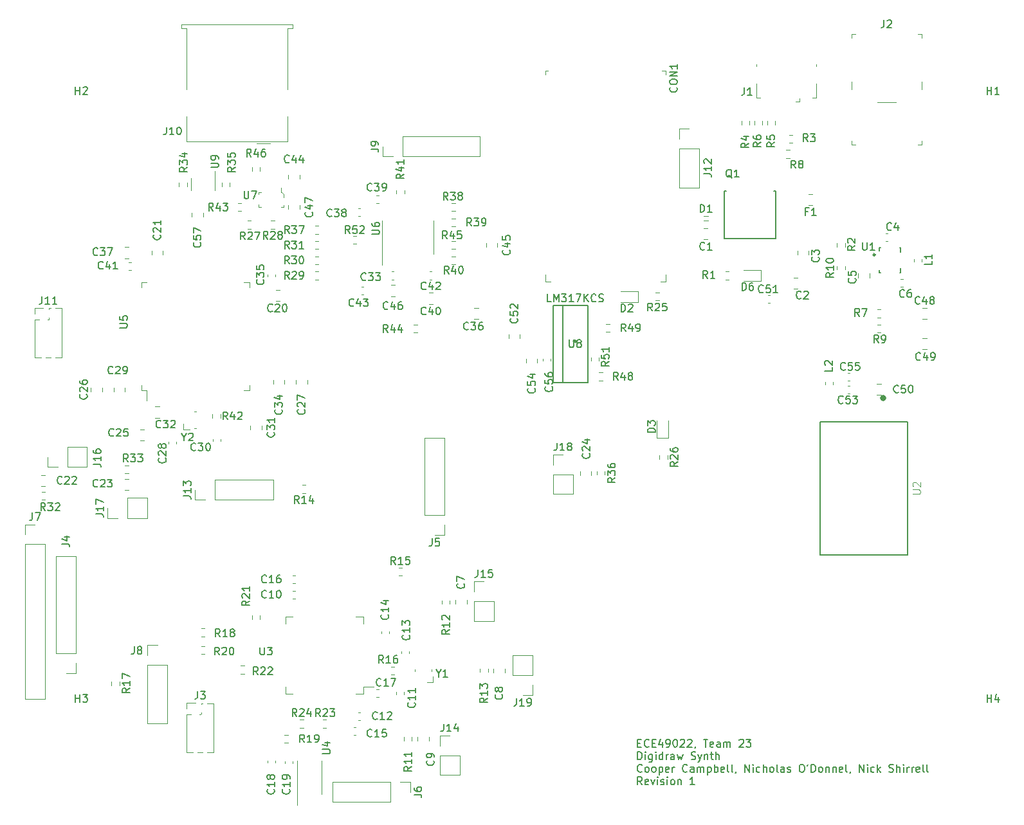
<source format=gbr>
%TF.GenerationSoftware,KiCad,Pcbnew,5.1.9*%
%TF.CreationDate,2021-03-19T17:19:50-04:00*%
%TF.ProjectId,digidraw,64696769-6472-4617-972e-6b696361645f,rev?*%
%TF.SameCoordinates,Original*%
%TF.FileFunction,Legend,Top*%
%TF.FilePolarity,Positive*%
%FSLAX46Y46*%
G04 Gerber Fmt 4.6, Leading zero omitted, Abs format (unit mm)*
G04 Created by KiCad (PCBNEW 5.1.9) date 2021-03-19 17:19:50*
%MOMM*%
%LPD*%
G01*
G04 APERTURE LIST*
%ADD10C,0.150000*%
%ADD11C,0.250000*%
%ADD12C,0.120000*%
%ADD13C,0.127000*%
%ADD14C,0.400000*%
%ADD15C,0.152400*%
%ADD16C,0.100000*%
%ADD17C,0.015000*%
G04 APERTURE END LIST*
D10*
X142235595Y-154553571D02*
X142568928Y-154553571D01*
X142711785Y-155077380D02*
X142235595Y-155077380D01*
X142235595Y-154077380D01*
X142711785Y-154077380D01*
X143711785Y-154982142D02*
X143664166Y-155029761D01*
X143521309Y-155077380D01*
X143426071Y-155077380D01*
X143283214Y-155029761D01*
X143187976Y-154934523D01*
X143140357Y-154839285D01*
X143092738Y-154648809D01*
X143092738Y-154505952D01*
X143140357Y-154315476D01*
X143187976Y-154220238D01*
X143283214Y-154125000D01*
X143426071Y-154077380D01*
X143521309Y-154077380D01*
X143664166Y-154125000D01*
X143711785Y-154172619D01*
X144140357Y-154553571D02*
X144473690Y-154553571D01*
X144616547Y-155077380D02*
X144140357Y-155077380D01*
X144140357Y-154077380D01*
X144616547Y-154077380D01*
X145473690Y-154410714D02*
X145473690Y-155077380D01*
X145235595Y-154029761D02*
X144997500Y-154744047D01*
X145616547Y-154744047D01*
X146045119Y-155077380D02*
X146235595Y-155077380D01*
X146330833Y-155029761D01*
X146378452Y-154982142D01*
X146473690Y-154839285D01*
X146521309Y-154648809D01*
X146521309Y-154267857D01*
X146473690Y-154172619D01*
X146426071Y-154125000D01*
X146330833Y-154077380D01*
X146140357Y-154077380D01*
X146045119Y-154125000D01*
X145997500Y-154172619D01*
X145949880Y-154267857D01*
X145949880Y-154505952D01*
X145997500Y-154601190D01*
X146045119Y-154648809D01*
X146140357Y-154696428D01*
X146330833Y-154696428D01*
X146426071Y-154648809D01*
X146473690Y-154601190D01*
X146521309Y-154505952D01*
X147140357Y-154077380D02*
X147235595Y-154077380D01*
X147330833Y-154125000D01*
X147378452Y-154172619D01*
X147426071Y-154267857D01*
X147473690Y-154458333D01*
X147473690Y-154696428D01*
X147426071Y-154886904D01*
X147378452Y-154982142D01*
X147330833Y-155029761D01*
X147235595Y-155077380D01*
X147140357Y-155077380D01*
X147045119Y-155029761D01*
X146997500Y-154982142D01*
X146949880Y-154886904D01*
X146902261Y-154696428D01*
X146902261Y-154458333D01*
X146949880Y-154267857D01*
X146997500Y-154172619D01*
X147045119Y-154125000D01*
X147140357Y-154077380D01*
X147854642Y-154172619D02*
X147902261Y-154125000D01*
X147997500Y-154077380D01*
X148235595Y-154077380D01*
X148330833Y-154125000D01*
X148378452Y-154172619D01*
X148426071Y-154267857D01*
X148426071Y-154363095D01*
X148378452Y-154505952D01*
X147807023Y-155077380D01*
X148426071Y-155077380D01*
X148807023Y-154172619D02*
X148854642Y-154125000D01*
X148949880Y-154077380D01*
X149187976Y-154077380D01*
X149283214Y-154125000D01*
X149330833Y-154172619D01*
X149378452Y-154267857D01*
X149378452Y-154363095D01*
X149330833Y-154505952D01*
X148759404Y-155077380D01*
X149378452Y-155077380D01*
X149854642Y-155029761D02*
X149854642Y-155077380D01*
X149807023Y-155172619D01*
X149759404Y-155220238D01*
X150902261Y-154077380D02*
X151473690Y-154077380D01*
X151187976Y-155077380D02*
X151187976Y-154077380D01*
X152187976Y-155029761D02*
X152092738Y-155077380D01*
X151902261Y-155077380D01*
X151807023Y-155029761D01*
X151759404Y-154934523D01*
X151759404Y-154553571D01*
X151807023Y-154458333D01*
X151902261Y-154410714D01*
X152092738Y-154410714D01*
X152187976Y-154458333D01*
X152235595Y-154553571D01*
X152235595Y-154648809D01*
X151759404Y-154744047D01*
X153092738Y-155077380D02*
X153092738Y-154553571D01*
X153045119Y-154458333D01*
X152949880Y-154410714D01*
X152759404Y-154410714D01*
X152664166Y-154458333D01*
X153092738Y-155029761D02*
X152997500Y-155077380D01*
X152759404Y-155077380D01*
X152664166Y-155029761D01*
X152616547Y-154934523D01*
X152616547Y-154839285D01*
X152664166Y-154744047D01*
X152759404Y-154696428D01*
X152997500Y-154696428D01*
X153092738Y-154648809D01*
X153568928Y-155077380D02*
X153568928Y-154410714D01*
X153568928Y-154505952D02*
X153616547Y-154458333D01*
X153711785Y-154410714D01*
X153854642Y-154410714D01*
X153949880Y-154458333D01*
X153997500Y-154553571D01*
X153997500Y-155077380D01*
X153997500Y-154553571D02*
X154045119Y-154458333D01*
X154140357Y-154410714D01*
X154283214Y-154410714D01*
X154378452Y-154458333D01*
X154426071Y-154553571D01*
X154426071Y-155077380D01*
X155616547Y-154172619D02*
X155664166Y-154125000D01*
X155759404Y-154077380D01*
X155997500Y-154077380D01*
X156092738Y-154125000D01*
X156140357Y-154172619D01*
X156187976Y-154267857D01*
X156187976Y-154363095D01*
X156140357Y-154505952D01*
X155568928Y-155077380D01*
X156187976Y-155077380D01*
X156521309Y-154077380D02*
X157140357Y-154077380D01*
X156807023Y-154458333D01*
X156949880Y-154458333D01*
X157045119Y-154505952D01*
X157092738Y-154553571D01*
X157140357Y-154648809D01*
X157140357Y-154886904D01*
X157092738Y-154982142D01*
X157045119Y-155029761D01*
X156949880Y-155077380D01*
X156664166Y-155077380D01*
X156568928Y-155029761D01*
X156521309Y-154982142D01*
X142235595Y-156727380D02*
X142235595Y-155727380D01*
X142473690Y-155727380D01*
X142616547Y-155775000D01*
X142711785Y-155870238D01*
X142759404Y-155965476D01*
X142807023Y-156155952D01*
X142807023Y-156298809D01*
X142759404Y-156489285D01*
X142711785Y-156584523D01*
X142616547Y-156679761D01*
X142473690Y-156727380D01*
X142235595Y-156727380D01*
X143235595Y-156727380D02*
X143235595Y-156060714D01*
X143235595Y-155727380D02*
X143187976Y-155775000D01*
X143235595Y-155822619D01*
X143283214Y-155775000D01*
X143235595Y-155727380D01*
X143235595Y-155822619D01*
X144140357Y-156060714D02*
X144140357Y-156870238D01*
X144092738Y-156965476D01*
X144045119Y-157013095D01*
X143949880Y-157060714D01*
X143807023Y-157060714D01*
X143711785Y-157013095D01*
X144140357Y-156679761D02*
X144045119Y-156727380D01*
X143854642Y-156727380D01*
X143759404Y-156679761D01*
X143711785Y-156632142D01*
X143664166Y-156536904D01*
X143664166Y-156251190D01*
X143711785Y-156155952D01*
X143759404Y-156108333D01*
X143854642Y-156060714D01*
X144045119Y-156060714D01*
X144140357Y-156108333D01*
X144616547Y-156727380D02*
X144616547Y-156060714D01*
X144616547Y-155727380D02*
X144568928Y-155775000D01*
X144616547Y-155822619D01*
X144664166Y-155775000D01*
X144616547Y-155727380D01*
X144616547Y-155822619D01*
X145521309Y-156727380D02*
X145521309Y-155727380D01*
X145521309Y-156679761D02*
X145426071Y-156727380D01*
X145235595Y-156727380D01*
X145140357Y-156679761D01*
X145092738Y-156632142D01*
X145045119Y-156536904D01*
X145045119Y-156251190D01*
X145092738Y-156155952D01*
X145140357Y-156108333D01*
X145235595Y-156060714D01*
X145426071Y-156060714D01*
X145521309Y-156108333D01*
X145997500Y-156727380D02*
X145997500Y-156060714D01*
X145997500Y-156251190D02*
X146045119Y-156155952D01*
X146092738Y-156108333D01*
X146187976Y-156060714D01*
X146283214Y-156060714D01*
X147045119Y-156727380D02*
X147045119Y-156203571D01*
X146997500Y-156108333D01*
X146902261Y-156060714D01*
X146711785Y-156060714D01*
X146616547Y-156108333D01*
X147045119Y-156679761D02*
X146949880Y-156727380D01*
X146711785Y-156727380D01*
X146616547Y-156679761D01*
X146568928Y-156584523D01*
X146568928Y-156489285D01*
X146616547Y-156394047D01*
X146711785Y-156346428D01*
X146949880Y-156346428D01*
X147045119Y-156298809D01*
X147426071Y-156060714D02*
X147616547Y-156727380D01*
X147807023Y-156251190D01*
X147997500Y-156727380D01*
X148187976Y-156060714D01*
X149283214Y-156679761D02*
X149426071Y-156727380D01*
X149664166Y-156727380D01*
X149759404Y-156679761D01*
X149807023Y-156632142D01*
X149854642Y-156536904D01*
X149854642Y-156441666D01*
X149807023Y-156346428D01*
X149759404Y-156298809D01*
X149664166Y-156251190D01*
X149473690Y-156203571D01*
X149378452Y-156155952D01*
X149330833Y-156108333D01*
X149283214Y-156013095D01*
X149283214Y-155917857D01*
X149330833Y-155822619D01*
X149378452Y-155775000D01*
X149473690Y-155727380D01*
X149711785Y-155727380D01*
X149854642Y-155775000D01*
X150187976Y-156060714D02*
X150426071Y-156727380D01*
X150664166Y-156060714D02*
X150426071Y-156727380D01*
X150330833Y-156965476D01*
X150283214Y-157013095D01*
X150187976Y-157060714D01*
X151045119Y-156060714D02*
X151045119Y-156727380D01*
X151045119Y-156155952D02*
X151092738Y-156108333D01*
X151187976Y-156060714D01*
X151330833Y-156060714D01*
X151426071Y-156108333D01*
X151473690Y-156203571D01*
X151473690Y-156727380D01*
X151807023Y-156060714D02*
X152187976Y-156060714D01*
X151949880Y-155727380D02*
X151949880Y-156584523D01*
X151997500Y-156679761D01*
X152092738Y-156727380D01*
X152187976Y-156727380D01*
X152521309Y-156727380D02*
X152521309Y-155727380D01*
X152949880Y-156727380D02*
X152949880Y-156203571D01*
X152902261Y-156108333D01*
X152807023Y-156060714D01*
X152664166Y-156060714D01*
X152568928Y-156108333D01*
X152521309Y-156155952D01*
X142807023Y-158282142D02*
X142759404Y-158329761D01*
X142616547Y-158377380D01*
X142521309Y-158377380D01*
X142378452Y-158329761D01*
X142283214Y-158234523D01*
X142235595Y-158139285D01*
X142187976Y-157948809D01*
X142187976Y-157805952D01*
X142235595Y-157615476D01*
X142283214Y-157520238D01*
X142378452Y-157425000D01*
X142521309Y-157377380D01*
X142616547Y-157377380D01*
X142759404Y-157425000D01*
X142807023Y-157472619D01*
X143378452Y-158377380D02*
X143283214Y-158329761D01*
X143235595Y-158282142D01*
X143187976Y-158186904D01*
X143187976Y-157901190D01*
X143235595Y-157805952D01*
X143283214Y-157758333D01*
X143378452Y-157710714D01*
X143521309Y-157710714D01*
X143616547Y-157758333D01*
X143664166Y-157805952D01*
X143711785Y-157901190D01*
X143711785Y-158186904D01*
X143664166Y-158282142D01*
X143616547Y-158329761D01*
X143521309Y-158377380D01*
X143378452Y-158377380D01*
X144283214Y-158377380D02*
X144187976Y-158329761D01*
X144140357Y-158282142D01*
X144092738Y-158186904D01*
X144092738Y-157901190D01*
X144140357Y-157805952D01*
X144187976Y-157758333D01*
X144283214Y-157710714D01*
X144426071Y-157710714D01*
X144521309Y-157758333D01*
X144568928Y-157805952D01*
X144616547Y-157901190D01*
X144616547Y-158186904D01*
X144568928Y-158282142D01*
X144521309Y-158329761D01*
X144426071Y-158377380D01*
X144283214Y-158377380D01*
X145045119Y-157710714D02*
X145045119Y-158710714D01*
X145045119Y-157758333D02*
X145140357Y-157710714D01*
X145330833Y-157710714D01*
X145426071Y-157758333D01*
X145473690Y-157805952D01*
X145521309Y-157901190D01*
X145521309Y-158186904D01*
X145473690Y-158282142D01*
X145426071Y-158329761D01*
X145330833Y-158377380D01*
X145140357Y-158377380D01*
X145045119Y-158329761D01*
X146330833Y-158329761D02*
X146235595Y-158377380D01*
X146045119Y-158377380D01*
X145949880Y-158329761D01*
X145902261Y-158234523D01*
X145902261Y-157853571D01*
X145949880Y-157758333D01*
X146045119Y-157710714D01*
X146235595Y-157710714D01*
X146330833Y-157758333D01*
X146378452Y-157853571D01*
X146378452Y-157948809D01*
X145902261Y-158044047D01*
X146807023Y-158377380D02*
X146807023Y-157710714D01*
X146807023Y-157901190D02*
X146854642Y-157805952D01*
X146902261Y-157758333D01*
X146997500Y-157710714D01*
X147092738Y-157710714D01*
X148759404Y-158282142D02*
X148711785Y-158329761D01*
X148568928Y-158377380D01*
X148473690Y-158377380D01*
X148330833Y-158329761D01*
X148235595Y-158234523D01*
X148187976Y-158139285D01*
X148140357Y-157948809D01*
X148140357Y-157805952D01*
X148187976Y-157615476D01*
X148235595Y-157520238D01*
X148330833Y-157425000D01*
X148473690Y-157377380D01*
X148568928Y-157377380D01*
X148711785Y-157425000D01*
X148759404Y-157472619D01*
X149616547Y-158377380D02*
X149616547Y-157853571D01*
X149568928Y-157758333D01*
X149473690Y-157710714D01*
X149283214Y-157710714D01*
X149187976Y-157758333D01*
X149616547Y-158329761D02*
X149521309Y-158377380D01*
X149283214Y-158377380D01*
X149187976Y-158329761D01*
X149140357Y-158234523D01*
X149140357Y-158139285D01*
X149187976Y-158044047D01*
X149283214Y-157996428D01*
X149521309Y-157996428D01*
X149616547Y-157948809D01*
X150092738Y-158377380D02*
X150092738Y-157710714D01*
X150092738Y-157805952D02*
X150140357Y-157758333D01*
X150235595Y-157710714D01*
X150378452Y-157710714D01*
X150473690Y-157758333D01*
X150521309Y-157853571D01*
X150521309Y-158377380D01*
X150521309Y-157853571D02*
X150568928Y-157758333D01*
X150664166Y-157710714D01*
X150807023Y-157710714D01*
X150902261Y-157758333D01*
X150949880Y-157853571D01*
X150949880Y-158377380D01*
X151426071Y-157710714D02*
X151426071Y-158710714D01*
X151426071Y-157758333D02*
X151521309Y-157710714D01*
X151711785Y-157710714D01*
X151807023Y-157758333D01*
X151854642Y-157805952D01*
X151902261Y-157901190D01*
X151902261Y-158186904D01*
X151854642Y-158282142D01*
X151807023Y-158329761D01*
X151711785Y-158377380D01*
X151521309Y-158377380D01*
X151426071Y-158329761D01*
X152330833Y-158377380D02*
X152330833Y-157377380D01*
X152330833Y-157758333D02*
X152426071Y-157710714D01*
X152616547Y-157710714D01*
X152711785Y-157758333D01*
X152759404Y-157805952D01*
X152807023Y-157901190D01*
X152807023Y-158186904D01*
X152759404Y-158282142D01*
X152711785Y-158329761D01*
X152616547Y-158377380D01*
X152426071Y-158377380D01*
X152330833Y-158329761D01*
X153616547Y-158329761D02*
X153521309Y-158377380D01*
X153330833Y-158377380D01*
X153235595Y-158329761D01*
X153187976Y-158234523D01*
X153187976Y-157853571D01*
X153235595Y-157758333D01*
X153330833Y-157710714D01*
X153521309Y-157710714D01*
X153616547Y-157758333D01*
X153664166Y-157853571D01*
X153664166Y-157948809D01*
X153187976Y-158044047D01*
X154235595Y-158377380D02*
X154140357Y-158329761D01*
X154092738Y-158234523D01*
X154092738Y-157377380D01*
X154759404Y-158377380D02*
X154664166Y-158329761D01*
X154616547Y-158234523D01*
X154616547Y-157377380D01*
X155187976Y-158329761D02*
X155187976Y-158377380D01*
X155140357Y-158472619D01*
X155092738Y-158520238D01*
X156378452Y-158377380D02*
X156378452Y-157377380D01*
X156949880Y-158377380D01*
X156949880Y-157377380D01*
X157426071Y-158377380D02*
X157426071Y-157710714D01*
X157426071Y-157377380D02*
X157378452Y-157425000D01*
X157426071Y-157472619D01*
X157473690Y-157425000D01*
X157426071Y-157377380D01*
X157426071Y-157472619D01*
X158330833Y-158329761D02*
X158235595Y-158377380D01*
X158045119Y-158377380D01*
X157949880Y-158329761D01*
X157902261Y-158282142D01*
X157854642Y-158186904D01*
X157854642Y-157901190D01*
X157902261Y-157805952D01*
X157949880Y-157758333D01*
X158045119Y-157710714D01*
X158235595Y-157710714D01*
X158330833Y-157758333D01*
X158759404Y-158377380D02*
X158759404Y-157377380D01*
X159187976Y-158377380D02*
X159187976Y-157853571D01*
X159140357Y-157758333D01*
X159045119Y-157710714D01*
X158902261Y-157710714D01*
X158807023Y-157758333D01*
X158759404Y-157805952D01*
X159807023Y-158377380D02*
X159711785Y-158329761D01*
X159664166Y-158282142D01*
X159616547Y-158186904D01*
X159616547Y-157901190D01*
X159664166Y-157805952D01*
X159711785Y-157758333D01*
X159807023Y-157710714D01*
X159949880Y-157710714D01*
X160045119Y-157758333D01*
X160092738Y-157805952D01*
X160140357Y-157901190D01*
X160140357Y-158186904D01*
X160092738Y-158282142D01*
X160045119Y-158329761D01*
X159949880Y-158377380D01*
X159807023Y-158377380D01*
X160711785Y-158377380D02*
X160616547Y-158329761D01*
X160568928Y-158234523D01*
X160568928Y-157377380D01*
X161521309Y-158377380D02*
X161521309Y-157853571D01*
X161473690Y-157758333D01*
X161378452Y-157710714D01*
X161187976Y-157710714D01*
X161092738Y-157758333D01*
X161521309Y-158329761D02*
X161426071Y-158377380D01*
X161187976Y-158377380D01*
X161092738Y-158329761D01*
X161045119Y-158234523D01*
X161045119Y-158139285D01*
X161092738Y-158044047D01*
X161187976Y-157996428D01*
X161426071Y-157996428D01*
X161521309Y-157948809D01*
X161949880Y-158329761D02*
X162045119Y-158377380D01*
X162235595Y-158377380D01*
X162330833Y-158329761D01*
X162378452Y-158234523D01*
X162378452Y-158186904D01*
X162330833Y-158091666D01*
X162235595Y-158044047D01*
X162092738Y-158044047D01*
X161997500Y-157996428D01*
X161949880Y-157901190D01*
X161949880Y-157853571D01*
X161997500Y-157758333D01*
X162092738Y-157710714D01*
X162235595Y-157710714D01*
X162330833Y-157758333D01*
X163759404Y-157377380D02*
X163949880Y-157377380D01*
X164045119Y-157425000D01*
X164140357Y-157520238D01*
X164187976Y-157710714D01*
X164187976Y-158044047D01*
X164140357Y-158234523D01*
X164045119Y-158329761D01*
X163949880Y-158377380D01*
X163759404Y-158377380D01*
X163664166Y-158329761D01*
X163568928Y-158234523D01*
X163521309Y-158044047D01*
X163521309Y-157710714D01*
X163568928Y-157520238D01*
X163664166Y-157425000D01*
X163759404Y-157377380D01*
X164664166Y-157377380D02*
X164568928Y-157567857D01*
X165092738Y-158377380D02*
X165092738Y-157377380D01*
X165330833Y-157377380D01*
X165473690Y-157425000D01*
X165568928Y-157520238D01*
X165616547Y-157615476D01*
X165664166Y-157805952D01*
X165664166Y-157948809D01*
X165616547Y-158139285D01*
X165568928Y-158234523D01*
X165473690Y-158329761D01*
X165330833Y-158377380D01*
X165092738Y-158377380D01*
X166235595Y-158377380D02*
X166140357Y-158329761D01*
X166092738Y-158282142D01*
X166045119Y-158186904D01*
X166045119Y-157901190D01*
X166092738Y-157805952D01*
X166140357Y-157758333D01*
X166235595Y-157710714D01*
X166378452Y-157710714D01*
X166473690Y-157758333D01*
X166521309Y-157805952D01*
X166568928Y-157901190D01*
X166568928Y-158186904D01*
X166521309Y-158282142D01*
X166473690Y-158329761D01*
X166378452Y-158377380D01*
X166235595Y-158377380D01*
X166997500Y-157710714D02*
X166997500Y-158377380D01*
X166997500Y-157805952D02*
X167045119Y-157758333D01*
X167140357Y-157710714D01*
X167283214Y-157710714D01*
X167378452Y-157758333D01*
X167426071Y-157853571D01*
X167426071Y-158377380D01*
X167902261Y-157710714D02*
X167902261Y-158377380D01*
X167902261Y-157805952D02*
X167949880Y-157758333D01*
X168045119Y-157710714D01*
X168187976Y-157710714D01*
X168283214Y-157758333D01*
X168330833Y-157853571D01*
X168330833Y-158377380D01*
X169187976Y-158329761D02*
X169092738Y-158377380D01*
X168902261Y-158377380D01*
X168807023Y-158329761D01*
X168759404Y-158234523D01*
X168759404Y-157853571D01*
X168807023Y-157758333D01*
X168902261Y-157710714D01*
X169092738Y-157710714D01*
X169187976Y-157758333D01*
X169235595Y-157853571D01*
X169235595Y-157948809D01*
X168759404Y-158044047D01*
X169807023Y-158377380D02*
X169711785Y-158329761D01*
X169664166Y-158234523D01*
X169664166Y-157377380D01*
X170235595Y-158329761D02*
X170235595Y-158377380D01*
X170187976Y-158472619D01*
X170140357Y-158520238D01*
X171426071Y-158377380D02*
X171426071Y-157377380D01*
X171997500Y-158377380D01*
X171997500Y-157377380D01*
X172473690Y-158377380D02*
X172473690Y-157710714D01*
X172473690Y-157377380D02*
X172426071Y-157425000D01*
X172473690Y-157472619D01*
X172521309Y-157425000D01*
X172473690Y-157377380D01*
X172473690Y-157472619D01*
X173378452Y-158329761D02*
X173283214Y-158377380D01*
X173092738Y-158377380D01*
X172997500Y-158329761D01*
X172949880Y-158282142D01*
X172902261Y-158186904D01*
X172902261Y-157901190D01*
X172949880Y-157805952D01*
X172997500Y-157758333D01*
X173092738Y-157710714D01*
X173283214Y-157710714D01*
X173378452Y-157758333D01*
X173807023Y-158377380D02*
X173807023Y-157377380D01*
X173902261Y-157996428D02*
X174187976Y-158377380D01*
X174187976Y-157710714D02*
X173807023Y-158091666D01*
X175330833Y-158329761D02*
X175473690Y-158377380D01*
X175711785Y-158377380D01*
X175807023Y-158329761D01*
X175854642Y-158282142D01*
X175902261Y-158186904D01*
X175902261Y-158091666D01*
X175854642Y-157996428D01*
X175807023Y-157948809D01*
X175711785Y-157901190D01*
X175521309Y-157853571D01*
X175426071Y-157805952D01*
X175378452Y-157758333D01*
X175330833Y-157663095D01*
X175330833Y-157567857D01*
X175378452Y-157472619D01*
X175426071Y-157425000D01*
X175521309Y-157377380D01*
X175759404Y-157377380D01*
X175902261Y-157425000D01*
X176330833Y-158377380D02*
X176330833Y-157377380D01*
X176759404Y-158377380D02*
X176759404Y-157853571D01*
X176711785Y-157758333D01*
X176616547Y-157710714D01*
X176473690Y-157710714D01*
X176378452Y-157758333D01*
X176330833Y-157805952D01*
X177235595Y-158377380D02*
X177235595Y-157710714D01*
X177235595Y-157377380D02*
X177187976Y-157425000D01*
X177235595Y-157472619D01*
X177283214Y-157425000D01*
X177235595Y-157377380D01*
X177235595Y-157472619D01*
X177711785Y-158377380D02*
X177711785Y-157710714D01*
X177711785Y-157901190D02*
X177759404Y-157805952D01*
X177807023Y-157758333D01*
X177902261Y-157710714D01*
X177997500Y-157710714D01*
X178330833Y-158377380D02*
X178330833Y-157710714D01*
X178330833Y-157901190D02*
X178378452Y-157805952D01*
X178426071Y-157758333D01*
X178521309Y-157710714D01*
X178616547Y-157710714D01*
X179330833Y-158329761D02*
X179235595Y-158377380D01*
X179045119Y-158377380D01*
X178949880Y-158329761D01*
X178902261Y-158234523D01*
X178902261Y-157853571D01*
X178949880Y-157758333D01*
X179045119Y-157710714D01*
X179235595Y-157710714D01*
X179330833Y-157758333D01*
X179378452Y-157853571D01*
X179378452Y-157948809D01*
X178902261Y-158044047D01*
X179949880Y-158377380D02*
X179854642Y-158329761D01*
X179807023Y-158234523D01*
X179807023Y-157377380D01*
X180473690Y-158377380D02*
X180378452Y-158329761D01*
X180330833Y-158234523D01*
X180330833Y-157377380D01*
X142807023Y-160027380D02*
X142473690Y-159551190D01*
X142235595Y-160027380D02*
X142235595Y-159027380D01*
X142616547Y-159027380D01*
X142711785Y-159075000D01*
X142759404Y-159122619D01*
X142807023Y-159217857D01*
X142807023Y-159360714D01*
X142759404Y-159455952D01*
X142711785Y-159503571D01*
X142616547Y-159551190D01*
X142235595Y-159551190D01*
X143616547Y-159979761D02*
X143521309Y-160027380D01*
X143330833Y-160027380D01*
X143235595Y-159979761D01*
X143187976Y-159884523D01*
X143187976Y-159503571D01*
X143235595Y-159408333D01*
X143330833Y-159360714D01*
X143521309Y-159360714D01*
X143616547Y-159408333D01*
X143664166Y-159503571D01*
X143664166Y-159598809D01*
X143187976Y-159694047D01*
X143997500Y-159360714D02*
X144235595Y-160027380D01*
X144473690Y-159360714D01*
X144854642Y-160027380D02*
X144854642Y-159360714D01*
X144854642Y-159027380D02*
X144807023Y-159075000D01*
X144854642Y-159122619D01*
X144902261Y-159075000D01*
X144854642Y-159027380D01*
X144854642Y-159122619D01*
X145283214Y-159979761D02*
X145378452Y-160027380D01*
X145568928Y-160027380D01*
X145664166Y-159979761D01*
X145711785Y-159884523D01*
X145711785Y-159836904D01*
X145664166Y-159741666D01*
X145568928Y-159694047D01*
X145426071Y-159694047D01*
X145330833Y-159646428D01*
X145283214Y-159551190D01*
X145283214Y-159503571D01*
X145330833Y-159408333D01*
X145426071Y-159360714D01*
X145568928Y-159360714D01*
X145664166Y-159408333D01*
X146140357Y-160027380D02*
X146140357Y-159360714D01*
X146140357Y-159027380D02*
X146092738Y-159075000D01*
X146140357Y-159122619D01*
X146187976Y-159075000D01*
X146140357Y-159027380D01*
X146140357Y-159122619D01*
X146759404Y-160027380D02*
X146664166Y-159979761D01*
X146616547Y-159932142D01*
X146568928Y-159836904D01*
X146568928Y-159551190D01*
X146616547Y-159455952D01*
X146664166Y-159408333D01*
X146759404Y-159360714D01*
X146902261Y-159360714D01*
X146997500Y-159408333D01*
X147045119Y-159455952D01*
X147092738Y-159551190D01*
X147092738Y-159836904D01*
X147045119Y-159932142D01*
X146997500Y-159979761D01*
X146902261Y-160027380D01*
X146759404Y-160027380D01*
X147521309Y-159360714D02*
X147521309Y-160027380D01*
X147521309Y-159455952D02*
X147568928Y-159408333D01*
X147664166Y-159360714D01*
X147807023Y-159360714D01*
X147902261Y-159408333D01*
X147949880Y-159503571D01*
X147949880Y-160027380D01*
X149711785Y-160027380D02*
X149140357Y-160027380D01*
X149426071Y-160027380D02*
X149426071Y-159027380D01*
X149330833Y-159170238D01*
X149235595Y-159265476D01*
X149140357Y-159313095D01*
%TO.C,U1*%
X174000000Y-89750000D02*
X174000000Y-89350000D01*
X174000000Y-92650000D02*
X174000000Y-92250000D01*
X176725000Y-92650000D02*
X176800000Y-92650000D01*
X174000000Y-92650000D02*
X174175000Y-92650000D01*
X176800000Y-89950000D02*
X176800000Y-89350000D01*
X176800000Y-92650000D02*
X176800000Y-92050000D01*
X176725000Y-89350000D02*
X176800000Y-89350000D01*
X174000000Y-89350000D02*
X174175000Y-89350000D01*
D11*
X173500000Y-90250000D02*
G75*
G03*
X173500000Y-90250000I-125000J0D01*
G01*
D12*
%TO.C,J19*%
X128430000Y-148230000D02*
X127100000Y-148230000D01*
X128430000Y-146900000D02*
X128430000Y-148230000D01*
X128430000Y-145630000D02*
X125770000Y-145630000D01*
X125770000Y-145630000D02*
X125770000Y-143030000D01*
X128430000Y-145630000D02*
X128430000Y-143030000D01*
X128430000Y-143030000D02*
X125770000Y-143030000D01*
%TO.C,J18*%
X131070000Y-116570000D02*
X132400000Y-116570000D01*
X131070000Y-117900000D02*
X131070000Y-116570000D01*
X131070000Y-119170000D02*
X133730000Y-119170000D01*
X133730000Y-119170000D02*
X133730000Y-121770000D01*
X131070000Y-119170000D02*
X131070000Y-121770000D01*
X131070000Y-121770000D02*
X133730000Y-121770000D01*
%TO.C,J17*%
X72470000Y-124930000D02*
X72470000Y-123600000D01*
X73800000Y-124930000D02*
X72470000Y-124930000D01*
X75070000Y-124930000D02*
X75070000Y-122270000D01*
X75070000Y-122270000D02*
X77670000Y-122270000D01*
X75070000Y-124930000D02*
X77670000Y-124930000D01*
X77670000Y-124930000D02*
X77670000Y-122270000D01*
%TO.C,J16*%
X64570000Y-118230000D02*
X64570000Y-116900000D01*
X65900000Y-118230000D02*
X64570000Y-118230000D01*
X67170000Y-118230000D02*
X67170000Y-115570000D01*
X67170000Y-115570000D02*
X69770000Y-115570000D01*
X67170000Y-118230000D02*
X69770000Y-118230000D01*
X69770000Y-118230000D02*
X69770000Y-115570000D01*
%TO.C,J15*%
X120670000Y-133270000D02*
X122000000Y-133270000D01*
X120670000Y-134600000D02*
X120670000Y-133270000D01*
X120670000Y-135870000D02*
X123330000Y-135870000D01*
X123330000Y-135870000D02*
X123330000Y-138470000D01*
X120670000Y-135870000D02*
X120670000Y-138470000D01*
X120670000Y-138470000D02*
X123330000Y-138470000D01*
%TO.C,J14*%
X116170000Y-153570000D02*
X117500000Y-153570000D01*
X116170000Y-154900000D02*
X116170000Y-153570000D01*
X116170000Y-156170000D02*
X118830000Y-156170000D01*
X118830000Y-156170000D02*
X118830000Y-158770000D01*
X116170000Y-156170000D02*
X116170000Y-158770000D01*
X116170000Y-158770000D02*
X118830000Y-158770000D01*
%TO.C,J11*%
X62870000Y-97240000D02*
X64000000Y-97240000D01*
X62870000Y-98000000D02*
X62870000Y-97240000D01*
X65577530Y-97305000D02*
X66400000Y-97305000D01*
X64760000Y-97305000D02*
X64962470Y-97305000D01*
X64760000Y-97436529D02*
X64760000Y-97305000D01*
X64760000Y-98706529D02*
X64760000Y-98563471D01*
X64563471Y-98760000D02*
X64706529Y-98760000D01*
X62870000Y-98760000D02*
X63436529Y-98760000D01*
X66400000Y-97305000D02*
X66400000Y-103775000D01*
X62870000Y-98760000D02*
X62870000Y-103775000D01*
X64307530Y-103775000D02*
X64962470Y-103775000D01*
X65577530Y-103775000D02*
X66400000Y-103775000D01*
X62870000Y-103775000D02*
X63692470Y-103775000D01*
%TO.C,J3*%
X82870000Y-149240000D02*
X84000000Y-149240000D01*
X82870000Y-150000000D02*
X82870000Y-149240000D01*
X85577530Y-149305000D02*
X86400000Y-149305000D01*
X84760000Y-149305000D02*
X84962470Y-149305000D01*
X84760000Y-149436529D02*
X84760000Y-149305000D01*
X84760000Y-150706529D02*
X84760000Y-150563471D01*
X84563471Y-150760000D02*
X84706529Y-150760000D01*
X82870000Y-150760000D02*
X83436529Y-150760000D01*
X86400000Y-149305000D02*
X86400000Y-155775000D01*
X82870000Y-150760000D02*
X82870000Y-155775000D01*
X84307530Y-155775000D02*
X84962470Y-155775000D01*
X85577530Y-155775000D02*
X86400000Y-155775000D01*
X82870000Y-155775000D02*
X83692470Y-155775000D01*
%TO.C,R28*%
X94437258Y-86822500D02*
X93962742Y-86822500D01*
X94437258Y-85777500D02*
X93962742Y-85777500D01*
%TO.C,R27*%
X90862742Y-85777500D02*
X91337258Y-85777500D01*
X90862742Y-86822500D02*
X91337258Y-86822500D01*
%TO.C,C50*%
X174261252Y-107265000D02*
X173738748Y-107265000D01*
X174261252Y-108735000D02*
X173738748Y-108735000D01*
%TO.C,C55*%
X169859420Y-105790000D02*
X170140580Y-105790000D01*
X169859420Y-106810000D02*
X170140580Y-106810000D01*
%TO.C,U3*%
X106110000Y-147160000D02*
X107450000Y-147160000D01*
X106110000Y-148110000D02*
X106110000Y-147160000D01*
X105160000Y-148110000D02*
X106110000Y-148110000D01*
X95890000Y-148110000D02*
X95890000Y-147160000D01*
X96840000Y-148110000D02*
X95890000Y-148110000D01*
X106110000Y-137890000D02*
X106110000Y-138840000D01*
X105160000Y-137890000D02*
X106110000Y-137890000D01*
X95890000Y-137890000D02*
X95890000Y-138840000D01*
X96840000Y-137890000D02*
X95890000Y-137890000D01*
%TO.C,C13*%
X112110000Y-142740580D02*
X112110000Y-142459420D01*
X111090000Y-142740580D02*
X111090000Y-142459420D01*
D13*
%TO.C,U2*%
X166250000Y-112250000D02*
X177750000Y-112250000D01*
X177750000Y-129750000D02*
X166250000Y-129750000D01*
X177750000Y-112250000D02*
X177750000Y-129750000D01*
X166250000Y-129750000D02*
X166250000Y-112250000D01*
D14*
X174740000Y-109130000D02*
G75*
G03*
X174740000Y-109130000I-200000J0D01*
G01*
D12*
%TO.C,R49*%
X138537258Y-99377500D02*
X138062742Y-99377500D01*
X138537258Y-100422500D02*
X138062742Y-100422500D01*
%TO.C,C20*%
X94638748Y-94865000D02*
X95161252Y-94865000D01*
X94638748Y-96335000D02*
X95161252Y-96335000D01*
%TO.C,C30*%
X87310000Y-114559420D02*
X87310000Y-114840580D01*
X86290000Y-114559420D02*
X86290000Y-114840580D01*
%TO.C,R26*%
X146152500Y-116672742D02*
X146152500Y-117147258D01*
X145107500Y-116672742D02*
X145107500Y-117147258D01*
%TO.C,R25*%
X144572742Y-95237500D02*
X145047258Y-95237500D01*
X144572742Y-96282500D02*
X145047258Y-96282500D01*
%TO.C,D3*%
X144775000Y-112100000D02*
X144775000Y-114385000D01*
X144775000Y-114385000D02*
X146245000Y-114385000D01*
X146245000Y-114385000D02*
X146245000Y-112100000D01*
%TO.C,D2*%
X140000000Y-96535000D02*
X142285000Y-96535000D01*
X142285000Y-96535000D02*
X142285000Y-95065000D01*
X142285000Y-95065000D02*
X140000000Y-95065000D01*
%TO.C,J8*%
X77670000Y-141670000D02*
X79000000Y-141670000D01*
X77670000Y-143000000D02*
X77670000Y-141670000D01*
X77670000Y-144270000D02*
X80330000Y-144270000D01*
X80330000Y-144270000D02*
X80330000Y-151950000D01*
X77670000Y-144270000D02*
X77670000Y-151950000D01*
X77670000Y-151950000D02*
X80330000Y-151950000D01*
%TO.C,J9*%
X108670000Y-77330000D02*
X108670000Y-76000000D01*
X110000000Y-77330000D02*
X108670000Y-77330000D01*
X111270000Y-77330000D02*
X111270000Y-74670000D01*
X111270000Y-74670000D02*
X121490000Y-74670000D01*
X111270000Y-77330000D02*
X121490000Y-77330000D01*
X121490000Y-77330000D02*
X121490000Y-74670000D01*
%TO.C,J7*%
X61570000Y-125770000D02*
X62900000Y-125770000D01*
X61570000Y-127100000D02*
X61570000Y-125770000D01*
X61570000Y-128370000D02*
X64230000Y-128370000D01*
X64230000Y-128370000D02*
X64230000Y-148750000D01*
X61570000Y-128370000D02*
X61570000Y-148750000D01*
X61570000Y-148750000D02*
X64230000Y-148750000D01*
D15*
%TO.C,U8*%
X135714480Y-96920366D02*
X132412480Y-96920366D01*
X135714480Y-96920366D02*
X135714480Y-107080366D01*
X135714480Y-107080366D02*
X132412480Y-107080366D01*
X131142480Y-96920366D02*
X131142480Y-107080366D01*
X132412480Y-107080366D02*
X131142480Y-107080366D01*
X132412480Y-96920366D02*
X132412480Y-107080366D01*
X132412480Y-96920366D02*
X131142480Y-96920366D01*
D12*
%TO.C,C53*%
X169859420Y-107490000D02*
X170140580Y-107490000D01*
X169859420Y-108510000D02*
X170140580Y-108510000D01*
%TO.C,C51*%
X159640580Y-96610000D02*
X159359420Y-96610000D01*
X159640580Y-95590000D02*
X159359420Y-95590000D01*
%TO.C,L2*%
X167910000Y-107037221D02*
X167910000Y-107362779D01*
X166890000Y-107037221D02*
X166890000Y-107362779D01*
%TO.C,J13*%
X83970000Y-122530000D02*
X83970000Y-121200000D01*
X85300000Y-122530000D02*
X83970000Y-122530000D01*
X86570000Y-122530000D02*
X86570000Y-119870000D01*
X86570000Y-119870000D02*
X94250000Y-119870000D01*
X86570000Y-122530000D02*
X94250000Y-122530000D01*
X94250000Y-122530000D02*
X94250000Y-119870000D01*
%TO.C,J12*%
X147670000Y-73670000D02*
X149000000Y-73670000D01*
X147670000Y-75000000D02*
X147670000Y-73670000D01*
X147670000Y-76270000D02*
X150330000Y-76270000D01*
X150330000Y-76270000D02*
X150330000Y-81410000D01*
X147670000Y-76270000D02*
X147670000Y-81410000D01*
X147670000Y-81410000D02*
X150330000Y-81410000D01*
%TO.C,J6*%
X112330000Y-159670000D02*
X112330000Y-161000000D01*
X111000000Y-159670000D02*
X112330000Y-159670000D01*
X109730000Y-159670000D02*
X109730000Y-162330000D01*
X109730000Y-162330000D02*
X102050000Y-162330000D01*
X109730000Y-159670000D02*
X102050000Y-159670000D01*
X102050000Y-159670000D02*
X102050000Y-162330000D01*
%TO.C,J5*%
X116830000Y-127170000D02*
X115500000Y-127170000D01*
X116830000Y-125840000D02*
X116830000Y-127170000D01*
X116830000Y-124570000D02*
X114170000Y-124570000D01*
X114170000Y-124570000D02*
X114170000Y-114350000D01*
X116830000Y-124570000D02*
X116830000Y-114350000D01*
X116830000Y-114350000D02*
X114170000Y-114350000D01*
%TO.C,J4*%
X68330000Y-145330000D02*
X67000000Y-145330000D01*
X68330000Y-144000000D02*
X68330000Y-145330000D01*
X68330000Y-142730000D02*
X65670000Y-142730000D01*
X65670000Y-142730000D02*
X65670000Y-129970000D01*
X68330000Y-142730000D02*
X68330000Y-129970000D01*
X68330000Y-129970000D02*
X65670000Y-129970000D01*
%TO.C,C1*%
X151461252Y-88235000D02*
X150938748Y-88235000D01*
X151461252Y-86765000D02*
X150938748Y-86765000D01*
%TO.C,C2*%
X162738748Y-94735000D02*
X163261252Y-94735000D01*
X162738748Y-93265000D02*
X163261252Y-93265000D01*
%TO.C,C3*%
X164735000Y-89738748D02*
X164735000Y-90261252D01*
X163265000Y-89738748D02*
X163265000Y-90261252D01*
%TO.C,C4*%
X175140580Y-87490000D02*
X174859420Y-87490000D01*
X175140580Y-88510000D02*
X174859420Y-88510000D01*
%TO.C,C5*%
X171265000Y-92738748D02*
X171265000Y-93261252D01*
X172735000Y-92738748D02*
X172735000Y-93261252D01*
%TO.C,C6*%
X176859420Y-93490000D02*
X177140580Y-93490000D01*
X176859420Y-94510000D02*
X177140580Y-94510000D01*
%TO.C,C7*%
X119735000Y-135738748D02*
X119735000Y-136261252D01*
X118265000Y-135738748D02*
X118265000Y-136261252D01*
%TO.C,C8*%
X124735000Y-145261252D02*
X124735000Y-144738748D01*
X123265000Y-145261252D02*
X123265000Y-144738748D01*
%TO.C,C9*%
X114735000Y-153738748D02*
X114735000Y-154261252D01*
X113265000Y-153738748D02*
X113265000Y-154261252D01*
%TO.C,C10*%
X96859420Y-134490000D02*
X97140580Y-134490000D01*
X96859420Y-135510000D02*
X97140580Y-135510000D01*
%TO.C,C11*%
X110490000Y-147859420D02*
X110490000Y-148140580D01*
X111510000Y-147859420D02*
X111510000Y-148140580D01*
%TO.C,C12*%
X105740580Y-150490000D02*
X105459420Y-150490000D01*
X105740580Y-151510000D02*
X105459420Y-151510000D01*
%TO.C,C14*%
X109510000Y-139859420D02*
X109510000Y-140140580D01*
X108490000Y-139859420D02*
X108490000Y-140140580D01*
%TO.C,C15*%
X105140580Y-153510000D02*
X104859420Y-153510000D01*
X105140580Y-152490000D02*
X104859420Y-152490000D01*
%TO.C,C16*%
X96859420Y-133510000D02*
X97140580Y-133510000D01*
X96859420Y-132490000D02*
X97140580Y-132490000D01*
%TO.C,C17*%
X108140580Y-148510000D02*
X107859420Y-148510000D01*
X108140580Y-147490000D02*
X107859420Y-147490000D01*
%TO.C,C18*%
X93490000Y-156859420D02*
X93490000Y-157140580D01*
X94510000Y-156859420D02*
X94510000Y-157140580D01*
%TO.C,C19*%
X96810000Y-156959420D02*
X96810000Y-157240580D01*
X95790000Y-156959420D02*
X95790000Y-157240580D01*
%TO.C,C21*%
X79735000Y-90261252D02*
X79735000Y-89738748D01*
X78265000Y-90261252D02*
X78265000Y-89738748D01*
%TO.C,C22*%
X63738748Y-120735000D02*
X64261252Y-120735000D01*
X63738748Y-119265000D02*
X64261252Y-119265000D01*
%TO.C,C23*%
X75261252Y-121235000D02*
X74738748Y-121235000D01*
X75261252Y-119765000D02*
X74738748Y-119765000D01*
%TO.C,C24*%
X136135000Y-119261252D02*
X136135000Y-118738748D01*
X134665000Y-119261252D02*
X134665000Y-118738748D01*
%TO.C,C25*%
X77261252Y-113265000D02*
X76738748Y-113265000D01*
X77261252Y-114735000D02*
X76738748Y-114735000D01*
%TO.C,C26*%
X70265000Y-108261252D02*
X70265000Y-107738748D01*
X71735000Y-108261252D02*
X71735000Y-107738748D01*
%TO.C,C27*%
X97265000Y-106738748D02*
X97265000Y-107261252D01*
X98735000Y-106738748D02*
X98735000Y-107261252D01*
%TO.C,C28*%
X80490000Y-114859420D02*
X80490000Y-115140580D01*
X81510000Y-114859420D02*
X81510000Y-115140580D01*
%TO.C,C29*%
X73265000Y-108261252D02*
X73265000Y-107738748D01*
X74735000Y-108261252D02*
X74735000Y-107738748D01*
%TO.C,C31*%
X91265000Y-112738748D02*
X91265000Y-113261252D01*
X92735000Y-112738748D02*
X92735000Y-113261252D01*
%TO.C,C32*%
X79261252Y-111735000D02*
X78738748Y-111735000D01*
X79261252Y-110265000D02*
X78738748Y-110265000D01*
%TO.C,C33*%
X109859420Y-92490000D02*
X110140580Y-92490000D01*
X109859420Y-93510000D02*
X110140580Y-93510000D01*
%TO.C,C34*%
X94265000Y-106738748D02*
X94265000Y-107261252D01*
X95735000Y-106738748D02*
X95735000Y-107261252D01*
%TO.C,C35*%
X93490000Y-93140580D02*
X93490000Y-92859420D01*
X94510000Y-93140580D02*
X94510000Y-92859420D01*
%TO.C,C36*%
X120738748Y-97265000D02*
X121261252Y-97265000D01*
X120738748Y-98735000D02*
X121261252Y-98735000D01*
%TO.C,C37*%
X75261252Y-90735000D02*
X74738748Y-90735000D01*
X75261252Y-89265000D02*
X74738748Y-89265000D01*
%TO.C,C38*%
X105740580Y-84190000D02*
X105459420Y-84190000D01*
X105740580Y-85210000D02*
X105459420Y-85210000D01*
%TO.C,C39*%
X107859420Y-83510000D02*
X108140580Y-83510000D01*
X107859420Y-82490000D02*
X108140580Y-82490000D01*
%TO.C,C40*%
X115261252Y-95265000D02*
X114738748Y-95265000D01*
X115261252Y-96735000D02*
X114738748Y-96735000D01*
%TO.C,C41*%
X75540580Y-91290000D02*
X75259420Y-91290000D01*
X75540580Y-92310000D02*
X75259420Y-92310000D01*
%TO.C,C42*%
X115140580Y-92490000D02*
X114859420Y-92490000D01*
X115140580Y-93510000D02*
X114859420Y-93510000D01*
%TO.C,C43*%
X105859420Y-95510000D02*
X106140580Y-95510000D01*
X105859420Y-94490000D02*
X106140580Y-94490000D01*
%TO.C,C44*%
X96265000Y-80261252D02*
X96265000Y-79738748D01*
X97735000Y-80261252D02*
X97735000Y-79738748D01*
%TO.C,C45*%
X122265000Y-88738748D02*
X122265000Y-89261252D01*
X123735000Y-88738748D02*
X123735000Y-89261252D01*
%TO.C,C46*%
X109738748Y-95735000D02*
X110261252Y-95735000D01*
X109738748Y-94265000D02*
X110261252Y-94265000D01*
%TO.C,C47*%
X97735000Y-84261252D02*
X97735000Y-83738748D01*
X96265000Y-84261252D02*
X96265000Y-83738748D01*
%TO.C,C48*%
X179738748Y-97265000D02*
X180261252Y-97265000D01*
X179738748Y-98735000D02*
X180261252Y-98735000D01*
%TO.C,C49*%
X179738748Y-102735000D02*
X180261252Y-102735000D01*
X179738748Y-101265000D02*
X180261252Y-101265000D01*
%TO.C,C52*%
X125265000Y-101261252D02*
X125265000Y-100738748D01*
X126735000Y-101261252D02*
X126735000Y-100738748D01*
%TO.C,C54*%
X127565000Y-103988748D02*
X127565000Y-104511252D01*
X129035000Y-103988748D02*
X129035000Y-104511252D01*
%TO.C,C56*%
X130810000Y-103934420D02*
X130810000Y-104215580D01*
X129790000Y-103934420D02*
X129790000Y-104215580D01*
%TO.C,C57*%
X85035000Y-84738748D02*
X85035000Y-85261252D01*
X83565000Y-84738748D02*
X83565000Y-85261252D01*
D16*
%TO.C,CON1*%
X130075000Y-66016800D02*
X130450000Y-66016800D01*
X130075000Y-66016800D02*
X130075000Y-66524800D01*
X145925000Y-66016800D02*
X145925000Y-66524800D01*
X145425000Y-66016800D02*
X145925000Y-66016800D01*
X130075000Y-93775000D02*
X130750000Y-93775000D01*
X130075000Y-92875000D02*
X130075000Y-93775000D01*
X145929680Y-92869920D02*
X145929680Y-93769920D01*
X145259120Y-93772460D02*
X145934120Y-93772460D01*
D12*
%TO.C,D1*%
X151500000Y-85800000D02*
X150900000Y-85800000D01*
X151500000Y-85200000D02*
X150900000Y-85200000D01*
%TO.C,D6*%
X158485000Y-92265000D02*
X156200000Y-92265000D01*
X158485000Y-93735000D02*
X158485000Y-92265000D01*
X156200000Y-93735000D02*
X158485000Y-93735000D01*
%TO.C,F1*%
X165258578Y-82290000D02*
X164741422Y-82290000D01*
X165258578Y-83710000D02*
X164741422Y-83710000D01*
%TO.C,J1*%
X163500000Y-70112500D02*
X163500000Y-69662500D01*
X163500000Y-70112500D02*
X163050000Y-70112500D01*
X157900000Y-69562500D02*
X158350000Y-69562500D01*
X157900000Y-67712500D02*
X157900000Y-69562500D01*
X165700000Y-65162500D02*
X165700000Y-65412500D01*
X157900000Y-65162500D02*
X157900000Y-65412500D01*
X165700000Y-67712500D02*
X165700000Y-69562500D01*
X165700000Y-69562500D02*
X165250000Y-69562500D01*
D16*
%TO.C,J2*%
X179600000Y-75800000D02*
X179100000Y-75800000D01*
X179600000Y-75800000D02*
X179600000Y-75300000D01*
X170400000Y-75800000D02*
X170900000Y-75800000D01*
X170400000Y-75800000D02*
X170400000Y-75300000D01*
X173800000Y-70200000D02*
X176200000Y-70200000D01*
X170400000Y-61200000D02*
X170400000Y-61700000D01*
X170400000Y-61200000D02*
X170900000Y-61200000D01*
X179600000Y-61200000D02*
X179100000Y-61200000D01*
X179600000Y-61200000D02*
X179600000Y-61700000D01*
X170400000Y-68500000D02*
X170400000Y-67500000D01*
X179600000Y-68500000D02*
X179600000Y-67500000D01*
D12*
%TO.C,J10*%
X96160000Y-60420000D02*
X96160000Y-68530000D01*
X96160000Y-60420000D02*
X96810000Y-60420000D01*
X96160000Y-75380000D02*
X82840000Y-75380000D01*
X96160000Y-75380000D02*
X96160000Y-72050000D01*
X82840000Y-75380000D02*
X82840000Y-72050000D01*
X82190000Y-59900000D02*
X82190000Y-60420000D01*
X96810000Y-59900000D02*
X82190000Y-59900000D01*
X82840000Y-68530000D02*
X82840000Y-60420000D01*
X96810000Y-60420000D02*
X96810000Y-59900000D01*
X82190000Y-60420000D02*
X82840000Y-60420000D01*
X93900000Y-75600000D02*
X92100000Y-75600000D01*
%TO.C,L1*%
X179610000Y-91162779D02*
X179610000Y-90837221D01*
X178590000Y-91162779D02*
X178590000Y-90837221D01*
D10*
%TO.C,Q1*%
X153635000Y-88110000D02*
X153635000Y-81890000D01*
X153635000Y-88110000D02*
X160365000Y-88110000D01*
X160365000Y-88110000D02*
X160365000Y-81890000D01*
X160150000Y-81890000D02*
X160365000Y-81890000D01*
X153635000Y-81890000D02*
X153850000Y-81890000D01*
D12*
%TO.C,R1*%
X154237258Y-92477500D02*
X153762742Y-92477500D01*
X154237258Y-93522500D02*
X153762742Y-93522500D01*
%TO.C,R2*%
X169522500Y-88762742D02*
X169522500Y-89237258D01*
X168477500Y-88762742D02*
X168477500Y-89237258D01*
%TO.C,R3*%
X162162742Y-75522500D02*
X162637258Y-75522500D01*
X162162742Y-74477500D02*
X162637258Y-74477500D01*
%TO.C,R4*%
X155877500Y-72662742D02*
X155877500Y-73137258D01*
X156922500Y-72662742D02*
X156922500Y-73137258D01*
%TO.C,R5*%
X159277500Y-72662742D02*
X159277500Y-73137258D01*
X160322500Y-72662742D02*
X160322500Y-73137258D01*
%TO.C,R6*%
X158622500Y-72662742D02*
X158622500Y-73137258D01*
X157577500Y-72662742D02*
X157577500Y-73137258D01*
%TO.C,R7*%
X174237258Y-97477500D02*
X173762742Y-97477500D01*
X174237258Y-98522500D02*
X173762742Y-98522500D01*
%TO.C,R8*%
X161762742Y-76477500D02*
X162237258Y-76477500D01*
X161762742Y-77522500D02*
X162237258Y-77522500D01*
%TO.C,R9*%
X173762742Y-99477500D02*
X174237258Y-99477500D01*
X173762742Y-100522500D02*
X174237258Y-100522500D01*
%TO.C,R10*%
X168477500Y-92237258D02*
X168477500Y-91762742D01*
X169522500Y-92237258D02*
X169522500Y-91762742D01*
%TO.C,R11*%
X111477500Y-153762742D02*
X111477500Y-154237258D01*
X112522500Y-153762742D02*
X112522500Y-154237258D01*
%TO.C,R12*%
X116477500Y-135762742D02*
X116477500Y-136237258D01*
X117522500Y-135762742D02*
X117522500Y-136237258D01*
%TO.C,R13*%
X121477500Y-145237258D02*
X121477500Y-144762742D01*
X122522500Y-145237258D02*
X122522500Y-144762742D01*
%TO.C,R14*%
X98537258Y-120577500D02*
X98062742Y-120577500D01*
X98537258Y-121622500D02*
X98062742Y-121622500D01*
%TO.C,R15*%
X110762742Y-131477500D02*
X111237258Y-131477500D01*
X110762742Y-132522500D02*
X111237258Y-132522500D01*
%TO.C,R16*%
X109762742Y-145522500D02*
X110237258Y-145522500D01*
X109762742Y-144477500D02*
X110237258Y-144477500D01*
%TO.C,R17*%
X72977500Y-146462742D02*
X72977500Y-146937258D01*
X74022500Y-146462742D02*
X74022500Y-146937258D01*
%TO.C,R18*%
X85237258Y-140522500D02*
X84762742Y-140522500D01*
X85237258Y-139477500D02*
X84762742Y-139477500D01*
%TO.C,R19*%
X96237258Y-154522500D02*
X95762742Y-154522500D01*
X96237258Y-153477500D02*
X95762742Y-153477500D01*
%TO.C,R20*%
X85237258Y-142822500D02*
X84762742Y-142822500D01*
X85237258Y-141777500D02*
X84762742Y-141777500D01*
%TO.C,R21*%
X92522500Y-137762742D02*
X92522500Y-138237258D01*
X91477500Y-137762742D02*
X91477500Y-138237258D01*
%TO.C,R22*%
X89962742Y-145422500D02*
X90437258Y-145422500D01*
X89962742Y-144377500D02*
X90437258Y-144377500D01*
%TO.C,R23*%
X101237258Y-151477500D02*
X100762742Y-151477500D01*
X101237258Y-152522500D02*
X100762742Y-152522500D01*
%TO.C,R24*%
X97762742Y-151477500D02*
X98237258Y-151477500D01*
X97762742Y-152522500D02*
X98237258Y-152522500D01*
%TO.C,R29*%
X100237258Y-92477500D02*
X99762742Y-92477500D01*
X100237258Y-93522500D02*
X99762742Y-93522500D01*
%TO.C,R30*%
X100237258Y-90477500D02*
X99762742Y-90477500D01*
X100237258Y-91522500D02*
X99762742Y-91522500D01*
%TO.C,R31*%
X100237258Y-89522500D02*
X99762742Y-89522500D01*
X100237258Y-88477500D02*
X99762742Y-88477500D01*
%TO.C,R32*%
X64237258Y-122522500D02*
X63762742Y-122522500D01*
X64237258Y-121477500D02*
X63762742Y-121477500D01*
%TO.C,R33*%
X74762742Y-117977500D02*
X75237258Y-117977500D01*
X74762742Y-119022500D02*
X75237258Y-119022500D01*
%TO.C,R34*%
X82922500Y-81237258D02*
X82922500Y-80762742D01*
X81877500Y-81237258D02*
X81877500Y-80762742D01*
%TO.C,R35*%
X88522500Y-81237258D02*
X88522500Y-80762742D01*
X87477500Y-81237258D02*
X87477500Y-80762742D01*
%TO.C,R36*%
X136877500Y-118762742D02*
X136877500Y-119237258D01*
X137922500Y-118762742D02*
X137922500Y-119237258D01*
%TO.C,R37*%
X99762742Y-86477500D02*
X100237258Y-86477500D01*
X99762742Y-87522500D02*
X100237258Y-87522500D01*
%TO.C,R38*%
X117762742Y-83477500D02*
X118237258Y-83477500D01*
X117762742Y-84522500D02*
X118237258Y-84522500D01*
%TO.C,R39*%
X117762742Y-86522500D02*
X118237258Y-86522500D01*
X117762742Y-85477500D02*
X118237258Y-85477500D01*
%TO.C,R40*%
X117762742Y-90477500D02*
X118237258Y-90477500D01*
X117762742Y-91522500D02*
X118237258Y-91522500D01*
%TO.C,R41*%
X111522500Y-82237258D02*
X111522500Y-81762742D01*
X110477500Y-82237258D02*
X110477500Y-81762742D01*
%TO.C,R42*%
X86277500Y-111262742D02*
X86277500Y-111737258D01*
X87322500Y-111262742D02*
X87322500Y-111737258D01*
%TO.C,R43*%
X89587742Y-83477500D02*
X90062258Y-83477500D01*
X89587742Y-84522500D02*
X90062258Y-84522500D01*
%TO.C,R44*%
X113237258Y-99477500D02*
X112762742Y-99477500D01*
X113237258Y-100522500D02*
X112762742Y-100522500D01*
%TO.C,R45*%
X118237258Y-89522500D02*
X117762742Y-89522500D01*
X118237258Y-88477500D02*
X117762742Y-88477500D01*
%TO.C,R46*%
X92522500Y-79237258D02*
X92522500Y-78762742D01*
X91477500Y-79237258D02*
X91477500Y-78762742D01*
%TO.C,R48*%
X137637258Y-105777500D02*
X137162742Y-105777500D01*
X137637258Y-106822500D02*
X137162742Y-106822500D01*
%TO.C,R51*%
X136077500Y-104237258D02*
X136077500Y-103762742D01*
X137122500Y-104237258D02*
X137122500Y-103762742D01*
%TO.C,R52*%
X104762742Y-87777500D02*
X105237258Y-87777500D01*
X104762742Y-88822500D02*
X105237258Y-88822500D01*
%TO.C,U4*%
X97390000Y-159100000D02*
X97390000Y-162700000D01*
X97390000Y-159100000D02*
X97390000Y-156900000D01*
X100610000Y-159100000D02*
X100610000Y-161300000D01*
X100610000Y-159100000D02*
X100610000Y-156900000D01*
%TO.C,U5*%
X77590000Y-108110000D02*
X77590000Y-109475000D01*
X76890000Y-108110000D02*
X77590000Y-108110000D01*
X76890000Y-107410000D02*
X76890000Y-108110000D01*
X76890000Y-93890000D02*
X77590000Y-93890000D01*
X76890000Y-94590000D02*
X76890000Y-93890000D01*
X91110000Y-108110000D02*
X90410000Y-108110000D01*
X91110000Y-107410000D02*
X91110000Y-108110000D01*
X91110000Y-93890000D02*
X90410000Y-93890000D01*
X91110000Y-94590000D02*
X91110000Y-93890000D01*
%TO.C,U6*%
X108615000Y-88000000D02*
X108615000Y-91600000D01*
X108615000Y-88000000D02*
X108615000Y-85800000D01*
X115385000Y-88000000D02*
X115385000Y-90200000D01*
X115385000Y-88000000D02*
X115385000Y-85800000D01*
D16*
%TO.C,U7*%
X95650000Y-82325000D02*
X95650000Y-82700000D01*
X95325000Y-82000000D02*
X95325000Y-81475000D01*
X95425000Y-82000000D02*
X95325000Y-82000000D01*
X95650000Y-82325000D02*
X95425000Y-82000000D01*
X92350000Y-84000000D02*
X92350000Y-83675000D01*
X92650000Y-84000000D02*
X92350000Y-84000000D01*
X92350000Y-82000000D02*
X92350000Y-82300000D01*
X92675000Y-82000000D02*
X92350000Y-82000000D01*
X95650000Y-84000000D02*
X95650000Y-83700000D01*
X95325000Y-84000000D02*
X95650000Y-84000000D01*
D12*
%TO.C,U9*%
X86560000Y-81000000D02*
X86560000Y-79200000D01*
X86560000Y-81000000D02*
X86560000Y-81800000D01*
X83440000Y-81000000D02*
X83440000Y-80200000D01*
X83440000Y-81000000D02*
X83440000Y-81800000D01*
%TO.C,Y1*%
X115290000Y-145750000D02*
X115290000Y-146540000D01*
X115110000Y-145110000D02*
X115110000Y-144890000D01*
X112890000Y-145110000D02*
X112890000Y-144890000D01*
X114500000Y-146540000D02*
X115290000Y-146540000D01*
%TO.C,Y2*%
X82460000Y-112500000D02*
X82460000Y-113290000D01*
X83890000Y-110890000D02*
X84110000Y-110890000D01*
X83890000Y-113110000D02*
X84110000Y-113110000D01*
X83250000Y-113290000D02*
X82460000Y-113290000D01*
%TO.C,U1*%
D10*
X171835595Y-88652380D02*
X171835595Y-89461904D01*
X171883214Y-89557142D01*
X171930833Y-89604761D01*
X172026071Y-89652380D01*
X172216547Y-89652380D01*
X172311785Y-89604761D01*
X172359404Y-89557142D01*
X172407023Y-89461904D01*
X172407023Y-88652380D01*
X173407023Y-89652380D02*
X172835595Y-89652380D01*
X173121309Y-89652380D02*
X173121309Y-88652380D01*
X173026071Y-88795238D01*
X172930833Y-88890476D01*
X172835595Y-88938095D01*
%TO.C,J19*%
X126290476Y-148682380D02*
X126290476Y-149396666D01*
X126242857Y-149539523D01*
X126147619Y-149634761D01*
X126004761Y-149682380D01*
X125909523Y-149682380D01*
X127290476Y-149682380D02*
X126719047Y-149682380D01*
X127004761Y-149682380D02*
X127004761Y-148682380D01*
X126909523Y-148825238D01*
X126814285Y-148920476D01*
X126719047Y-148968095D01*
X127766666Y-149682380D02*
X127957142Y-149682380D01*
X128052380Y-149634761D01*
X128100000Y-149587142D01*
X128195238Y-149444285D01*
X128242857Y-149253809D01*
X128242857Y-148872857D01*
X128195238Y-148777619D01*
X128147619Y-148730000D01*
X128052380Y-148682380D01*
X127861904Y-148682380D01*
X127766666Y-148730000D01*
X127719047Y-148777619D01*
X127671428Y-148872857D01*
X127671428Y-149110952D01*
X127719047Y-149206190D01*
X127766666Y-149253809D01*
X127861904Y-149301428D01*
X128052380Y-149301428D01*
X128147619Y-149253809D01*
X128195238Y-149206190D01*
X128242857Y-149110952D01*
%TO.C,J18*%
X131590476Y-115022380D02*
X131590476Y-115736666D01*
X131542857Y-115879523D01*
X131447619Y-115974761D01*
X131304761Y-116022380D01*
X131209523Y-116022380D01*
X132590476Y-116022380D02*
X132019047Y-116022380D01*
X132304761Y-116022380D02*
X132304761Y-115022380D01*
X132209523Y-115165238D01*
X132114285Y-115260476D01*
X132019047Y-115308095D01*
X133161904Y-115450952D02*
X133066666Y-115403333D01*
X133019047Y-115355714D01*
X132971428Y-115260476D01*
X132971428Y-115212857D01*
X133019047Y-115117619D01*
X133066666Y-115070000D01*
X133161904Y-115022380D01*
X133352380Y-115022380D01*
X133447619Y-115070000D01*
X133495238Y-115117619D01*
X133542857Y-115212857D01*
X133542857Y-115260476D01*
X133495238Y-115355714D01*
X133447619Y-115403333D01*
X133352380Y-115450952D01*
X133161904Y-115450952D01*
X133066666Y-115498571D01*
X133019047Y-115546190D01*
X132971428Y-115641428D01*
X132971428Y-115831904D01*
X133019047Y-115927142D01*
X133066666Y-115974761D01*
X133161904Y-116022380D01*
X133352380Y-116022380D01*
X133447619Y-115974761D01*
X133495238Y-115927142D01*
X133542857Y-115831904D01*
X133542857Y-115641428D01*
X133495238Y-115546190D01*
X133447619Y-115498571D01*
X133352380Y-115450952D01*
%TO.C,J17*%
X70922380Y-124409523D02*
X71636666Y-124409523D01*
X71779523Y-124457142D01*
X71874761Y-124552380D01*
X71922380Y-124695238D01*
X71922380Y-124790476D01*
X71922380Y-123409523D02*
X71922380Y-123980952D01*
X71922380Y-123695238D02*
X70922380Y-123695238D01*
X71065238Y-123790476D01*
X71160476Y-123885714D01*
X71208095Y-123980952D01*
X70922380Y-123076190D02*
X70922380Y-122409523D01*
X71922380Y-122838095D01*
%TO.C,J16*%
X70552380Y-117809523D02*
X71266666Y-117809523D01*
X71409523Y-117857142D01*
X71504761Y-117952380D01*
X71552380Y-118095238D01*
X71552380Y-118190476D01*
X71552380Y-116809523D02*
X71552380Y-117380952D01*
X71552380Y-117095238D02*
X70552380Y-117095238D01*
X70695238Y-117190476D01*
X70790476Y-117285714D01*
X70838095Y-117380952D01*
X70552380Y-115952380D02*
X70552380Y-116142857D01*
X70600000Y-116238095D01*
X70647619Y-116285714D01*
X70790476Y-116380952D01*
X70980952Y-116428571D01*
X71361904Y-116428571D01*
X71457142Y-116380952D01*
X71504761Y-116333333D01*
X71552380Y-116238095D01*
X71552380Y-116047619D01*
X71504761Y-115952380D01*
X71457142Y-115904761D01*
X71361904Y-115857142D01*
X71123809Y-115857142D01*
X71028571Y-115904761D01*
X70980952Y-115952380D01*
X70933333Y-116047619D01*
X70933333Y-116238095D01*
X70980952Y-116333333D01*
X71028571Y-116380952D01*
X71123809Y-116428571D01*
%TO.C,J15*%
X121190476Y-131722380D02*
X121190476Y-132436666D01*
X121142857Y-132579523D01*
X121047619Y-132674761D01*
X120904761Y-132722380D01*
X120809523Y-132722380D01*
X122190476Y-132722380D02*
X121619047Y-132722380D01*
X121904761Y-132722380D02*
X121904761Y-131722380D01*
X121809523Y-131865238D01*
X121714285Y-131960476D01*
X121619047Y-132008095D01*
X123095238Y-131722380D02*
X122619047Y-131722380D01*
X122571428Y-132198571D01*
X122619047Y-132150952D01*
X122714285Y-132103333D01*
X122952380Y-132103333D01*
X123047619Y-132150952D01*
X123095238Y-132198571D01*
X123142857Y-132293809D01*
X123142857Y-132531904D01*
X123095238Y-132627142D01*
X123047619Y-132674761D01*
X122952380Y-132722380D01*
X122714285Y-132722380D01*
X122619047Y-132674761D01*
X122571428Y-132627142D01*
%TO.C,J14*%
X116690476Y-152022380D02*
X116690476Y-152736666D01*
X116642857Y-152879523D01*
X116547619Y-152974761D01*
X116404761Y-153022380D01*
X116309523Y-153022380D01*
X117690476Y-153022380D02*
X117119047Y-153022380D01*
X117404761Y-153022380D02*
X117404761Y-152022380D01*
X117309523Y-152165238D01*
X117214285Y-152260476D01*
X117119047Y-152308095D01*
X118547619Y-152355714D02*
X118547619Y-153022380D01*
X118309523Y-151974761D02*
X118071428Y-152689047D01*
X118690476Y-152689047D01*
%TO.C,J11*%
X63825476Y-95757380D02*
X63825476Y-96471666D01*
X63777857Y-96614523D01*
X63682619Y-96709761D01*
X63539761Y-96757380D01*
X63444523Y-96757380D01*
X64825476Y-96757380D02*
X64254047Y-96757380D01*
X64539761Y-96757380D02*
X64539761Y-95757380D01*
X64444523Y-95900238D01*
X64349285Y-95995476D01*
X64254047Y-96043095D01*
X65777857Y-96757380D02*
X65206428Y-96757380D01*
X65492142Y-96757380D02*
X65492142Y-95757380D01*
X65396904Y-95900238D01*
X65301666Y-95995476D01*
X65206428Y-96043095D01*
%TO.C,J3*%
X84301666Y-147757380D02*
X84301666Y-148471666D01*
X84254047Y-148614523D01*
X84158809Y-148709761D01*
X84015952Y-148757380D01*
X83920714Y-148757380D01*
X84682619Y-147757380D02*
X85301666Y-147757380D01*
X84968333Y-148138333D01*
X85111190Y-148138333D01*
X85206428Y-148185952D01*
X85254047Y-148233571D01*
X85301666Y-148328809D01*
X85301666Y-148566904D01*
X85254047Y-148662142D01*
X85206428Y-148709761D01*
X85111190Y-148757380D01*
X84825476Y-148757380D01*
X84730238Y-148709761D01*
X84682619Y-148662142D01*
%TO.C,R28*%
X93557142Y-88182380D02*
X93223809Y-87706190D01*
X92985714Y-88182380D02*
X92985714Y-87182380D01*
X93366666Y-87182380D01*
X93461904Y-87230000D01*
X93509523Y-87277619D01*
X93557142Y-87372857D01*
X93557142Y-87515714D01*
X93509523Y-87610952D01*
X93461904Y-87658571D01*
X93366666Y-87706190D01*
X92985714Y-87706190D01*
X93938095Y-87277619D02*
X93985714Y-87230000D01*
X94080952Y-87182380D01*
X94319047Y-87182380D01*
X94414285Y-87230000D01*
X94461904Y-87277619D01*
X94509523Y-87372857D01*
X94509523Y-87468095D01*
X94461904Y-87610952D01*
X93890476Y-88182380D01*
X94509523Y-88182380D01*
X95080952Y-87610952D02*
X94985714Y-87563333D01*
X94938095Y-87515714D01*
X94890476Y-87420476D01*
X94890476Y-87372857D01*
X94938095Y-87277619D01*
X94985714Y-87230000D01*
X95080952Y-87182380D01*
X95271428Y-87182380D01*
X95366666Y-87230000D01*
X95414285Y-87277619D01*
X95461904Y-87372857D01*
X95461904Y-87420476D01*
X95414285Y-87515714D01*
X95366666Y-87563333D01*
X95271428Y-87610952D01*
X95080952Y-87610952D01*
X94985714Y-87658571D01*
X94938095Y-87706190D01*
X94890476Y-87801428D01*
X94890476Y-87991904D01*
X94938095Y-88087142D01*
X94985714Y-88134761D01*
X95080952Y-88182380D01*
X95271428Y-88182380D01*
X95366666Y-88134761D01*
X95414285Y-88087142D01*
X95461904Y-87991904D01*
X95461904Y-87801428D01*
X95414285Y-87706190D01*
X95366666Y-87658571D01*
X95271428Y-87610952D01*
%TO.C,R27*%
X90557142Y-88252380D02*
X90223809Y-87776190D01*
X89985714Y-88252380D02*
X89985714Y-87252380D01*
X90366666Y-87252380D01*
X90461904Y-87300000D01*
X90509523Y-87347619D01*
X90557142Y-87442857D01*
X90557142Y-87585714D01*
X90509523Y-87680952D01*
X90461904Y-87728571D01*
X90366666Y-87776190D01*
X89985714Y-87776190D01*
X90938095Y-87347619D02*
X90985714Y-87300000D01*
X91080952Y-87252380D01*
X91319047Y-87252380D01*
X91414285Y-87300000D01*
X91461904Y-87347619D01*
X91509523Y-87442857D01*
X91509523Y-87538095D01*
X91461904Y-87680952D01*
X90890476Y-88252380D01*
X91509523Y-88252380D01*
X91842857Y-87252380D02*
X92509523Y-87252380D01*
X92080952Y-88252380D01*
%TO.C,C50*%
X176557142Y-108357142D02*
X176509523Y-108404761D01*
X176366666Y-108452380D01*
X176271428Y-108452380D01*
X176128571Y-108404761D01*
X176033333Y-108309523D01*
X175985714Y-108214285D01*
X175938095Y-108023809D01*
X175938095Y-107880952D01*
X175985714Y-107690476D01*
X176033333Y-107595238D01*
X176128571Y-107500000D01*
X176271428Y-107452380D01*
X176366666Y-107452380D01*
X176509523Y-107500000D01*
X176557142Y-107547619D01*
X177461904Y-107452380D02*
X176985714Y-107452380D01*
X176938095Y-107928571D01*
X176985714Y-107880952D01*
X177080952Y-107833333D01*
X177319047Y-107833333D01*
X177414285Y-107880952D01*
X177461904Y-107928571D01*
X177509523Y-108023809D01*
X177509523Y-108261904D01*
X177461904Y-108357142D01*
X177414285Y-108404761D01*
X177319047Y-108452380D01*
X177080952Y-108452380D01*
X176985714Y-108404761D01*
X176938095Y-108357142D01*
X178128571Y-107452380D02*
X178223809Y-107452380D01*
X178319047Y-107500000D01*
X178366666Y-107547619D01*
X178414285Y-107642857D01*
X178461904Y-107833333D01*
X178461904Y-108071428D01*
X178414285Y-108261904D01*
X178366666Y-108357142D01*
X178319047Y-108404761D01*
X178223809Y-108452380D01*
X178128571Y-108452380D01*
X178033333Y-108404761D01*
X177985714Y-108357142D01*
X177938095Y-108261904D01*
X177890476Y-108071428D01*
X177890476Y-107833333D01*
X177938095Y-107642857D01*
X177985714Y-107547619D01*
X178033333Y-107500000D01*
X178128571Y-107452380D01*
%TO.C,C55*%
X169557142Y-105357142D02*
X169509523Y-105404761D01*
X169366666Y-105452380D01*
X169271428Y-105452380D01*
X169128571Y-105404761D01*
X169033333Y-105309523D01*
X168985714Y-105214285D01*
X168938095Y-105023809D01*
X168938095Y-104880952D01*
X168985714Y-104690476D01*
X169033333Y-104595238D01*
X169128571Y-104500000D01*
X169271428Y-104452380D01*
X169366666Y-104452380D01*
X169509523Y-104500000D01*
X169557142Y-104547619D01*
X170461904Y-104452380D02*
X169985714Y-104452380D01*
X169938095Y-104928571D01*
X169985714Y-104880952D01*
X170080952Y-104833333D01*
X170319047Y-104833333D01*
X170414285Y-104880952D01*
X170461904Y-104928571D01*
X170509523Y-105023809D01*
X170509523Y-105261904D01*
X170461904Y-105357142D01*
X170414285Y-105404761D01*
X170319047Y-105452380D01*
X170080952Y-105452380D01*
X169985714Y-105404761D01*
X169938095Y-105357142D01*
X171414285Y-104452380D02*
X170938095Y-104452380D01*
X170890476Y-104928571D01*
X170938095Y-104880952D01*
X171033333Y-104833333D01*
X171271428Y-104833333D01*
X171366666Y-104880952D01*
X171414285Y-104928571D01*
X171461904Y-105023809D01*
X171461904Y-105261904D01*
X171414285Y-105357142D01*
X171366666Y-105404761D01*
X171271428Y-105452380D01*
X171033333Y-105452380D01*
X170938095Y-105404761D01*
X170890476Y-105357142D01*
%TO.C,U3*%
X92538095Y-141952380D02*
X92538095Y-142761904D01*
X92585714Y-142857142D01*
X92633333Y-142904761D01*
X92728571Y-142952380D01*
X92919047Y-142952380D01*
X93014285Y-142904761D01*
X93061904Y-142857142D01*
X93109523Y-142761904D01*
X93109523Y-141952380D01*
X93490476Y-141952380D02*
X94109523Y-141952380D01*
X93776190Y-142333333D01*
X93919047Y-142333333D01*
X94014285Y-142380952D01*
X94061904Y-142428571D01*
X94109523Y-142523809D01*
X94109523Y-142761904D01*
X94061904Y-142857142D01*
X94014285Y-142904761D01*
X93919047Y-142952380D01*
X93633333Y-142952380D01*
X93538095Y-142904761D01*
X93490476Y-142857142D01*
%TO.C,C13*%
X112157142Y-140342857D02*
X112204761Y-140390476D01*
X112252380Y-140533333D01*
X112252380Y-140628571D01*
X112204761Y-140771428D01*
X112109523Y-140866666D01*
X112014285Y-140914285D01*
X111823809Y-140961904D01*
X111680952Y-140961904D01*
X111490476Y-140914285D01*
X111395238Y-140866666D01*
X111300000Y-140771428D01*
X111252380Y-140628571D01*
X111252380Y-140533333D01*
X111300000Y-140390476D01*
X111347619Y-140342857D01*
X112252380Y-139390476D02*
X112252380Y-139961904D01*
X112252380Y-139676190D02*
X111252380Y-139676190D01*
X111395238Y-139771428D01*
X111490476Y-139866666D01*
X111538095Y-139961904D01*
X111252380Y-139057142D02*
X111252380Y-138438095D01*
X111633333Y-138771428D01*
X111633333Y-138628571D01*
X111680952Y-138533333D01*
X111728571Y-138485714D01*
X111823809Y-138438095D01*
X112061904Y-138438095D01*
X112157142Y-138485714D01*
X112204761Y-138533333D01*
X112252380Y-138628571D01*
X112252380Y-138914285D01*
X112204761Y-139009523D01*
X112157142Y-139057142D01*
%TO.C,U2*%
D17*
X178433470Y-121763818D02*
X179245027Y-121763818D01*
X179340505Y-121716080D01*
X179388243Y-121668341D01*
X179435982Y-121572864D01*
X179435982Y-121381909D01*
X179388243Y-121286432D01*
X179340505Y-121238693D01*
X179245027Y-121190954D01*
X178433470Y-121190954D01*
X178528947Y-120761306D02*
X178481209Y-120713568D01*
X178433470Y-120618090D01*
X178433470Y-120379397D01*
X178481209Y-120283920D01*
X178528947Y-120236181D01*
X178624425Y-120188442D01*
X178719902Y-120188442D01*
X178863118Y-120236181D01*
X179435982Y-120809045D01*
X179435982Y-120188442D01*
%TO.C,R49*%
D10*
X140657142Y-100352380D02*
X140323809Y-99876190D01*
X140085714Y-100352380D02*
X140085714Y-99352380D01*
X140466666Y-99352380D01*
X140561904Y-99400000D01*
X140609523Y-99447619D01*
X140657142Y-99542857D01*
X140657142Y-99685714D01*
X140609523Y-99780952D01*
X140561904Y-99828571D01*
X140466666Y-99876190D01*
X140085714Y-99876190D01*
X141514285Y-99685714D02*
X141514285Y-100352380D01*
X141276190Y-99304761D02*
X141038095Y-100019047D01*
X141657142Y-100019047D01*
X142085714Y-100352380D02*
X142276190Y-100352380D01*
X142371428Y-100304761D01*
X142419047Y-100257142D01*
X142514285Y-100114285D01*
X142561904Y-99923809D01*
X142561904Y-99542857D01*
X142514285Y-99447619D01*
X142466666Y-99400000D01*
X142371428Y-99352380D01*
X142180952Y-99352380D01*
X142085714Y-99400000D01*
X142038095Y-99447619D01*
X141990476Y-99542857D01*
X141990476Y-99780952D01*
X142038095Y-99876190D01*
X142085714Y-99923809D01*
X142180952Y-99971428D01*
X142371428Y-99971428D01*
X142466666Y-99923809D01*
X142514285Y-99876190D01*
X142561904Y-99780952D01*
%TO.C,C20*%
X94157142Y-97657142D02*
X94109523Y-97704761D01*
X93966666Y-97752380D01*
X93871428Y-97752380D01*
X93728571Y-97704761D01*
X93633333Y-97609523D01*
X93585714Y-97514285D01*
X93538095Y-97323809D01*
X93538095Y-97180952D01*
X93585714Y-96990476D01*
X93633333Y-96895238D01*
X93728571Y-96800000D01*
X93871428Y-96752380D01*
X93966666Y-96752380D01*
X94109523Y-96800000D01*
X94157142Y-96847619D01*
X94538095Y-96847619D02*
X94585714Y-96800000D01*
X94680952Y-96752380D01*
X94919047Y-96752380D01*
X95014285Y-96800000D01*
X95061904Y-96847619D01*
X95109523Y-96942857D01*
X95109523Y-97038095D01*
X95061904Y-97180952D01*
X94490476Y-97752380D01*
X95109523Y-97752380D01*
X95728571Y-96752380D02*
X95823809Y-96752380D01*
X95919047Y-96800000D01*
X95966666Y-96847619D01*
X96014285Y-96942857D01*
X96061904Y-97133333D01*
X96061904Y-97371428D01*
X96014285Y-97561904D01*
X95966666Y-97657142D01*
X95919047Y-97704761D01*
X95823809Y-97752380D01*
X95728571Y-97752380D01*
X95633333Y-97704761D01*
X95585714Y-97657142D01*
X95538095Y-97561904D01*
X95490476Y-97371428D01*
X95490476Y-97133333D01*
X95538095Y-96942857D01*
X95585714Y-96847619D01*
X95633333Y-96800000D01*
X95728571Y-96752380D01*
%TO.C,C30*%
X84057142Y-115957142D02*
X84009523Y-116004761D01*
X83866666Y-116052380D01*
X83771428Y-116052380D01*
X83628571Y-116004761D01*
X83533333Y-115909523D01*
X83485714Y-115814285D01*
X83438095Y-115623809D01*
X83438095Y-115480952D01*
X83485714Y-115290476D01*
X83533333Y-115195238D01*
X83628571Y-115100000D01*
X83771428Y-115052380D01*
X83866666Y-115052380D01*
X84009523Y-115100000D01*
X84057142Y-115147619D01*
X84390476Y-115052380D02*
X85009523Y-115052380D01*
X84676190Y-115433333D01*
X84819047Y-115433333D01*
X84914285Y-115480952D01*
X84961904Y-115528571D01*
X85009523Y-115623809D01*
X85009523Y-115861904D01*
X84961904Y-115957142D01*
X84914285Y-116004761D01*
X84819047Y-116052380D01*
X84533333Y-116052380D01*
X84438095Y-116004761D01*
X84390476Y-115957142D01*
X85628571Y-115052380D02*
X85723809Y-115052380D01*
X85819047Y-115100000D01*
X85866666Y-115147619D01*
X85914285Y-115242857D01*
X85961904Y-115433333D01*
X85961904Y-115671428D01*
X85914285Y-115861904D01*
X85866666Y-115957142D01*
X85819047Y-116004761D01*
X85723809Y-116052380D01*
X85628571Y-116052380D01*
X85533333Y-116004761D01*
X85485714Y-115957142D01*
X85438095Y-115861904D01*
X85390476Y-115671428D01*
X85390476Y-115433333D01*
X85438095Y-115242857D01*
X85485714Y-115147619D01*
X85533333Y-115100000D01*
X85628571Y-115052380D01*
%TO.C,R26*%
X147512380Y-117552857D02*
X147036190Y-117886190D01*
X147512380Y-118124285D02*
X146512380Y-118124285D01*
X146512380Y-117743333D01*
X146560000Y-117648095D01*
X146607619Y-117600476D01*
X146702857Y-117552857D01*
X146845714Y-117552857D01*
X146940952Y-117600476D01*
X146988571Y-117648095D01*
X147036190Y-117743333D01*
X147036190Y-118124285D01*
X146607619Y-117171904D02*
X146560000Y-117124285D01*
X146512380Y-117029047D01*
X146512380Y-116790952D01*
X146560000Y-116695714D01*
X146607619Y-116648095D01*
X146702857Y-116600476D01*
X146798095Y-116600476D01*
X146940952Y-116648095D01*
X147512380Y-117219523D01*
X147512380Y-116600476D01*
X146512380Y-115743333D02*
X146512380Y-115933809D01*
X146560000Y-116029047D01*
X146607619Y-116076666D01*
X146750476Y-116171904D01*
X146940952Y-116219523D01*
X147321904Y-116219523D01*
X147417142Y-116171904D01*
X147464761Y-116124285D01*
X147512380Y-116029047D01*
X147512380Y-115838571D01*
X147464761Y-115743333D01*
X147417142Y-115695714D01*
X147321904Y-115648095D01*
X147083809Y-115648095D01*
X146988571Y-115695714D01*
X146940952Y-115743333D01*
X146893333Y-115838571D01*
X146893333Y-116029047D01*
X146940952Y-116124285D01*
X146988571Y-116171904D01*
X147083809Y-116219523D01*
%TO.C,R25*%
X144157142Y-97652380D02*
X143823809Y-97176190D01*
X143585714Y-97652380D02*
X143585714Y-96652380D01*
X143966666Y-96652380D01*
X144061904Y-96700000D01*
X144109523Y-96747619D01*
X144157142Y-96842857D01*
X144157142Y-96985714D01*
X144109523Y-97080952D01*
X144061904Y-97128571D01*
X143966666Y-97176190D01*
X143585714Y-97176190D01*
X144538095Y-96747619D02*
X144585714Y-96700000D01*
X144680952Y-96652380D01*
X144919047Y-96652380D01*
X145014285Y-96700000D01*
X145061904Y-96747619D01*
X145109523Y-96842857D01*
X145109523Y-96938095D01*
X145061904Y-97080952D01*
X144490476Y-97652380D01*
X145109523Y-97652380D01*
X146014285Y-96652380D02*
X145538095Y-96652380D01*
X145490476Y-97128571D01*
X145538095Y-97080952D01*
X145633333Y-97033333D01*
X145871428Y-97033333D01*
X145966666Y-97080952D01*
X146014285Y-97128571D01*
X146061904Y-97223809D01*
X146061904Y-97461904D01*
X146014285Y-97557142D01*
X145966666Y-97604761D01*
X145871428Y-97652380D01*
X145633333Y-97652380D01*
X145538095Y-97604761D01*
X145490476Y-97557142D01*
%TO.C,D3*%
X144532380Y-113638095D02*
X143532380Y-113638095D01*
X143532380Y-113400000D01*
X143580000Y-113257142D01*
X143675238Y-113161904D01*
X143770476Y-113114285D01*
X143960952Y-113066666D01*
X144103809Y-113066666D01*
X144294285Y-113114285D01*
X144389523Y-113161904D01*
X144484761Y-113257142D01*
X144532380Y-113400000D01*
X144532380Y-113638095D01*
X143532380Y-112733333D02*
X143532380Y-112114285D01*
X143913333Y-112447619D01*
X143913333Y-112304761D01*
X143960952Y-112209523D01*
X144008571Y-112161904D01*
X144103809Y-112114285D01*
X144341904Y-112114285D01*
X144437142Y-112161904D01*
X144484761Y-112209523D01*
X144532380Y-112304761D01*
X144532380Y-112590476D01*
X144484761Y-112685714D01*
X144437142Y-112733333D01*
%TO.C,D2*%
X140061904Y-97752380D02*
X140061904Y-96752380D01*
X140300000Y-96752380D01*
X140442857Y-96800000D01*
X140538095Y-96895238D01*
X140585714Y-96990476D01*
X140633333Y-97180952D01*
X140633333Y-97323809D01*
X140585714Y-97514285D01*
X140538095Y-97609523D01*
X140442857Y-97704761D01*
X140300000Y-97752380D01*
X140061904Y-97752380D01*
X141014285Y-96847619D02*
X141061904Y-96800000D01*
X141157142Y-96752380D01*
X141395238Y-96752380D01*
X141490476Y-96800000D01*
X141538095Y-96847619D01*
X141585714Y-96942857D01*
X141585714Y-97038095D01*
X141538095Y-97180952D01*
X140966666Y-97752380D01*
X141585714Y-97752380D01*
%TO.C,J8*%
X75966666Y-141852380D02*
X75966666Y-142566666D01*
X75919047Y-142709523D01*
X75823809Y-142804761D01*
X75680952Y-142852380D01*
X75585714Y-142852380D01*
X76585714Y-142280952D02*
X76490476Y-142233333D01*
X76442857Y-142185714D01*
X76395238Y-142090476D01*
X76395238Y-142042857D01*
X76442857Y-141947619D01*
X76490476Y-141900000D01*
X76585714Y-141852380D01*
X76776190Y-141852380D01*
X76871428Y-141900000D01*
X76919047Y-141947619D01*
X76966666Y-142042857D01*
X76966666Y-142090476D01*
X76919047Y-142185714D01*
X76871428Y-142233333D01*
X76776190Y-142280952D01*
X76585714Y-142280952D01*
X76490476Y-142328571D01*
X76442857Y-142376190D01*
X76395238Y-142471428D01*
X76395238Y-142661904D01*
X76442857Y-142757142D01*
X76490476Y-142804761D01*
X76585714Y-142852380D01*
X76776190Y-142852380D01*
X76871428Y-142804761D01*
X76919047Y-142757142D01*
X76966666Y-142661904D01*
X76966666Y-142471428D01*
X76919047Y-142376190D01*
X76871428Y-142328571D01*
X76776190Y-142280952D01*
%TO.C,J9*%
X107122380Y-76333333D02*
X107836666Y-76333333D01*
X107979523Y-76380952D01*
X108074761Y-76476190D01*
X108122380Y-76619047D01*
X108122380Y-76714285D01*
X108122380Y-75809523D02*
X108122380Y-75619047D01*
X108074761Y-75523809D01*
X108027142Y-75476190D01*
X107884285Y-75380952D01*
X107693809Y-75333333D01*
X107312857Y-75333333D01*
X107217619Y-75380952D01*
X107170000Y-75428571D01*
X107122380Y-75523809D01*
X107122380Y-75714285D01*
X107170000Y-75809523D01*
X107217619Y-75857142D01*
X107312857Y-75904761D01*
X107550952Y-75904761D01*
X107646190Y-75857142D01*
X107693809Y-75809523D01*
X107741428Y-75714285D01*
X107741428Y-75523809D01*
X107693809Y-75428571D01*
X107646190Y-75380952D01*
X107550952Y-75333333D01*
%TO.C,H4*%
X188238095Y-149152380D02*
X188238095Y-148152380D01*
X188238095Y-148628571D02*
X188809523Y-148628571D01*
X188809523Y-149152380D02*
X188809523Y-148152380D01*
X189714285Y-148485714D02*
X189714285Y-149152380D01*
X189476190Y-148104761D02*
X189238095Y-148819047D01*
X189857142Y-148819047D01*
%TO.C,H3*%
X68238095Y-149152380D02*
X68238095Y-148152380D01*
X68238095Y-148628571D02*
X68809523Y-148628571D01*
X68809523Y-149152380D02*
X68809523Y-148152380D01*
X69190476Y-148152380D02*
X69809523Y-148152380D01*
X69476190Y-148533333D01*
X69619047Y-148533333D01*
X69714285Y-148580952D01*
X69761904Y-148628571D01*
X69809523Y-148723809D01*
X69809523Y-148961904D01*
X69761904Y-149057142D01*
X69714285Y-149104761D01*
X69619047Y-149152380D01*
X69333333Y-149152380D01*
X69238095Y-149104761D01*
X69190476Y-149057142D01*
%TO.C,H2*%
X68238095Y-69152380D02*
X68238095Y-68152380D01*
X68238095Y-68628571D02*
X68809523Y-68628571D01*
X68809523Y-69152380D02*
X68809523Y-68152380D01*
X69238095Y-68247619D02*
X69285714Y-68200000D01*
X69380952Y-68152380D01*
X69619047Y-68152380D01*
X69714285Y-68200000D01*
X69761904Y-68247619D01*
X69809523Y-68342857D01*
X69809523Y-68438095D01*
X69761904Y-68580952D01*
X69190476Y-69152380D01*
X69809523Y-69152380D01*
%TO.C,H1*%
X188238095Y-69152380D02*
X188238095Y-68152380D01*
X188238095Y-68628571D02*
X188809523Y-68628571D01*
X188809523Y-69152380D02*
X188809523Y-68152380D01*
X189809523Y-69152380D02*
X189238095Y-69152380D01*
X189523809Y-69152380D02*
X189523809Y-68152380D01*
X189428571Y-68295238D01*
X189333333Y-68390476D01*
X189238095Y-68438095D01*
%TO.C,J7*%
X62566666Y-124222380D02*
X62566666Y-124936666D01*
X62519047Y-125079523D01*
X62423809Y-125174761D01*
X62280952Y-125222380D01*
X62185714Y-125222380D01*
X62947619Y-124222380D02*
X63614285Y-124222380D01*
X63185714Y-125222380D01*
%TO.C,U8*%
X133238095Y-101452380D02*
X133238095Y-102261904D01*
X133285714Y-102357142D01*
X133333333Y-102404761D01*
X133428571Y-102452380D01*
X133619047Y-102452380D01*
X133714285Y-102404761D01*
X133761904Y-102357142D01*
X133809523Y-102261904D01*
X133809523Y-101452380D01*
X134428571Y-101880952D02*
X134333333Y-101833333D01*
X134285714Y-101785714D01*
X134238095Y-101690476D01*
X134238095Y-101642857D01*
X134285714Y-101547619D01*
X134333333Y-101500000D01*
X134428571Y-101452380D01*
X134619047Y-101452380D01*
X134714285Y-101500000D01*
X134761904Y-101547619D01*
X134809523Y-101642857D01*
X134809523Y-101690476D01*
X134761904Y-101785714D01*
X134714285Y-101833333D01*
X134619047Y-101880952D01*
X134428571Y-101880952D01*
X134333333Y-101928571D01*
X134285714Y-101976190D01*
X134238095Y-102071428D01*
X134238095Y-102261904D01*
X134285714Y-102357142D01*
X134333333Y-102404761D01*
X134428571Y-102452380D01*
X134619047Y-102452380D01*
X134714285Y-102404761D01*
X134761904Y-102357142D01*
X134809523Y-102261904D01*
X134809523Y-102071428D01*
X134761904Y-101976190D01*
X134714285Y-101928571D01*
X134619047Y-101880952D01*
X130833333Y-96452380D02*
X130357142Y-96452380D01*
X130357142Y-95452380D01*
X131166666Y-96452380D02*
X131166666Y-95452380D01*
X131500000Y-96166666D01*
X131833333Y-95452380D01*
X131833333Y-96452380D01*
X132214285Y-95452380D02*
X132833333Y-95452380D01*
X132500000Y-95833333D01*
X132642857Y-95833333D01*
X132738095Y-95880952D01*
X132785714Y-95928571D01*
X132833333Y-96023809D01*
X132833333Y-96261904D01*
X132785714Y-96357142D01*
X132738095Y-96404761D01*
X132642857Y-96452380D01*
X132357142Y-96452380D01*
X132261904Y-96404761D01*
X132214285Y-96357142D01*
X133785714Y-96452380D02*
X133214285Y-96452380D01*
X133500000Y-96452380D02*
X133500000Y-95452380D01*
X133404761Y-95595238D01*
X133309523Y-95690476D01*
X133214285Y-95738095D01*
X134119047Y-95452380D02*
X134785714Y-95452380D01*
X134357142Y-96452380D01*
X135166666Y-96452380D02*
X135166666Y-95452380D01*
X135738095Y-96452380D02*
X135309523Y-95880952D01*
X135738095Y-95452380D02*
X135166666Y-96023809D01*
X136738095Y-96357142D02*
X136690476Y-96404761D01*
X136547619Y-96452380D01*
X136452380Y-96452380D01*
X136309523Y-96404761D01*
X136214285Y-96309523D01*
X136166666Y-96214285D01*
X136119047Y-96023809D01*
X136119047Y-95880952D01*
X136166666Y-95690476D01*
X136214285Y-95595238D01*
X136309523Y-95500000D01*
X136452380Y-95452380D01*
X136547619Y-95452380D01*
X136690476Y-95500000D01*
X136738095Y-95547619D01*
X137119047Y-96404761D02*
X137261904Y-96452380D01*
X137500000Y-96452380D01*
X137595238Y-96404761D01*
X137642857Y-96357142D01*
X137690476Y-96261904D01*
X137690476Y-96166666D01*
X137642857Y-96071428D01*
X137595238Y-96023809D01*
X137500000Y-95976190D01*
X137309523Y-95928571D01*
X137214285Y-95880952D01*
X137166666Y-95833333D01*
X137119047Y-95738095D01*
X137119047Y-95642857D01*
X137166666Y-95547619D01*
X137214285Y-95500000D01*
X137309523Y-95452380D01*
X137547619Y-95452380D01*
X137690476Y-95500000D01*
X134000000Y-101452380D02*
X134000000Y-101690476D01*
X133761904Y-101595238D02*
X134000000Y-101690476D01*
X134238095Y-101595238D01*
X133857142Y-101880952D02*
X134000000Y-101690476D01*
X134142857Y-101880952D01*
%TO.C,C53*%
X169257142Y-109757142D02*
X169209523Y-109804761D01*
X169066666Y-109852380D01*
X168971428Y-109852380D01*
X168828571Y-109804761D01*
X168733333Y-109709523D01*
X168685714Y-109614285D01*
X168638095Y-109423809D01*
X168638095Y-109280952D01*
X168685714Y-109090476D01*
X168733333Y-108995238D01*
X168828571Y-108900000D01*
X168971428Y-108852380D01*
X169066666Y-108852380D01*
X169209523Y-108900000D01*
X169257142Y-108947619D01*
X170161904Y-108852380D02*
X169685714Y-108852380D01*
X169638095Y-109328571D01*
X169685714Y-109280952D01*
X169780952Y-109233333D01*
X170019047Y-109233333D01*
X170114285Y-109280952D01*
X170161904Y-109328571D01*
X170209523Y-109423809D01*
X170209523Y-109661904D01*
X170161904Y-109757142D01*
X170114285Y-109804761D01*
X170019047Y-109852380D01*
X169780952Y-109852380D01*
X169685714Y-109804761D01*
X169638095Y-109757142D01*
X170542857Y-108852380D02*
X171161904Y-108852380D01*
X170828571Y-109233333D01*
X170971428Y-109233333D01*
X171066666Y-109280952D01*
X171114285Y-109328571D01*
X171161904Y-109423809D01*
X171161904Y-109661904D01*
X171114285Y-109757142D01*
X171066666Y-109804761D01*
X170971428Y-109852380D01*
X170685714Y-109852380D01*
X170590476Y-109804761D01*
X170542857Y-109757142D01*
%TO.C,C51*%
X158757142Y-95157142D02*
X158709523Y-95204761D01*
X158566666Y-95252380D01*
X158471428Y-95252380D01*
X158328571Y-95204761D01*
X158233333Y-95109523D01*
X158185714Y-95014285D01*
X158138095Y-94823809D01*
X158138095Y-94680952D01*
X158185714Y-94490476D01*
X158233333Y-94395238D01*
X158328571Y-94300000D01*
X158471428Y-94252380D01*
X158566666Y-94252380D01*
X158709523Y-94300000D01*
X158757142Y-94347619D01*
X159661904Y-94252380D02*
X159185714Y-94252380D01*
X159138095Y-94728571D01*
X159185714Y-94680952D01*
X159280952Y-94633333D01*
X159519047Y-94633333D01*
X159614285Y-94680952D01*
X159661904Y-94728571D01*
X159709523Y-94823809D01*
X159709523Y-95061904D01*
X159661904Y-95157142D01*
X159614285Y-95204761D01*
X159519047Y-95252380D01*
X159280952Y-95252380D01*
X159185714Y-95204761D01*
X159138095Y-95157142D01*
X160661904Y-95252380D02*
X160090476Y-95252380D01*
X160376190Y-95252380D02*
X160376190Y-94252380D01*
X160280952Y-94395238D01*
X160185714Y-94490476D01*
X160090476Y-94538095D01*
%TO.C,L2*%
X167852380Y-105066666D02*
X167852380Y-105542857D01*
X166852380Y-105542857D01*
X166947619Y-104780952D02*
X166900000Y-104733333D01*
X166852380Y-104638095D01*
X166852380Y-104400000D01*
X166900000Y-104304761D01*
X166947619Y-104257142D01*
X167042857Y-104209523D01*
X167138095Y-104209523D01*
X167280952Y-104257142D01*
X167852380Y-104828571D01*
X167852380Y-104209523D01*
%TO.C,J13*%
X82422380Y-122009523D02*
X83136666Y-122009523D01*
X83279523Y-122057142D01*
X83374761Y-122152380D01*
X83422380Y-122295238D01*
X83422380Y-122390476D01*
X83422380Y-121009523D02*
X83422380Y-121580952D01*
X83422380Y-121295238D02*
X82422380Y-121295238D01*
X82565238Y-121390476D01*
X82660476Y-121485714D01*
X82708095Y-121580952D01*
X82422380Y-120676190D02*
X82422380Y-120057142D01*
X82803333Y-120390476D01*
X82803333Y-120247619D01*
X82850952Y-120152380D01*
X82898571Y-120104761D01*
X82993809Y-120057142D01*
X83231904Y-120057142D01*
X83327142Y-120104761D01*
X83374761Y-120152380D01*
X83422380Y-120247619D01*
X83422380Y-120533333D01*
X83374761Y-120628571D01*
X83327142Y-120676190D01*
%TO.C,J12*%
X150952380Y-79609523D02*
X151666666Y-79609523D01*
X151809523Y-79657142D01*
X151904761Y-79752380D01*
X151952380Y-79895238D01*
X151952380Y-79990476D01*
X151952380Y-78609523D02*
X151952380Y-79180952D01*
X151952380Y-78895238D02*
X150952380Y-78895238D01*
X151095238Y-78990476D01*
X151190476Y-79085714D01*
X151238095Y-79180952D01*
X151047619Y-78228571D02*
X151000000Y-78180952D01*
X150952380Y-78085714D01*
X150952380Y-77847619D01*
X151000000Y-77752380D01*
X151047619Y-77704761D01*
X151142857Y-77657142D01*
X151238095Y-77657142D01*
X151380952Y-77704761D01*
X151952380Y-78276190D01*
X151952380Y-77657142D01*
%TO.C,J6*%
X112782380Y-161333333D02*
X113496666Y-161333333D01*
X113639523Y-161380952D01*
X113734761Y-161476190D01*
X113782380Y-161619047D01*
X113782380Y-161714285D01*
X112782380Y-160428571D02*
X112782380Y-160619047D01*
X112830000Y-160714285D01*
X112877619Y-160761904D01*
X113020476Y-160857142D01*
X113210952Y-160904761D01*
X113591904Y-160904761D01*
X113687142Y-160857142D01*
X113734761Y-160809523D01*
X113782380Y-160714285D01*
X113782380Y-160523809D01*
X113734761Y-160428571D01*
X113687142Y-160380952D01*
X113591904Y-160333333D01*
X113353809Y-160333333D01*
X113258571Y-160380952D01*
X113210952Y-160428571D01*
X113163333Y-160523809D01*
X113163333Y-160714285D01*
X113210952Y-160809523D01*
X113258571Y-160857142D01*
X113353809Y-160904761D01*
%TO.C,J5*%
X115166666Y-127622380D02*
X115166666Y-128336666D01*
X115119047Y-128479523D01*
X115023809Y-128574761D01*
X114880952Y-128622380D01*
X114785714Y-128622380D01*
X116119047Y-127622380D02*
X115642857Y-127622380D01*
X115595238Y-128098571D01*
X115642857Y-128050952D01*
X115738095Y-128003333D01*
X115976190Y-128003333D01*
X116071428Y-128050952D01*
X116119047Y-128098571D01*
X116166666Y-128193809D01*
X116166666Y-128431904D01*
X116119047Y-128527142D01*
X116071428Y-128574761D01*
X115976190Y-128622380D01*
X115738095Y-128622380D01*
X115642857Y-128574761D01*
X115595238Y-128527142D01*
%TO.C,J4*%
X66452380Y-128333333D02*
X67166666Y-128333333D01*
X67309523Y-128380952D01*
X67404761Y-128476190D01*
X67452380Y-128619047D01*
X67452380Y-128714285D01*
X66785714Y-127428571D02*
X67452380Y-127428571D01*
X66404761Y-127666666D02*
X67119047Y-127904761D01*
X67119047Y-127285714D01*
%TO.C,C1*%
X151033333Y-89537142D02*
X150985714Y-89584761D01*
X150842857Y-89632380D01*
X150747619Y-89632380D01*
X150604761Y-89584761D01*
X150509523Y-89489523D01*
X150461904Y-89394285D01*
X150414285Y-89203809D01*
X150414285Y-89060952D01*
X150461904Y-88870476D01*
X150509523Y-88775238D01*
X150604761Y-88680000D01*
X150747619Y-88632380D01*
X150842857Y-88632380D01*
X150985714Y-88680000D01*
X151033333Y-88727619D01*
X151985714Y-89632380D02*
X151414285Y-89632380D01*
X151700000Y-89632380D02*
X151700000Y-88632380D01*
X151604761Y-88775238D01*
X151509523Y-88870476D01*
X151414285Y-88918095D01*
%TO.C,C2*%
X163733333Y-95957142D02*
X163685714Y-96004761D01*
X163542857Y-96052380D01*
X163447619Y-96052380D01*
X163304761Y-96004761D01*
X163209523Y-95909523D01*
X163161904Y-95814285D01*
X163114285Y-95623809D01*
X163114285Y-95480952D01*
X163161904Y-95290476D01*
X163209523Y-95195238D01*
X163304761Y-95100000D01*
X163447619Y-95052380D01*
X163542857Y-95052380D01*
X163685714Y-95100000D01*
X163733333Y-95147619D01*
X164114285Y-95147619D02*
X164161904Y-95100000D01*
X164257142Y-95052380D01*
X164495238Y-95052380D01*
X164590476Y-95100000D01*
X164638095Y-95147619D01*
X164685714Y-95242857D01*
X164685714Y-95338095D01*
X164638095Y-95480952D01*
X164066666Y-96052380D01*
X164685714Y-96052380D01*
%TO.C,C3*%
X166037142Y-90566666D02*
X166084761Y-90614285D01*
X166132380Y-90757142D01*
X166132380Y-90852380D01*
X166084761Y-90995238D01*
X165989523Y-91090476D01*
X165894285Y-91138095D01*
X165703809Y-91185714D01*
X165560952Y-91185714D01*
X165370476Y-91138095D01*
X165275238Y-91090476D01*
X165180000Y-90995238D01*
X165132380Y-90852380D01*
X165132380Y-90757142D01*
X165180000Y-90614285D01*
X165227619Y-90566666D01*
X165132380Y-90233333D02*
X165132380Y-89614285D01*
X165513333Y-89947619D01*
X165513333Y-89804761D01*
X165560952Y-89709523D01*
X165608571Y-89661904D01*
X165703809Y-89614285D01*
X165941904Y-89614285D01*
X166037142Y-89661904D01*
X166084761Y-89709523D01*
X166132380Y-89804761D01*
X166132380Y-90090476D01*
X166084761Y-90185714D01*
X166037142Y-90233333D01*
%TO.C,C4*%
X175633333Y-86957142D02*
X175585714Y-87004761D01*
X175442857Y-87052380D01*
X175347619Y-87052380D01*
X175204761Y-87004761D01*
X175109523Y-86909523D01*
X175061904Y-86814285D01*
X175014285Y-86623809D01*
X175014285Y-86480952D01*
X175061904Y-86290476D01*
X175109523Y-86195238D01*
X175204761Y-86100000D01*
X175347619Y-86052380D01*
X175442857Y-86052380D01*
X175585714Y-86100000D01*
X175633333Y-86147619D01*
X176490476Y-86385714D02*
X176490476Y-87052380D01*
X176252380Y-86004761D02*
X176014285Y-86719047D01*
X176633333Y-86719047D01*
%TO.C,C5*%
X170857142Y-93366666D02*
X170904761Y-93414285D01*
X170952380Y-93557142D01*
X170952380Y-93652380D01*
X170904761Y-93795238D01*
X170809523Y-93890476D01*
X170714285Y-93938095D01*
X170523809Y-93985714D01*
X170380952Y-93985714D01*
X170190476Y-93938095D01*
X170095238Y-93890476D01*
X170000000Y-93795238D01*
X169952380Y-93652380D01*
X169952380Y-93557142D01*
X170000000Y-93414285D01*
X170047619Y-93366666D01*
X169952380Y-92461904D02*
X169952380Y-92938095D01*
X170428571Y-92985714D01*
X170380952Y-92938095D01*
X170333333Y-92842857D01*
X170333333Y-92604761D01*
X170380952Y-92509523D01*
X170428571Y-92461904D01*
X170523809Y-92414285D01*
X170761904Y-92414285D01*
X170857142Y-92461904D01*
X170904761Y-92509523D01*
X170952380Y-92604761D01*
X170952380Y-92842857D01*
X170904761Y-92938095D01*
X170857142Y-92985714D01*
%TO.C,C6*%
X177333333Y-95757142D02*
X177285714Y-95804761D01*
X177142857Y-95852380D01*
X177047619Y-95852380D01*
X176904761Y-95804761D01*
X176809523Y-95709523D01*
X176761904Y-95614285D01*
X176714285Y-95423809D01*
X176714285Y-95280952D01*
X176761904Y-95090476D01*
X176809523Y-94995238D01*
X176904761Y-94900000D01*
X177047619Y-94852380D01*
X177142857Y-94852380D01*
X177285714Y-94900000D01*
X177333333Y-94947619D01*
X178190476Y-94852380D02*
X178000000Y-94852380D01*
X177904761Y-94900000D01*
X177857142Y-94947619D01*
X177761904Y-95090476D01*
X177714285Y-95280952D01*
X177714285Y-95661904D01*
X177761904Y-95757142D01*
X177809523Y-95804761D01*
X177904761Y-95852380D01*
X178095238Y-95852380D01*
X178190476Y-95804761D01*
X178238095Y-95757142D01*
X178285714Y-95661904D01*
X178285714Y-95423809D01*
X178238095Y-95328571D01*
X178190476Y-95280952D01*
X178095238Y-95233333D01*
X177904761Y-95233333D01*
X177809523Y-95280952D01*
X177761904Y-95328571D01*
X177714285Y-95423809D01*
%TO.C,C7*%
X119357142Y-133566666D02*
X119404761Y-133614285D01*
X119452380Y-133757142D01*
X119452380Y-133852380D01*
X119404761Y-133995238D01*
X119309523Y-134090476D01*
X119214285Y-134138095D01*
X119023809Y-134185714D01*
X118880952Y-134185714D01*
X118690476Y-134138095D01*
X118595238Y-134090476D01*
X118500000Y-133995238D01*
X118452380Y-133852380D01*
X118452380Y-133757142D01*
X118500000Y-133614285D01*
X118547619Y-133566666D01*
X118452380Y-133233333D02*
X118452380Y-132566666D01*
X119452380Y-132995238D01*
%TO.C,C8*%
X124357142Y-148166666D02*
X124404761Y-148214285D01*
X124452380Y-148357142D01*
X124452380Y-148452380D01*
X124404761Y-148595238D01*
X124309523Y-148690476D01*
X124214285Y-148738095D01*
X124023809Y-148785714D01*
X123880952Y-148785714D01*
X123690476Y-148738095D01*
X123595238Y-148690476D01*
X123500000Y-148595238D01*
X123452380Y-148452380D01*
X123452380Y-148357142D01*
X123500000Y-148214285D01*
X123547619Y-148166666D01*
X123880952Y-147595238D02*
X123833333Y-147690476D01*
X123785714Y-147738095D01*
X123690476Y-147785714D01*
X123642857Y-147785714D01*
X123547619Y-147738095D01*
X123500000Y-147690476D01*
X123452380Y-147595238D01*
X123452380Y-147404761D01*
X123500000Y-147309523D01*
X123547619Y-147261904D01*
X123642857Y-147214285D01*
X123690476Y-147214285D01*
X123785714Y-147261904D01*
X123833333Y-147309523D01*
X123880952Y-147404761D01*
X123880952Y-147595238D01*
X123928571Y-147690476D01*
X123976190Y-147738095D01*
X124071428Y-147785714D01*
X124261904Y-147785714D01*
X124357142Y-147738095D01*
X124404761Y-147690476D01*
X124452380Y-147595238D01*
X124452380Y-147404761D01*
X124404761Y-147309523D01*
X124357142Y-147261904D01*
X124261904Y-147214285D01*
X124071428Y-147214285D01*
X123976190Y-147261904D01*
X123928571Y-147309523D01*
X123880952Y-147404761D01*
%TO.C,C9*%
X115357142Y-156866666D02*
X115404761Y-156914285D01*
X115452380Y-157057142D01*
X115452380Y-157152380D01*
X115404761Y-157295238D01*
X115309523Y-157390476D01*
X115214285Y-157438095D01*
X115023809Y-157485714D01*
X114880952Y-157485714D01*
X114690476Y-157438095D01*
X114595238Y-157390476D01*
X114500000Y-157295238D01*
X114452380Y-157152380D01*
X114452380Y-157057142D01*
X114500000Y-156914285D01*
X114547619Y-156866666D01*
X115452380Y-156390476D02*
X115452380Y-156200000D01*
X115404761Y-156104761D01*
X115357142Y-156057142D01*
X115214285Y-155961904D01*
X115023809Y-155914285D01*
X114642857Y-155914285D01*
X114547619Y-155961904D01*
X114500000Y-156009523D01*
X114452380Y-156104761D01*
X114452380Y-156295238D01*
X114500000Y-156390476D01*
X114547619Y-156438095D01*
X114642857Y-156485714D01*
X114880952Y-156485714D01*
X114976190Y-156438095D01*
X115023809Y-156390476D01*
X115071428Y-156295238D01*
X115071428Y-156104761D01*
X115023809Y-156009523D01*
X114976190Y-155961904D01*
X114880952Y-155914285D01*
%TO.C,C10*%
X93357142Y-135357142D02*
X93309523Y-135404761D01*
X93166666Y-135452380D01*
X93071428Y-135452380D01*
X92928571Y-135404761D01*
X92833333Y-135309523D01*
X92785714Y-135214285D01*
X92738095Y-135023809D01*
X92738095Y-134880952D01*
X92785714Y-134690476D01*
X92833333Y-134595238D01*
X92928571Y-134500000D01*
X93071428Y-134452380D01*
X93166666Y-134452380D01*
X93309523Y-134500000D01*
X93357142Y-134547619D01*
X94309523Y-135452380D02*
X93738095Y-135452380D01*
X94023809Y-135452380D02*
X94023809Y-134452380D01*
X93928571Y-134595238D01*
X93833333Y-134690476D01*
X93738095Y-134738095D01*
X94928571Y-134452380D02*
X95023809Y-134452380D01*
X95119047Y-134500000D01*
X95166666Y-134547619D01*
X95214285Y-134642857D01*
X95261904Y-134833333D01*
X95261904Y-135071428D01*
X95214285Y-135261904D01*
X95166666Y-135357142D01*
X95119047Y-135404761D01*
X95023809Y-135452380D01*
X94928571Y-135452380D01*
X94833333Y-135404761D01*
X94785714Y-135357142D01*
X94738095Y-135261904D01*
X94690476Y-135071428D01*
X94690476Y-134833333D01*
X94738095Y-134642857D01*
X94785714Y-134547619D01*
X94833333Y-134500000D01*
X94928571Y-134452380D01*
%TO.C,C11*%
X112857142Y-149242857D02*
X112904761Y-149290476D01*
X112952380Y-149433333D01*
X112952380Y-149528571D01*
X112904761Y-149671428D01*
X112809523Y-149766666D01*
X112714285Y-149814285D01*
X112523809Y-149861904D01*
X112380952Y-149861904D01*
X112190476Y-149814285D01*
X112095238Y-149766666D01*
X112000000Y-149671428D01*
X111952380Y-149528571D01*
X111952380Y-149433333D01*
X112000000Y-149290476D01*
X112047619Y-149242857D01*
X112952380Y-148290476D02*
X112952380Y-148861904D01*
X112952380Y-148576190D02*
X111952380Y-148576190D01*
X112095238Y-148671428D01*
X112190476Y-148766666D01*
X112238095Y-148861904D01*
X112952380Y-147338095D02*
X112952380Y-147909523D01*
X112952380Y-147623809D02*
X111952380Y-147623809D01*
X112095238Y-147719047D01*
X112190476Y-147814285D01*
X112238095Y-147909523D01*
%TO.C,C12*%
X107957142Y-151357142D02*
X107909523Y-151404761D01*
X107766666Y-151452380D01*
X107671428Y-151452380D01*
X107528571Y-151404761D01*
X107433333Y-151309523D01*
X107385714Y-151214285D01*
X107338095Y-151023809D01*
X107338095Y-150880952D01*
X107385714Y-150690476D01*
X107433333Y-150595238D01*
X107528571Y-150500000D01*
X107671428Y-150452380D01*
X107766666Y-150452380D01*
X107909523Y-150500000D01*
X107957142Y-150547619D01*
X108909523Y-151452380D02*
X108338095Y-151452380D01*
X108623809Y-151452380D02*
X108623809Y-150452380D01*
X108528571Y-150595238D01*
X108433333Y-150690476D01*
X108338095Y-150738095D01*
X109290476Y-150547619D02*
X109338095Y-150500000D01*
X109433333Y-150452380D01*
X109671428Y-150452380D01*
X109766666Y-150500000D01*
X109814285Y-150547619D01*
X109861904Y-150642857D01*
X109861904Y-150738095D01*
X109814285Y-150880952D01*
X109242857Y-151452380D01*
X109861904Y-151452380D01*
%TO.C,C14*%
X109357142Y-137642857D02*
X109404761Y-137690476D01*
X109452380Y-137833333D01*
X109452380Y-137928571D01*
X109404761Y-138071428D01*
X109309523Y-138166666D01*
X109214285Y-138214285D01*
X109023809Y-138261904D01*
X108880952Y-138261904D01*
X108690476Y-138214285D01*
X108595238Y-138166666D01*
X108500000Y-138071428D01*
X108452380Y-137928571D01*
X108452380Y-137833333D01*
X108500000Y-137690476D01*
X108547619Y-137642857D01*
X109452380Y-136690476D02*
X109452380Y-137261904D01*
X109452380Y-136976190D02*
X108452380Y-136976190D01*
X108595238Y-137071428D01*
X108690476Y-137166666D01*
X108738095Y-137261904D01*
X108785714Y-135833333D02*
X109452380Y-135833333D01*
X108404761Y-136071428D02*
X109119047Y-136309523D01*
X109119047Y-135690476D01*
%TO.C,C15*%
X107257142Y-153657142D02*
X107209523Y-153704761D01*
X107066666Y-153752380D01*
X106971428Y-153752380D01*
X106828571Y-153704761D01*
X106733333Y-153609523D01*
X106685714Y-153514285D01*
X106638095Y-153323809D01*
X106638095Y-153180952D01*
X106685714Y-152990476D01*
X106733333Y-152895238D01*
X106828571Y-152800000D01*
X106971428Y-152752380D01*
X107066666Y-152752380D01*
X107209523Y-152800000D01*
X107257142Y-152847619D01*
X108209523Y-153752380D02*
X107638095Y-153752380D01*
X107923809Y-153752380D02*
X107923809Y-152752380D01*
X107828571Y-152895238D01*
X107733333Y-152990476D01*
X107638095Y-153038095D01*
X109114285Y-152752380D02*
X108638095Y-152752380D01*
X108590476Y-153228571D01*
X108638095Y-153180952D01*
X108733333Y-153133333D01*
X108971428Y-153133333D01*
X109066666Y-153180952D01*
X109114285Y-153228571D01*
X109161904Y-153323809D01*
X109161904Y-153561904D01*
X109114285Y-153657142D01*
X109066666Y-153704761D01*
X108971428Y-153752380D01*
X108733333Y-153752380D01*
X108638095Y-153704761D01*
X108590476Y-153657142D01*
%TO.C,C16*%
X93357142Y-133357142D02*
X93309523Y-133404761D01*
X93166666Y-133452380D01*
X93071428Y-133452380D01*
X92928571Y-133404761D01*
X92833333Y-133309523D01*
X92785714Y-133214285D01*
X92738095Y-133023809D01*
X92738095Y-132880952D01*
X92785714Y-132690476D01*
X92833333Y-132595238D01*
X92928571Y-132500000D01*
X93071428Y-132452380D01*
X93166666Y-132452380D01*
X93309523Y-132500000D01*
X93357142Y-132547619D01*
X94309523Y-133452380D02*
X93738095Y-133452380D01*
X94023809Y-133452380D02*
X94023809Y-132452380D01*
X93928571Y-132595238D01*
X93833333Y-132690476D01*
X93738095Y-132738095D01*
X95166666Y-132452380D02*
X94976190Y-132452380D01*
X94880952Y-132500000D01*
X94833333Y-132547619D01*
X94738095Y-132690476D01*
X94690476Y-132880952D01*
X94690476Y-133261904D01*
X94738095Y-133357142D01*
X94785714Y-133404761D01*
X94880952Y-133452380D01*
X95071428Y-133452380D01*
X95166666Y-133404761D01*
X95214285Y-133357142D01*
X95261904Y-133261904D01*
X95261904Y-133023809D01*
X95214285Y-132928571D01*
X95166666Y-132880952D01*
X95071428Y-132833333D01*
X94880952Y-132833333D01*
X94785714Y-132880952D01*
X94738095Y-132928571D01*
X94690476Y-133023809D01*
%TO.C,C17*%
X108457142Y-146957142D02*
X108409523Y-147004761D01*
X108266666Y-147052380D01*
X108171428Y-147052380D01*
X108028571Y-147004761D01*
X107933333Y-146909523D01*
X107885714Y-146814285D01*
X107838095Y-146623809D01*
X107838095Y-146480952D01*
X107885714Y-146290476D01*
X107933333Y-146195238D01*
X108028571Y-146100000D01*
X108171428Y-146052380D01*
X108266666Y-146052380D01*
X108409523Y-146100000D01*
X108457142Y-146147619D01*
X109409523Y-147052380D02*
X108838095Y-147052380D01*
X109123809Y-147052380D02*
X109123809Y-146052380D01*
X109028571Y-146195238D01*
X108933333Y-146290476D01*
X108838095Y-146338095D01*
X109742857Y-146052380D02*
X110409523Y-146052380D01*
X109980952Y-147052380D01*
%TO.C,C18*%
X94357142Y-160642857D02*
X94404761Y-160690476D01*
X94452380Y-160833333D01*
X94452380Y-160928571D01*
X94404761Y-161071428D01*
X94309523Y-161166666D01*
X94214285Y-161214285D01*
X94023809Y-161261904D01*
X93880952Y-161261904D01*
X93690476Y-161214285D01*
X93595238Y-161166666D01*
X93500000Y-161071428D01*
X93452380Y-160928571D01*
X93452380Y-160833333D01*
X93500000Y-160690476D01*
X93547619Y-160642857D01*
X94452380Y-159690476D02*
X94452380Y-160261904D01*
X94452380Y-159976190D02*
X93452380Y-159976190D01*
X93595238Y-160071428D01*
X93690476Y-160166666D01*
X93738095Y-160261904D01*
X93880952Y-159119047D02*
X93833333Y-159214285D01*
X93785714Y-159261904D01*
X93690476Y-159309523D01*
X93642857Y-159309523D01*
X93547619Y-159261904D01*
X93500000Y-159214285D01*
X93452380Y-159119047D01*
X93452380Y-158928571D01*
X93500000Y-158833333D01*
X93547619Y-158785714D01*
X93642857Y-158738095D01*
X93690476Y-158738095D01*
X93785714Y-158785714D01*
X93833333Y-158833333D01*
X93880952Y-158928571D01*
X93880952Y-159119047D01*
X93928571Y-159214285D01*
X93976190Y-159261904D01*
X94071428Y-159309523D01*
X94261904Y-159309523D01*
X94357142Y-159261904D01*
X94404761Y-159214285D01*
X94452380Y-159119047D01*
X94452380Y-158928571D01*
X94404761Y-158833333D01*
X94357142Y-158785714D01*
X94261904Y-158738095D01*
X94071428Y-158738095D01*
X93976190Y-158785714D01*
X93928571Y-158833333D01*
X93880952Y-158928571D01*
%TO.C,C19*%
X96357142Y-160642857D02*
X96404761Y-160690476D01*
X96452380Y-160833333D01*
X96452380Y-160928571D01*
X96404761Y-161071428D01*
X96309523Y-161166666D01*
X96214285Y-161214285D01*
X96023809Y-161261904D01*
X95880952Y-161261904D01*
X95690476Y-161214285D01*
X95595238Y-161166666D01*
X95500000Y-161071428D01*
X95452380Y-160928571D01*
X95452380Y-160833333D01*
X95500000Y-160690476D01*
X95547619Y-160642857D01*
X96452380Y-159690476D02*
X96452380Y-160261904D01*
X96452380Y-159976190D02*
X95452380Y-159976190D01*
X95595238Y-160071428D01*
X95690476Y-160166666D01*
X95738095Y-160261904D01*
X96452380Y-159214285D02*
X96452380Y-159023809D01*
X96404761Y-158928571D01*
X96357142Y-158880952D01*
X96214285Y-158785714D01*
X96023809Y-158738095D01*
X95642857Y-158738095D01*
X95547619Y-158785714D01*
X95500000Y-158833333D01*
X95452380Y-158928571D01*
X95452380Y-159119047D01*
X95500000Y-159214285D01*
X95547619Y-159261904D01*
X95642857Y-159309523D01*
X95880952Y-159309523D01*
X95976190Y-159261904D01*
X96023809Y-159214285D01*
X96071428Y-159119047D01*
X96071428Y-158928571D01*
X96023809Y-158833333D01*
X95976190Y-158785714D01*
X95880952Y-158738095D01*
%TO.C,C21*%
X79357142Y-87642857D02*
X79404761Y-87690476D01*
X79452380Y-87833333D01*
X79452380Y-87928571D01*
X79404761Y-88071428D01*
X79309523Y-88166666D01*
X79214285Y-88214285D01*
X79023809Y-88261904D01*
X78880952Y-88261904D01*
X78690476Y-88214285D01*
X78595238Y-88166666D01*
X78500000Y-88071428D01*
X78452380Y-87928571D01*
X78452380Y-87833333D01*
X78500000Y-87690476D01*
X78547619Y-87642857D01*
X78547619Y-87261904D02*
X78500000Y-87214285D01*
X78452380Y-87119047D01*
X78452380Y-86880952D01*
X78500000Y-86785714D01*
X78547619Y-86738095D01*
X78642857Y-86690476D01*
X78738095Y-86690476D01*
X78880952Y-86738095D01*
X79452380Y-87309523D01*
X79452380Y-86690476D01*
X79452380Y-85738095D02*
X79452380Y-86309523D01*
X79452380Y-86023809D02*
X78452380Y-86023809D01*
X78595238Y-86119047D01*
X78690476Y-86214285D01*
X78738095Y-86309523D01*
%TO.C,C22*%
X66457142Y-120357142D02*
X66409523Y-120404761D01*
X66266666Y-120452380D01*
X66171428Y-120452380D01*
X66028571Y-120404761D01*
X65933333Y-120309523D01*
X65885714Y-120214285D01*
X65838095Y-120023809D01*
X65838095Y-119880952D01*
X65885714Y-119690476D01*
X65933333Y-119595238D01*
X66028571Y-119500000D01*
X66171428Y-119452380D01*
X66266666Y-119452380D01*
X66409523Y-119500000D01*
X66457142Y-119547619D01*
X66838095Y-119547619D02*
X66885714Y-119500000D01*
X66980952Y-119452380D01*
X67219047Y-119452380D01*
X67314285Y-119500000D01*
X67361904Y-119547619D01*
X67409523Y-119642857D01*
X67409523Y-119738095D01*
X67361904Y-119880952D01*
X66790476Y-120452380D01*
X67409523Y-120452380D01*
X67790476Y-119547619D02*
X67838095Y-119500000D01*
X67933333Y-119452380D01*
X68171428Y-119452380D01*
X68266666Y-119500000D01*
X68314285Y-119547619D01*
X68361904Y-119642857D01*
X68361904Y-119738095D01*
X68314285Y-119880952D01*
X67742857Y-120452380D01*
X68361904Y-120452380D01*
%TO.C,C23*%
X71157142Y-120757142D02*
X71109523Y-120804761D01*
X70966666Y-120852380D01*
X70871428Y-120852380D01*
X70728571Y-120804761D01*
X70633333Y-120709523D01*
X70585714Y-120614285D01*
X70538095Y-120423809D01*
X70538095Y-120280952D01*
X70585714Y-120090476D01*
X70633333Y-119995238D01*
X70728571Y-119900000D01*
X70871428Y-119852380D01*
X70966666Y-119852380D01*
X71109523Y-119900000D01*
X71157142Y-119947619D01*
X71538095Y-119947619D02*
X71585714Y-119900000D01*
X71680952Y-119852380D01*
X71919047Y-119852380D01*
X72014285Y-119900000D01*
X72061904Y-119947619D01*
X72109523Y-120042857D01*
X72109523Y-120138095D01*
X72061904Y-120280952D01*
X71490476Y-120852380D01*
X72109523Y-120852380D01*
X72442857Y-119852380D02*
X73061904Y-119852380D01*
X72728571Y-120233333D01*
X72871428Y-120233333D01*
X72966666Y-120280952D01*
X73014285Y-120328571D01*
X73061904Y-120423809D01*
X73061904Y-120661904D01*
X73014285Y-120757142D01*
X72966666Y-120804761D01*
X72871428Y-120852380D01*
X72585714Y-120852380D01*
X72490476Y-120804761D01*
X72442857Y-120757142D01*
%TO.C,C24*%
X135857142Y-116442857D02*
X135904761Y-116490476D01*
X135952380Y-116633333D01*
X135952380Y-116728571D01*
X135904761Y-116871428D01*
X135809523Y-116966666D01*
X135714285Y-117014285D01*
X135523809Y-117061904D01*
X135380952Y-117061904D01*
X135190476Y-117014285D01*
X135095238Y-116966666D01*
X135000000Y-116871428D01*
X134952380Y-116728571D01*
X134952380Y-116633333D01*
X135000000Y-116490476D01*
X135047619Y-116442857D01*
X135047619Y-116061904D02*
X135000000Y-116014285D01*
X134952380Y-115919047D01*
X134952380Y-115680952D01*
X135000000Y-115585714D01*
X135047619Y-115538095D01*
X135142857Y-115490476D01*
X135238095Y-115490476D01*
X135380952Y-115538095D01*
X135952380Y-116109523D01*
X135952380Y-115490476D01*
X135285714Y-114633333D02*
X135952380Y-114633333D01*
X134904761Y-114871428D02*
X135619047Y-115109523D01*
X135619047Y-114490476D01*
%TO.C,C25*%
X73257142Y-114057142D02*
X73209523Y-114104761D01*
X73066666Y-114152380D01*
X72971428Y-114152380D01*
X72828571Y-114104761D01*
X72733333Y-114009523D01*
X72685714Y-113914285D01*
X72638095Y-113723809D01*
X72638095Y-113580952D01*
X72685714Y-113390476D01*
X72733333Y-113295238D01*
X72828571Y-113200000D01*
X72971428Y-113152380D01*
X73066666Y-113152380D01*
X73209523Y-113200000D01*
X73257142Y-113247619D01*
X73638095Y-113247619D02*
X73685714Y-113200000D01*
X73780952Y-113152380D01*
X74019047Y-113152380D01*
X74114285Y-113200000D01*
X74161904Y-113247619D01*
X74209523Y-113342857D01*
X74209523Y-113438095D01*
X74161904Y-113580952D01*
X73590476Y-114152380D01*
X74209523Y-114152380D01*
X75114285Y-113152380D02*
X74638095Y-113152380D01*
X74590476Y-113628571D01*
X74638095Y-113580952D01*
X74733333Y-113533333D01*
X74971428Y-113533333D01*
X75066666Y-113580952D01*
X75114285Y-113628571D01*
X75161904Y-113723809D01*
X75161904Y-113961904D01*
X75114285Y-114057142D01*
X75066666Y-114104761D01*
X74971428Y-114152380D01*
X74733333Y-114152380D01*
X74638095Y-114104761D01*
X74590476Y-114057142D01*
%TO.C,C26*%
X69677142Y-108642857D02*
X69724761Y-108690476D01*
X69772380Y-108833333D01*
X69772380Y-108928571D01*
X69724761Y-109071428D01*
X69629523Y-109166666D01*
X69534285Y-109214285D01*
X69343809Y-109261904D01*
X69200952Y-109261904D01*
X69010476Y-109214285D01*
X68915238Y-109166666D01*
X68820000Y-109071428D01*
X68772380Y-108928571D01*
X68772380Y-108833333D01*
X68820000Y-108690476D01*
X68867619Y-108642857D01*
X68867619Y-108261904D02*
X68820000Y-108214285D01*
X68772380Y-108119047D01*
X68772380Y-107880952D01*
X68820000Y-107785714D01*
X68867619Y-107738095D01*
X68962857Y-107690476D01*
X69058095Y-107690476D01*
X69200952Y-107738095D01*
X69772380Y-108309523D01*
X69772380Y-107690476D01*
X68772380Y-106833333D02*
X68772380Y-107023809D01*
X68820000Y-107119047D01*
X68867619Y-107166666D01*
X69010476Y-107261904D01*
X69200952Y-107309523D01*
X69581904Y-107309523D01*
X69677142Y-107261904D01*
X69724761Y-107214285D01*
X69772380Y-107119047D01*
X69772380Y-106928571D01*
X69724761Y-106833333D01*
X69677142Y-106785714D01*
X69581904Y-106738095D01*
X69343809Y-106738095D01*
X69248571Y-106785714D01*
X69200952Y-106833333D01*
X69153333Y-106928571D01*
X69153333Y-107119047D01*
X69200952Y-107214285D01*
X69248571Y-107261904D01*
X69343809Y-107309523D01*
%TO.C,C27*%
X98357142Y-110642857D02*
X98404761Y-110690476D01*
X98452380Y-110833333D01*
X98452380Y-110928571D01*
X98404761Y-111071428D01*
X98309523Y-111166666D01*
X98214285Y-111214285D01*
X98023809Y-111261904D01*
X97880952Y-111261904D01*
X97690476Y-111214285D01*
X97595238Y-111166666D01*
X97500000Y-111071428D01*
X97452380Y-110928571D01*
X97452380Y-110833333D01*
X97500000Y-110690476D01*
X97547619Y-110642857D01*
X97547619Y-110261904D02*
X97500000Y-110214285D01*
X97452380Y-110119047D01*
X97452380Y-109880952D01*
X97500000Y-109785714D01*
X97547619Y-109738095D01*
X97642857Y-109690476D01*
X97738095Y-109690476D01*
X97880952Y-109738095D01*
X98452380Y-110309523D01*
X98452380Y-109690476D01*
X97452380Y-109357142D02*
X97452380Y-108690476D01*
X98452380Y-109119047D01*
%TO.C,C28*%
X80057142Y-117042857D02*
X80104761Y-117090476D01*
X80152380Y-117233333D01*
X80152380Y-117328571D01*
X80104761Y-117471428D01*
X80009523Y-117566666D01*
X79914285Y-117614285D01*
X79723809Y-117661904D01*
X79580952Y-117661904D01*
X79390476Y-117614285D01*
X79295238Y-117566666D01*
X79200000Y-117471428D01*
X79152380Y-117328571D01*
X79152380Y-117233333D01*
X79200000Y-117090476D01*
X79247619Y-117042857D01*
X79247619Y-116661904D02*
X79200000Y-116614285D01*
X79152380Y-116519047D01*
X79152380Y-116280952D01*
X79200000Y-116185714D01*
X79247619Y-116138095D01*
X79342857Y-116090476D01*
X79438095Y-116090476D01*
X79580952Y-116138095D01*
X80152380Y-116709523D01*
X80152380Y-116090476D01*
X79580952Y-115519047D02*
X79533333Y-115614285D01*
X79485714Y-115661904D01*
X79390476Y-115709523D01*
X79342857Y-115709523D01*
X79247619Y-115661904D01*
X79200000Y-115614285D01*
X79152380Y-115519047D01*
X79152380Y-115328571D01*
X79200000Y-115233333D01*
X79247619Y-115185714D01*
X79342857Y-115138095D01*
X79390476Y-115138095D01*
X79485714Y-115185714D01*
X79533333Y-115233333D01*
X79580952Y-115328571D01*
X79580952Y-115519047D01*
X79628571Y-115614285D01*
X79676190Y-115661904D01*
X79771428Y-115709523D01*
X79961904Y-115709523D01*
X80057142Y-115661904D01*
X80104761Y-115614285D01*
X80152380Y-115519047D01*
X80152380Y-115328571D01*
X80104761Y-115233333D01*
X80057142Y-115185714D01*
X79961904Y-115138095D01*
X79771428Y-115138095D01*
X79676190Y-115185714D01*
X79628571Y-115233333D01*
X79580952Y-115328571D01*
%TO.C,C29*%
X73157142Y-105857142D02*
X73109523Y-105904761D01*
X72966666Y-105952380D01*
X72871428Y-105952380D01*
X72728571Y-105904761D01*
X72633333Y-105809523D01*
X72585714Y-105714285D01*
X72538095Y-105523809D01*
X72538095Y-105380952D01*
X72585714Y-105190476D01*
X72633333Y-105095238D01*
X72728571Y-105000000D01*
X72871428Y-104952380D01*
X72966666Y-104952380D01*
X73109523Y-105000000D01*
X73157142Y-105047619D01*
X73538095Y-105047619D02*
X73585714Y-105000000D01*
X73680952Y-104952380D01*
X73919047Y-104952380D01*
X74014285Y-105000000D01*
X74061904Y-105047619D01*
X74109523Y-105142857D01*
X74109523Y-105238095D01*
X74061904Y-105380952D01*
X73490476Y-105952380D01*
X74109523Y-105952380D01*
X74585714Y-105952380D02*
X74776190Y-105952380D01*
X74871428Y-105904761D01*
X74919047Y-105857142D01*
X75014285Y-105714285D01*
X75061904Y-105523809D01*
X75061904Y-105142857D01*
X75014285Y-105047619D01*
X74966666Y-105000000D01*
X74871428Y-104952380D01*
X74680952Y-104952380D01*
X74585714Y-105000000D01*
X74538095Y-105047619D01*
X74490476Y-105142857D01*
X74490476Y-105380952D01*
X74538095Y-105476190D01*
X74585714Y-105523809D01*
X74680952Y-105571428D01*
X74871428Y-105571428D01*
X74966666Y-105523809D01*
X75014285Y-105476190D01*
X75061904Y-105380952D01*
%TO.C,C31*%
X94357142Y-113642857D02*
X94404761Y-113690476D01*
X94452380Y-113833333D01*
X94452380Y-113928571D01*
X94404761Y-114071428D01*
X94309523Y-114166666D01*
X94214285Y-114214285D01*
X94023809Y-114261904D01*
X93880952Y-114261904D01*
X93690476Y-114214285D01*
X93595238Y-114166666D01*
X93500000Y-114071428D01*
X93452380Y-113928571D01*
X93452380Y-113833333D01*
X93500000Y-113690476D01*
X93547619Y-113642857D01*
X93452380Y-113309523D02*
X93452380Y-112690476D01*
X93833333Y-113023809D01*
X93833333Y-112880952D01*
X93880952Y-112785714D01*
X93928571Y-112738095D01*
X94023809Y-112690476D01*
X94261904Y-112690476D01*
X94357142Y-112738095D01*
X94404761Y-112785714D01*
X94452380Y-112880952D01*
X94452380Y-113166666D01*
X94404761Y-113261904D01*
X94357142Y-113309523D01*
X94452380Y-111738095D02*
X94452380Y-112309523D01*
X94452380Y-112023809D02*
X93452380Y-112023809D01*
X93595238Y-112119047D01*
X93690476Y-112214285D01*
X93738095Y-112309523D01*
%TO.C,C32*%
X79457142Y-112957142D02*
X79409523Y-113004761D01*
X79266666Y-113052380D01*
X79171428Y-113052380D01*
X79028571Y-113004761D01*
X78933333Y-112909523D01*
X78885714Y-112814285D01*
X78838095Y-112623809D01*
X78838095Y-112480952D01*
X78885714Y-112290476D01*
X78933333Y-112195238D01*
X79028571Y-112100000D01*
X79171428Y-112052380D01*
X79266666Y-112052380D01*
X79409523Y-112100000D01*
X79457142Y-112147619D01*
X79790476Y-112052380D02*
X80409523Y-112052380D01*
X80076190Y-112433333D01*
X80219047Y-112433333D01*
X80314285Y-112480952D01*
X80361904Y-112528571D01*
X80409523Y-112623809D01*
X80409523Y-112861904D01*
X80361904Y-112957142D01*
X80314285Y-113004761D01*
X80219047Y-113052380D01*
X79933333Y-113052380D01*
X79838095Y-113004761D01*
X79790476Y-112957142D01*
X80790476Y-112147619D02*
X80838095Y-112100000D01*
X80933333Y-112052380D01*
X81171428Y-112052380D01*
X81266666Y-112100000D01*
X81314285Y-112147619D01*
X81361904Y-112242857D01*
X81361904Y-112338095D01*
X81314285Y-112480952D01*
X80742857Y-113052380D01*
X81361904Y-113052380D01*
%TO.C,C33*%
X106457142Y-93557142D02*
X106409523Y-93604761D01*
X106266666Y-93652380D01*
X106171428Y-93652380D01*
X106028571Y-93604761D01*
X105933333Y-93509523D01*
X105885714Y-93414285D01*
X105838095Y-93223809D01*
X105838095Y-93080952D01*
X105885714Y-92890476D01*
X105933333Y-92795238D01*
X106028571Y-92700000D01*
X106171428Y-92652380D01*
X106266666Y-92652380D01*
X106409523Y-92700000D01*
X106457142Y-92747619D01*
X106790476Y-92652380D02*
X107409523Y-92652380D01*
X107076190Y-93033333D01*
X107219047Y-93033333D01*
X107314285Y-93080952D01*
X107361904Y-93128571D01*
X107409523Y-93223809D01*
X107409523Y-93461904D01*
X107361904Y-93557142D01*
X107314285Y-93604761D01*
X107219047Y-93652380D01*
X106933333Y-93652380D01*
X106838095Y-93604761D01*
X106790476Y-93557142D01*
X107742857Y-92652380D02*
X108361904Y-92652380D01*
X108028571Y-93033333D01*
X108171428Y-93033333D01*
X108266666Y-93080952D01*
X108314285Y-93128571D01*
X108361904Y-93223809D01*
X108361904Y-93461904D01*
X108314285Y-93557142D01*
X108266666Y-93604761D01*
X108171428Y-93652380D01*
X107885714Y-93652380D01*
X107790476Y-93604761D01*
X107742857Y-93557142D01*
%TO.C,C34*%
X95357142Y-110642857D02*
X95404761Y-110690476D01*
X95452380Y-110833333D01*
X95452380Y-110928571D01*
X95404761Y-111071428D01*
X95309523Y-111166666D01*
X95214285Y-111214285D01*
X95023809Y-111261904D01*
X94880952Y-111261904D01*
X94690476Y-111214285D01*
X94595238Y-111166666D01*
X94500000Y-111071428D01*
X94452380Y-110928571D01*
X94452380Y-110833333D01*
X94500000Y-110690476D01*
X94547619Y-110642857D01*
X94452380Y-110309523D02*
X94452380Y-109690476D01*
X94833333Y-110023809D01*
X94833333Y-109880952D01*
X94880952Y-109785714D01*
X94928571Y-109738095D01*
X95023809Y-109690476D01*
X95261904Y-109690476D01*
X95357142Y-109738095D01*
X95404761Y-109785714D01*
X95452380Y-109880952D01*
X95452380Y-110166666D01*
X95404761Y-110261904D01*
X95357142Y-110309523D01*
X94785714Y-108833333D02*
X95452380Y-108833333D01*
X94404761Y-109071428D02*
X95119047Y-109309523D01*
X95119047Y-108690476D01*
%TO.C,C35*%
X92957142Y-93542857D02*
X93004761Y-93590476D01*
X93052380Y-93733333D01*
X93052380Y-93828571D01*
X93004761Y-93971428D01*
X92909523Y-94066666D01*
X92814285Y-94114285D01*
X92623809Y-94161904D01*
X92480952Y-94161904D01*
X92290476Y-94114285D01*
X92195238Y-94066666D01*
X92100000Y-93971428D01*
X92052380Y-93828571D01*
X92052380Y-93733333D01*
X92100000Y-93590476D01*
X92147619Y-93542857D01*
X92052380Y-93209523D02*
X92052380Y-92590476D01*
X92433333Y-92923809D01*
X92433333Y-92780952D01*
X92480952Y-92685714D01*
X92528571Y-92638095D01*
X92623809Y-92590476D01*
X92861904Y-92590476D01*
X92957142Y-92638095D01*
X93004761Y-92685714D01*
X93052380Y-92780952D01*
X93052380Y-93066666D01*
X93004761Y-93161904D01*
X92957142Y-93209523D01*
X92052380Y-91685714D02*
X92052380Y-92161904D01*
X92528571Y-92209523D01*
X92480952Y-92161904D01*
X92433333Y-92066666D01*
X92433333Y-91828571D01*
X92480952Y-91733333D01*
X92528571Y-91685714D01*
X92623809Y-91638095D01*
X92861904Y-91638095D01*
X92957142Y-91685714D01*
X93004761Y-91733333D01*
X93052380Y-91828571D01*
X93052380Y-92066666D01*
X93004761Y-92161904D01*
X92957142Y-92209523D01*
%TO.C,C36*%
X119957142Y-100057142D02*
X119909523Y-100104761D01*
X119766666Y-100152380D01*
X119671428Y-100152380D01*
X119528571Y-100104761D01*
X119433333Y-100009523D01*
X119385714Y-99914285D01*
X119338095Y-99723809D01*
X119338095Y-99580952D01*
X119385714Y-99390476D01*
X119433333Y-99295238D01*
X119528571Y-99200000D01*
X119671428Y-99152380D01*
X119766666Y-99152380D01*
X119909523Y-99200000D01*
X119957142Y-99247619D01*
X120290476Y-99152380D02*
X120909523Y-99152380D01*
X120576190Y-99533333D01*
X120719047Y-99533333D01*
X120814285Y-99580952D01*
X120861904Y-99628571D01*
X120909523Y-99723809D01*
X120909523Y-99961904D01*
X120861904Y-100057142D01*
X120814285Y-100104761D01*
X120719047Y-100152380D01*
X120433333Y-100152380D01*
X120338095Y-100104761D01*
X120290476Y-100057142D01*
X121766666Y-99152380D02*
X121576190Y-99152380D01*
X121480952Y-99200000D01*
X121433333Y-99247619D01*
X121338095Y-99390476D01*
X121290476Y-99580952D01*
X121290476Y-99961904D01*
X121338095Y-100057142D01*
X121385714Y-100104761D01*
X121480952Y-100152380D01*
X121671428Y-100152380D01*
X121766666Y-100104761D01*
X121814285Y-100057142D01*
X121861904Y-99961904D01*
X121861904Y-99723809D01*
X121814285Y-99628571D01*
X121766666Y-99580952D01*
X121671428Y-99533333D01*
X121480952Y-99533333D01*
X121385714Y-99580952D01*
X121338095Y-99628571D01*
X121290476Y-99723809D01*
%TO.C,C37*%
X71157142Y-90257142D02*
X71109523Y-90304761D01*
X70966666Y-90352380D01*
X70871428Y-90352380D01*
X70728571Y-90304761D01*
X70633333Y-90209523D01*
X70585714Y-90114285D01*
X70538095Y-89923809D01*
X70538095Y-89780952D01*
X70585714Y-89590476D01*
X70633333Y-89495238D01*
X70728571Y-89400000D01*
X70871428Y-89352380D01*
X70966666Y-89352380D01*
X71109523Y-89400000D01*
X71157142Y-89447619D01*
X71490476Y-89352380D02*
X72109523Y-89352380D01*
X71776190Y-89733333D01*
X71919047Y-89733333D01*
X72014285Y-89780952D01*
X72061904Y-89828571D01*
X72109523Y-89923809D01*
X72109523Y-90161904D01*
X72061904Y-90257142D01*
X72014285Y-90304761D01*
X71919047Y-90352380D01*
X71633333Y-90352380D01*
X71538095Y-90304761D01*
X71490476Y-90257142D01*
X72442857Y-89352380D02*
X73109523Y-89352380D01*
X72680952Y-90352380D01*
%TO.C,C38*%
X101957142Y-85157142D02*
X101909523Y-85204761D01*
X101766666Y-85252380D01*
X101671428Y-85252380D01*
X101528571Y-85204761D01*
X101433333Y-85109523D01*
X101385714Y-85014285D01*
X101338095Y-84823809D01*
X101338095Y-84680952D01*
X101385714Y-84490476D01*
X101433333Y-84395238D01*
X101528571Y-84300000D01*
X101671428Y-84252380D01*
X101766666Y-84252380D01*
X101909523Y-84300000D01*
X101957142Y-84347619D01*
X102290476Y-84252380D02*
X102909523Y-84252380D01*
X102576190Y-84633333D01*
X102719047Y-84633333D01*
X102814285Y-84680952D01*
X102861904Y-84728571D01*
X102909523Y-84823809D01*
X102909523Y-85061904D01*
X102861904Y-85157142D01*
X102814285Y-85204761D01*
X102719047Y-85252380D01*
X102433333Y-85252380D01*
X102338095Y-85204761D01*
X102290476Y-85157142D01*
X103480952Y-84680952D02*
X103385714Y-84633333D01*
X103338095Y-84585714D01*
X103290476Y-84490476D01*
X103290476Y-84442857D01*
X103338095Y-84347619D01*
X103385714Y-84300000D01*
X103480952Y-84252380D01*
X103671428Y-84252380D01*
X103766666Y-84300000D01*
X103814285Y-84347619D01*
X103861904Y-84442857D01*
X103861904Y-84490476D01*
X103814285Y-84585714D01*
X103766666Y-84633333D01*
X103671428Y-84680952D01*
X103480952Y-84680952D01*
X103385714Y-84728571D01*
X103338095Y-84776190D01*
X103290476Y-84871428D01*
X103290476Y-85061904D01*
X103338095Y-85157142D01*
X103385714Y-85204761D01*
X103480952Y-85252380D01*
X103671428Y-85252380D01*
X103766666Y-85204761D01*
X103814285Y-85157142D01*
X103861904Y-85061904D01*
X103861904Y-84871428D01*
X103814285Y-84776190D01*
X103766666Y-84728571D01*
X103671428Y-84680952D01*
%TO.C,C39*%
X107257142Y-81757142D02*
X107209523Y-81804761D01*
X107066666Y-81852380D01*
X106971428Y-81852380D01*
X106828571Y-81804761D01*
X106733333Y-81709523D01*
X106685714Y-81614285D01*
X106638095Y-81423809D01*
X106638095Y-81280952D01*
X106685714Y-81090476D01*
X106733333Y-80995238D01*
X106828571Y-80900000D01*
X106971428Y-80852380D01*
X107066666Y-80852380D01*
X107209523Y-80900000D01*
X107257142Y-80947619D01*
X107590476Y-80852380D02*
X108209523Y-80852380D01*
X107876190Y-81233333D01*
X108019047Y-81233333D01*
X108114285Y-81280952D01*
X108161904Y-81328571D01*
X108209523Y-81423809D01*
X108209523Y-81661904D01*
X108161904Y-81757142D01*
X108114285Y-81804761D01*
X108019047Y-81852380D01*
X107733333Y-81852380D01*
X107638095Y-81804761D01*
X107590476Y-81757142D01*
X108685714Y-81852380D02*
X108876190Y-81852380D01*
X108971428Y-81804761D01*
X109019047Y-81757142D01*
X109114285Y-81614285D01*
X109161904Y-81423809D01*
X109161904Y-81042857D01*
X109114285Y-80947619D01*
X109066666Y-80900000D01*
X108971428Y-80852380D01*
X108780952Y-80852380D01*
X108685714Y-80900000D01*
X108638095Y-80947619D01*
X108590476Y-81042857D01*
X108590476Y-81280952D01*
X108638095Y-81376190D01*
X108685714Y-81423809D01*
X108780952Y-81471428D01*
X108971428Y-81471428D01*
X109066666Y-81423809D01*
X109114285Y-81376190D01*
X109161904Y-81280952D01*
%TO.C,C40*%
X114357142Y-98057142D02*
X114309523Y-98104761D01*
X114166666Y-98152380D01*
X114071428Y-98152380D01*
X113928571Y-98104761D01*
X113833333Y-98009523D01*
X113785714Y-97914285D01*
X113738095Y-97723809D01*
X113738095Y-97580952D01*
X113785714Y-97390476D01*
X113833333Y-97295238D01*
X113928571Y-97200000D01*
X114071428Y-97152380D01*
X114166666Y-97152380D01*
X114309523Y-97200000D01*
X114357142Y-97247619D01*
X115214285Y-97485714D02*
X115214285Y-98152380D01*
X114976190Y-97104761D02*
X114738095Y-97819047D01*
X115357142Y-97819047D01*
X115928571Y-97152380D02*
X116023809Y-97152380D01*
X116119047Y-97200000D01*
X116166666Y-97247619D01*
X116214285Y-97342857D01*
X116261904Y-97533333D01*
X116261904Y-97771428D01*
X116214285Y-97961904D01*
X116166666Y-98057142D01*
X116119047Y-98104761D01*
X116023809Y-98152380D01*
X115928571Y-98152380D01*
X115833333Y-98104761D01*
X115785714Y-98057142D01*
X115738095Y-97961904D01*
X115690476Y-97771428D01*
X115690476Y-97533333D01*
X115738095Y-97342857D01*
X115785714Y-97247619D01*
X115833333Y-97200000D01*
X115928571Y-97152380D01*
%TO.C,C41*%
X71857142Y-92057142D02*
X71809523Y-92104761D01*
X71666666Y-92152380D01*
X71571428Y-92152380D01*
X71428571Y-92104761D01*
X71333333Y-92009523D01*
X71285714Y-91914285D01*
X71238095Y-91723809D01*
X71238095Y-91580952D01*
X71285714Y-91390476D01*
X71333333Y-91295238D01*
X71428571Y-91200000D01*
X71571428Y-91152380D01*
X71666666Y-91152380D01*
X71809523Y-91200000D01*
X71857142Y-91247619D01*
X72714285Y-91485714D02*
X72714285Y-92152380D01*
X72476190Y-91104761D02*
X72238095Y-91819047D01*
X72857142Y-91819047D01*
X73761904Y-92152380D02*
X73190476Y-92152380D01*
X73476190Y-92152380D02*
X73476190Y-91152380D01*
X73380952Y-91295238D01*
X73285714Y-91390476D01*
X73190476Y-91438095D01*
%TO.C,C42*%
X114357142Y-94757142D02*
X114309523Y-94804761D01*
X114166666Y-94852380D01*
X114071428Y-94852380D01*
X113928571Y-94804761D01*
X113833333Y-94709523D01*
X113785714Y-94614285D01*
X113738095Y-94423809D01*
X113738095Y-94280952D01*
X113785714Y-94090476D01*
X113833333Y-93995238D01*
X113928571Y-93900000D01*
X114071428Y-93852380D01*
X114166666Y-93852380D01*
X114309523Y-93900000D01*
X114357142Y-93947619D01*
X115214285Y-94185714D02*
X115214285Y-94852380D01*
X114976190Y-93804761D02*
X114738095Y-94519047D01*
X115357142Y-94519047D01*
X115690476Y-93947619D02*
X115738095Y-93900000D01*
X115833333Y-93852380D01*
X116071428Y-93852380D01*
X116166666Y-93900000D01*
X116214285Y-93947619D01*
X116261904Y-94042857D01*
X116261904Y-94138095D01*
X116214285Y-94280952D01*
X115642857Y-94852380D01*
X116261904Y-94852380D01*
%TO.C,C43*%
X104857142Y-96957142D02*
X104809523Y-97004761D01*
X104666666Y-97052380D01*
X104571428Y-97052380D01*
X104428571Y-97004761D01*
X104333333Y-96909523D01*
X104285714Y-96814285D01*
X104238095Y-96623809D01*
X104238095Y-96480952D01*
X104285714Y-96290476D01*
X104333333Y-96195238D01*
X104428571Y-96100000D01*
X104571428Y-96052380D01*
X104666666Y-96052380D01*
X104809523Y-96100000D01*
X104857142Y-96147619D01*
X105714285Y-96385714D02*
X105714285Y-97052380D01*
X105476190Y-96004761D02*
X105238095Y-96719047D01*
X105857142Y-96719047D01*
X106142857Y-96052380D02*
X106761904Y-96052380D01*
X106428571Y-96433333D01*
X106571428Y-96433333D01*
X106666666Y-96480952D01*
X106714285Y-96528571D01*
X106761904Y-96623809D01*
X106761904Y-96861904D01*
X106714285Y-96957142D01*
X106666666Y-97004761D01*
X106571428Y-97052380D01*
X106285714Y-97052380D01*
X106190476Y-97004761D01*
X106142857Y-96957142D01*
%TO.C,C44*%
X96357142Y-78057142D02*
X96309523Y-78104761D01*
X96166666Y-78152380D01*
X96071428Y-78152380D01*
X95928571Y-78104761D01*
X95833333Y-78009523D01*
X95785714Y-77914285D01*
X95738095Y-77723809D01*
X95738095Y-77580952D01*
X95785714Y-77390476D01*
X95833333Y-77295238D01*
X95928571Y-77200000D01*
X96071428Y-77152380D01*
X96166666Y-77152380D01*
X96309523Y-77200000D01*
X96357142Y-77247619D01*
X97214285Y-77485714D02*
X97214285Y-78152380D01*
X96976190Y-77104761D02*
X96738095Y-77819047D01*
X97357142Y-77819047D01*
X98166666Y-77485714D02*
X98166666Y-78152380D01*
X97928571Y-77104761D02*
X97690476Y-77819047D01*
X98309523Y-77819047D01*
%TO.C,C45*%
X125357142Y-89642857D02*
X125404761Y-89690476D01*
X125452380Y-89833333D01*
X125452380Y-89928571D01*
X125404761Y-90071428D01*
X125309523Y-90166666D01*
X125214285Y-90214285D01*
X125023809Y-90261904D01*
X124880952Y-90261904D01*
X124690476Y-90214285D01*
X124595238Y-90166666D01*
X124500000Y-90071428D01*
X124452380Y-89928571D01*
X124452380Y-89833333D01*
X124500000Y-89690476D01*
X124547619Y-89642857D01*
X124785714Y-88785714D02*
X125452380Y-88785714D01*
X124404761Y-89023809D02*
X125119047Y-89261904D01*
X125119047Y-88642857D01*
X124452380Y-87785714D02*
X124452380Y-88261904D01*
X124928571Y-88309523D01*
X124880952Y-88261904D01*
X124833333Y-88166666D01*
X124833333Y-87928571D01*
X124880952Y-87833333D01*
X124928571Y-87785714D01*
X125023809Y-87738095D01*
X125261904Y-87738095D01*
X125357142Y-87785714D01*
X125404761Y-87833333D01*
X125452380Y-87928571D01*
X125452380Y-88166666D01*
X125404761Y-88261904D01*
X125357142Y-88309523D01*
%TO.C,C46*%
X109357142Y-97357142D02*
X109309523Y-97404761D01*
X109166666Y-97452380D01*
X109071428Y-97452380D01*
X108928571Y-97404761D01*
X108833333Y-97309523D01*
X108785714Y-97214285D01*
X108738095Y-97023809D01*
X108738095Y-96880952D01*
X108785714Y-96690476D01*
X108833333Y-96595238D01*
X108928571Y-96500000D01*
X109071428Y-96452380D01*
X109166666Y-96452380D01*
X109309523Y-96500000D01*
X109357142Y-96547619D01*
X110214285Y-96785714D02*
X110214285Y-97452380D01*
X109976190Y-96404761D02*
X109738095Y-97119047D01*
X110357142Y-97119047D01*
X111166666Y-96452380D02*
X110976190Y-96452380D01*
X110880952Y-96500000D01*
X110833333Y-96547619D01*
X110738095Y-96690476D01*
X110690476Y-96880952D01*
X110690476Y-97261904D01*
X110738095Y-97357142D01*
X110785714Y-97404761D01*
X110880952Y-97452380D01*
X111071428Y-97452380D01*
X111166666Y-97404761D01*
X111214285Y-97357142D01*
X111261904Y-97261904D01*
X111261904Y-97023809D01*
X111214285Y-96928571D01*
X111166666Y-96880952D01*
X111071428Y-96833333D01*
X110880952Y-96833333D01*
X110785714Y-96880952D01*
X110738095Y-96928571D01*
X110690476Y-97023809D01*
%TO.C,C47*%
X99357142Y-84642857D02*
X99404761Y-84690476D01*
X99452380Y-84833333D01*
X99452380Y-84928571D01*
X99404761Y-85071428D01*
X99309523Y-85166666D01*
X99214285Y-85214285D01*
X99023809Y-85261904D01*
X98880952Y-85261904D01*
X98690476Y-85214285D01*
X98595238Y-85166666D01*
X98500000Y-85071428D01*
X98452380Y-84928571D01*
X98452380Y-84833333D01*
X98500000Y-84690476D01*
X98547619Y-84642857D01*
X98785714Y-83785714D02*
X99452380Y-83785714D01*
X98404761Y-84023809D02*
X99119047Y-84261904D01*
X99119047Y-83642857D01*
X98452380Y-83357142D02*
X98452380Y-82690476D01*
X99452380Y-83119047D01*
%TO.C,C48*%
X179357142Y-96677142D02*
X179309523Y-96724761D01*
X179166666Y-96772380D01*
X179071428Y-96772380D01*
X178928571Y-96724761D01*
X178833333Y-96629523D01*
X178785714Y-96534285D01*
X178738095Y-96343809D01*
X178738095Y-96200952D01*
X178785714Y-96010476D01*
X178833333Y-95915238D01*
X178928571Y-95820000D01*
X179071428Y-95772380D01*
X179166666Y-95772380D01*
X179309523Y-95820000D01*
X179357142Y-95867619D01*
X180214285Y-96105714D02*
X180214285Y-96772380D01*
X179976190Y-95724761D02*
X179738095Y-96439047D01*
X180357142Y-96439047D01*
X180880952Y-96200952D02*
X180785714Y-96153333D01*
X180738095Y-96105714D01*
X180690476Y-96010476D01*
X180690476Y-95962857D01*
X180738095Y-95867619D01*
X180785714Y-95820000D01*
X180880952Y-95772380D01*
X181071428Y-95772380D01*
X181166666Y-95820000D01*
X181214285Y-95867619D01*
X181261904Y-95962857D01*
X181261904Y-96010476D01*
X181214285Y-96105714D01*
X181166666Y-96153333D01*
X181071428Y-96200952D01*
X180880952Y-96200952D01*
X180785714Y-96248571D01*
X180738095Y-96296190D01*
X180690476Y-96391428D01*
X180690476Y-96581904D01*
X180738095Y-96677142D01*
X180785714Y-96724761D01*
X180880952Y-96772380D01*
X181071428Y-96772380D01*
X181166666Y-96724761D01*
X181214285Y-96677142D01*
X181261904Y-96581904D01*
X181261904Y-96391428D01*
X181214285Y-96296190D01*
X181166666Y-96248571D01*
X181071428Y-96200952D01*
%TO.C,C49*%
X179457142Y-104057142D02*
X179409523Y-104104761D01*
X179266666Y-104152380D01*
X179171428Y-104152380D01*
X179028571Y-104104761D01*
X178933333Y-104009523D01*
X178885714Y-103914285D01*
X178838095Y-103723809D01*
X178838095Y-103580952D01*
X178885714Y-103390476D01*
X178933333Y-103295238D01*
X179028571Y-103200000D01*
X179171428Y-103152380D01*
X179266666Y-103152380D01*
X179409523Y-103200000D01*
X179457142Y-103247619D01*
X180314285Y-103485714D02*
X180314285Y-104152380D01*
X180076190Y-103104761D02*
X179838095Y-103819047D01*
X180457142Y-103819047D01*
X180885714Y-104152380D02*
X181076190Y-104152380D01*
X181171428Y-104104761D01*
X181219047Y-104057142D01*
X181314285Y-103914285D01*
X181361904Y-103723809D01*
X181361904Y-103342857D01*
X181314285Y-103247619D01*
X181266666Y-103200000D01*
X181171428Y-103152380D01*
X180980952Y-103152380D01*
X180885714Y-103200000D01*
X180838095Y-103247619D01*
X180790476Y-103342857D01*
X180790476Y-103580952D01*
X180838095Y-103676190D01*
X180885714Y-103723809D01*
X180980952Y-103771428D01*
X181171428Y-103771428D01*
X181266666Y-103723809D01*
X181314285Y-103676190D01*
X181361904Y-103580952D01*
%TO.C,C52*%
X126357142Y-98642857D02*
X126404761Y-98690476D01*
X126452380Y-98833333D01*
X126452380Y-98928571D01*
X126404761Y-99071428D01*
X126309523Y-99166666D01*
X126214285Y-99214285D01*
X126023809Y-99261904D01*
X125880952Y-99261904D01*
X125690476Y-99214285D01*
X125595238Y-99166666D01*
X125500000Y-99071428D01*
X125452380Y-98928571D01*
X125452380Y-98833333D01*
X125500000Y-98690476D01*
X125547619Y-98642857D01*
X125452380Y-97738095D02*
X125452380Y-98214285D01*
X125928571Y-98261904D01*
X125880952Y-98214285D01*
X125833333Y-98119047D01*
X125833333Y-97880952D01*
X125880952Y-97785714D01*
X125928571Y-97738095D01*
X126023809Y-97690476D01*
X126261904Y-97690476D01*
X126357142Y-97738095D01*
X126404761Y-97785714D01*
X126452380Y-97880952D01*
X126452380Y-98119047D01*
X126404761Y-98214285D01*
X126357142Y-98261904D01*
X125547619Y-97309523D02*
X125500000Y-97261904D01*
X125452380Y-97166666D01*
X125452380Y-96928571D01*
X125500000Y-96833333D01*
X125547619Y-96785714D01*
X125642857Y-96738095D01*
X125738095Y-96738095D01*
X125880952Y-96785714D01*
X126452380Y-97357142D01*
X126452380Y-96738095D01*
%TO.C,C54*%
X128657142Y-107842857D02*
X128704761Y-107890476D01*
X128752380Y-108033333D01*
X128752380Y-108128571D01*
X128704761Y-108271428D01*
X128609523Y-108366666D01*
X128514285Y-108414285D01*
X128323809Y-108461904D01*
X128180952Y-108461904D01*
X127990476Y-108414285D01*
X127895238Y-108366666D01*
X127800000Y-108271428D01*
X127752380Y-108128571D01*
X127752380Y-108033333D01*
X127800000Y-107890476D01*
X127847619Y-107842857D01*
X127752380Y-106938095D02*
X127752380Y-107414285D01*
X128228571Y-107461904D01*
X128180952Y-107414285D01*
X128133333Y-107319047D01*
X128133333Y-107080952D01*
X128180952Y-106985714D01*
X128228571Y-106938095D01*
X128323809Y-106890476D01*
X128561904Y-106890476D01*
X128657142Y-106938095D01*
X128704761Y-106985714D01*
X128752380Y-107080952D01*
X128752380Y-107319047D01*
X128704761Y-107414285D01*
X128657142Y-107461904D01*
X128085714Y-106033333D02*
X128752380Y-106033333D01*
X127704761Y-106271428D02*
X128419047Y-106509523D01*
X128419047Y-105890476D01*
%TO.C,C56*%
X130957142Y-107642857D02*
X131004761Y-107690476D01*
X131052380Y-107833333D01*
X131052380Y-107928571D01*
X131004761Y-108071428D01*
X130909523Y-108166666D01*
X130814285Y-108214285D01*
X130623809Y-108261904D01*
X130480952Y-108261904D01*
X130290476Y-108214285D01*
X130195238Y-108166666D01*
X130100000Y-108071428D01*
X130052380Y-107928571D01*
X130052380Y-107833333D01*
X130100000Y-107690476D01*
X130147619Y-107642857D01*
X130052380Y-106738095D02*
X130052380Y-107214285D01*
X130528571Y-107261904D01*
X130480952Y-107214285D01*
X130433333Y-107119047D01*
X130433333Y-106880952D01*
X130480952Y-106785714D01*
X130528571Y-106738095D01*
X130623809Y-106690476D01*
X130861904Y-106690476D01*
X130957142Y-106738095D01*
X131004761Y-106785714D01*
X131052380Y-106880952D01*
X131052380Y-107119047D01*
X131004761Y-107214285D01*
X130957142Y-107261904D01*
X130052380Y-105833333D02*
X130052380Y-106023809D01*
X130100000Y-106119047D01*
X130147619Y-106166666D01*
X130290476Y-106261904D01*
X130480952Y-106309523D01*
X130861904Y-106309523D01*
X130957142Y-106261904D01*
X131004761Y-106214285D01*
X131052380Y-106119047D01*
X131052380Y-105928571D01*
X131004761Y-105833333D01*
X130957142Y-105785714D01*
X130861904Y-105738095D01*
X130623809Y-105738095D01*
X130528571Y-105785714D01*
X130480952Y-105833333D01*
X130433333Y-105928571D01*
X130433333Y-106119047D01*
X130480952Y-106214285D01*
X130528571Y-106261904D01*
X130623809Y-106309523D01*
%TO.C,C57*%
X84657142Y-88642857D02*
X84704761Y-88690476D01*
X84752380Y-88833333D01*
X84752380Y-88928571D01*
X84704761Y-89071428D01*
X84609523Y-89166666D01*
X84514285Y-89214285D01*
X84323809Y-89261904D01*
X84180952Y-89261904D01*
X83990476Y-89214285D01*
X83895238Y-89166666D01*
X83800000Y-89071428D01*
X83752380Y-88928571D01*
X83752380Y-88833333D01*
X83800000Y-88690476D01*
X83847619Y-88642857D01*
X83752380Y-87738095D02*
X83752380Y-88214285D01*
X84228571Y-88261904D01*
X84180952Y-88214285D01*
X84133333Y-88119047D01*
X84133333Y-87880952D01*
X84180952Y-87785714D01*
X84228571Y-87738095D01*
X84323809Y-87690476D01*
X84561904Y-87690476D01*
X84657142Y-87738095D01*
X84704761Y-87785714D01*
X84752380Y-87880952D01*
X84752380Y-88119047D01*
X84704761Y-88214285D01*
X84657142Y-88261904D01*
X83752380Y-87357142D02*
X83752380Y-86690476D01*
X84752380Y-87119047D01*
%TO.C,CON1*%
X147357142Y-68214285D02*
X147404761Y-68261904D01*
X147452380Y-68404761D01*
X147452380Y-68500000D01*
X147404761Y-68642857D01*
X147309523Y-68738095D01*
X147214285Y-68785714D01*
X147023809Y-68833333D01*
X146880952Y-68833333D01*
X146690476Y-68785714D01*
X146595238Y-68738095D01*
X146500000Y-68642857D01*
X146452380Y-68500000D01*
X146452380Y-68404761D01*
X146500000Y-68261904D01*
X146547619Y-68214285D01*
X146452380Y-67595238D02*
X146452380Y-67404761D01*
X146500000Y-67309523D01*
X146595238Y-67214285D01*
X146785714Y-67166666D01*
X147119047Y-67166666D01*
X147309523Y-67214285D01*
X147404761Y-67309523D01*
X147452380Y-67404761D01*
X147452380Y-67595238D01*
X147404761Y-67690476D01*
X147309523Y-67785714D01*
X147119047Y-67833333D01*
X146785714Y-67833333D01*
X146595238Y-67785714D01*
X146500000Y-67690476D01*
X146452380Y-67595238D01*
X147452380Y-66738095D02*
X146452380Y-66738095D01*
X147452380Y-66166666D01*
X146452380Y-66166666D01*
X147452380Y-65166666D02*
X147452380Y-65738095D01*
X147452380Y-65452380D02*
X146452380Y-65452380D01*
X146595238Y-65547619D01*
X146690476Y-65642857D01*
X146738095Y-65738095D01*
%TO.C,D1*%
X150461904Y-84642380D02*
X150461904Y-83642380D01*
X150700000Y-83642380D01*
X150842857Y-83690000D01*
X150938095Y-83785238D01*
X150985714Y-83880476D01*
X151033333Y-84070952D01*
X151033333Y-84213809D01*
X150985714Y-84404285D01*
X150938095Y-84499523D01*
X150842857Y-84594761D01*
X150700000Y-84642380D01*
X150461904Y-84642380D01*
X151985714Y-84642380D02*
X151414285Y-84642380D01*
X151700000Y-84642380D02*
X151700000Y-83642380D01*
X151604761Y-83785238D01*
X151509523Y-83880476D01*
X151414285Y-83928095D01*
%TO.C,D6*%
X155961904Y-94952380D02*
X155961904Y-93952380D01*
X156200000Y-93952380D01*
X156342857Y-94000000D01*
X156438095Y-94095238D01*
X156485714Y-94190476D01*
X156533333Y-94380952D01*
X156533333Y-94523809D01*
X156485714Y-94714285D01*
X156438095Y-94809523D01*
X156342857Y-94904761D01*
X156200000Y-94952380D01*
X155961904Y-94952380D01*
X157390476Y-93952380D02*
X157200000Y-93952380D01*
X157104761Y-94000000D01*
X157057142Y-94047619D01*
X156961904Y-94190476D01*
X156914285Y-94380952D01*
X156914285Y-94761904D01*
X156961904Y-94857142D01*
X157009523Y-94904761D01*
X157104761Y-94952380D01*
X157295238Y-94952380D01*
X157390476Y-94904761D01*
X157438095Y-94857142D01*
X157485714Y-94761904D01*
X157485714Y-94523809D01*
X157438095Y-94428571D01*
X157390476Y-94380952D01*
X157295238Y-94333333D01*
X157104761Y-94333333D01*
X157009523Y-94380952D01*
X156961904Y-94428571D01*
X156914285Y-94523809D01*
%TO.C,F1*%
X164666666Y-84578571D02*
X164333333Y-84578571D01*
X164333333Y-85102380D02*
X164333333Y-84102380D01*
X164809523Y-84102380D01*
X165714285Y-85102380D02*
X165142857Y-85102380D01*
X165428571Y-85102380D02*
X165428571Y-84102380D01*
X165333333Y-84245238D01*
X165238095Y-84340476D01*
X165142857Y-84388095D01*
%TO.C,J1*%
X156266666Y-68252380D02*
X156266666Y-68966666D01*
X156219047Y-69109523D01*
X156123809Y-69204761D01*
X155980952Y-69252380D01*
X155885714Y-69252380D01*
X157266666Y-69252380D02*
X156695238Y-69252380D01*
X156980952Y-69252380D02*
X156980952Y-68252380D01*
X156885714Y-68395238D01*
X156790476Y-68490476D01*
X156695238Y-68538095D01*
%TO.C,J2*%
X174666666Y-59352380D02*
X174666666Y-60066666D01*
X174619047Y-60209523D01*
X174523809Y-60304761D01*
X174380952Y-60352380D01*
X174285714Y-60352380D01*
X175095238Y-59447619D02*
X175142857Y-59400000D01*
X175238095Y-59352380D01*
X175476190Y-59352380D01*
X175571428Y-59400000D01*
X175619047Y-59447619D01*
X175666666Y-59542857D01*
X175666666Y-59638095D01*
X175619047Y-59780952D01*
X175047619Y-60352380D01*
X175666666Y-60352380D01*
%TO.C,J10*%
X80190476Y-73452380D02*
X80190476Y-74166666D01*
X80142857Y-74309523D01*
X80047619Y-74404761D01*
X79904761Y-74452380D01*
X79809523Y-74452380D01*
X81190476Y-74452380D02*
X80619047Y-74452380D01*
X80904761Y-74452380D02*
X80904761Y-73452380D01*
X80809523Y-73595238D01*
X80714285Y-73690476D01*
X80619047Y-73738095D01*
X81809523Y-73452380D02*
X81904761Y-73452380D01*
X82000000Y-73500000D01*
X82047619Y-73547619D01*
X82095238Y-73642857D01*
X82142857Y-73833333D01*
X82142857Y-74071428D01*
X82095238Y-74261904D01*
X82047619Y-74357142D01*
X82000000Y-74404761D01*
X81904761Y-74452380D01*
X81809523Y-74452380D01*
X81714285Y-74404761D01*
X81666666Y-74357142D01*
X81619047Y-74261904D01*
X81571428Y-74071428D01*
X81571428Y-73833333D01*
X81619047Y-73642857D01*
X81666666Y-73547619D01*
X81714285Y-73500000D01*
X81809523Y-73452380D01*
%TO.C,L1*%
X180952380Y-91066666D02*
X180952380Y-91542857D01*
X179952380Y-91542857D01*
X180952380Y-90209523D02*
X180952380Y-90780952D01*
X180952380Y-90495238D02*
X179952380Y-90495238D01*
X180095238Y-90590476D01*
X180190476Y-90685714D01*
X180238095Y-90780952D01*
%TO.C,Q1*%
X154637261Y-80137619D02*
X154542023Y-80090000D01*
X154446785Y-79994761D01*
X154303928Y-79851904D01*
X154208690Y-79804285D01*
X154113452Y-79804285D01*
X154161071Y-80042380D02*
X154065833Y-79994761D01*
X153970595Y-79899523D01*
X153922976Y-79709047D01*
X153922976Y-79375714D01*
X153970595Y-79185238D01*
X154065833Y-79090000D01*
X154161071Y-79042380D01*
X154351547Y-79042380D01*
X154446785Y-79090000D01*
X154542023Y-79185238D01*
X154589642Y-79375714D01*
X154589642Y-79709047D01*
X154542023Y-79899523D01*
X154446785Y-79994761D01*
X154351547Y-80042380D01*
X154161071Y-80042380D01*
X155542023Y-80042380D02*
X154970595Y-80042380D01*
X155256309Y-80042380D02*
X155256309Y-79042380D01*
X155161071Y-79185238D01*
X155065833Y-79280476D01*
X154970595Y-79328095D01*
%TO.C,R1*%
X151433333Y-93352380D02*
X151100000Y-92876190D01*
X150861904Y-93352380D02*
X150861904Y-92352380D01*
X151242857Y-92352380D01*
X151338095Y-92400000D01*
X151385714Y-92447619D01*
X151433333Y-92542857D01*
X151433333Y-92685714D01*
X151385714Y-92780952D01*
X151338095Y-92828571D01*
X151242857Y-92876190D01*
X150861904Y-92876190D01*
X152385714Y-93352380D02*
X151814285Y-93352380D01*
X152100000Y-93352380D02*
X152100000Y-92352380D01*
X152004761Y-92495238D01*
X151909523Y-92590476D01*
X151814285Y-92638095D01*
%TO.C,R2*%
X170852380Y-89066666D02*
X170376190Y-89400000D01*
X170852380Y-89638095D02*
X169852380Y-89638095D01*
X169852380Y-89257142D01*
X169900000Y-89161904D01*
X169947619Y-89114285D01*
X170042857Y-89066666D01*
X170185714Y-89066666D01*
X170280952Y-89114285D01*
X170328571Y-89161904D01*
X170376190Y-89257142D01*
X170376190Y-89638095D01*
X169947619Y-88685714D02*
X169900000Y-88638095D01*
X169852380Y-88542857D01*
X169852380Y-88304761D01*
X169900000Y-88209523D01*
X169947619Y-88161904D01*
X170042857Y-88114285D01*
X170138095Y-88114285D01*
X170280952Y-88161904D01*
X170852380Y-88733333D01*
X170852380Y-88114285D01*
%TO.C,R3*%
X164633333Y-75352380D02*
X164300000Y-74876190D01*
X164061904Y-75352380D02*
X164061904Y-74352380D01*
X164442857Y-74352380D01*
X164538095Y-74400000D01*
X164585714Y-74447619D01*
X164633333Y-74542857D01*
X164633333Y-74685714D01*
X164585714Y-74780952D01*
X164538095Y-74828571D01*
X164442857Y-74876190D01*
X164061904Y-74876190D01*
X164966666Y-74352380D02*
X165585714Y-74352380D01*
X165252380Y-74733333D01*
X165395238Y-74733333D01*
X165490476Y-74780952D01*
X165538095Y-74828571D01*
X165585714Y-74923809D01*
X165585714Y-75161904D01*
X165538095Y-75257142D01*
X165490476Y-75304761D01*
X165395238Y-75352380D01*
X165109523Y-75352380D01*
X165014285Y-75304761D01*
X164966666Y-75257142D01*
%TO.C,R4*%
X156852380Y-75566666D02*
X156376190Y-75900000D01*
X156852380Y-76138095D02*
X155852380Y-76138095D01*
X155852380Y-75757142D01*
X155900000Y-75661904D01*
X155947619Y-75614285D01*
X156042857Y-75566666D01*
X156185714Y-75566666D01*
X156280952Y-75614285D01*
X156328571Y-75661904D01*
X156376190Y-75757142D01*
X156376190Y-76138095D01*
X156185714Y-74709523D02*
X156852380Y-74709523D01*
X155804761Y-74947619D02*
X156519047Y-75185714D01*
X156519047Y-74566666D01*
%TO.C,R5*%
X160252380Y-75466666D02*
X159776190Y-75800000D01*
X160252380Y-76038095D02*
X159252380Y-76038095D01*
X159252380Y-75657142D01*
X159300000Y-75561904D01*
X159347619Y-75514285D01*
X159442857Y-75466666D01*
X159585714Y-75466666D01*
X159680952Y-75514285D01*
X159728571Y-75561904D01*
X159776190Y-75657142D01*
X159776190Y-76038095D01*
X159252380Y-74561904D02*
X159252380Y-75038095D01*
X159728571Y-75085714D01*
X159680952Y-75038095D01*
X159633333Y-74942857D01*
X159633333Y-74704761D01*
X159680952Y-74609523D01*
X159728571Y-74561904D01*
X159823809Y-74514285D01*
X160061904Y-74514285D01*
X160157142Y-74561904D01*
X160204761Y-74609523D01*
X160252380Y-74704761D01*
X160252380Y-74942857D01*
X160204761Y-75038095D01*
X160157142Y-75085714D01*
%TO.C,R6*%
X158452380Y-75466666D02*
X157976190Y-75800000D01*
X158452380Y-76038095D02*
X157452380Y-76038095D01*
X157452380Y-75657142D01*
X157500000Y-75561904D01*
X157547619Y-75514285D01*
X157642857Y-75466666D01*
X157785714Y-75466666D01*
X157880952Y-75514285D01*
X157928571Y-75561904D01*
X157976190Y-75657142D01*
X157976190Y-76038095D01*
X157452380Y-74609523D02*
X157452380Y-74800000D01*
X157500000Y-74895238D01*
X157547619Y-74942857D01*
X157690476Y-75038095D01*
X157880952Y-75085714D01*
X158261904Y-75085714D01*
X158357142Y-75038095D01*
X158404761Y-74990476D01*
X158452380Y-74895238D01*
X158452380Y-74704761D01*
X158404761Y-74609523D01*
X158357142Y-74561904D01*
X158261904Y-74514285D01*
X158023809Y-74514285D01*
X157928571Y-74561904D01*
X157880952Y-74609523D01*
X157833333Y-74704761D01*
X157833333Y-74895238D01*
X157880952Y-74990476D01*
X157928571Y-75038095D01*
X158023809Y-75085714D01*
%TO.C,R7*%
X171433333Y-98352380D02*
X171100000Y-97876190D01*
X170861904Y-98352380D02*
X170861904Y-97352380D01*
X171242857Y-97352380D01*
X171338095Y-97400000D01*
X171385714Y-97447619D01*
X171433333Y-97542857D01*
X171433333Y-97685714D01*
X171385714Y-97780952D01*
X171338095Y-97828571D01*
X171242857Y-97876190D01*
X170861904Y-97876190D01*
X171766666Y-97352380D02*
X172433333Y-97352380D01*
X172004761Y-98352380D01*
%TO.C,R8*%
X163033333Y-78852380D02*
X162700000Y-78376190D01*
X162461904Y-78852380D02*
X162461904Y-77852380D01*
X162842857Y-77852380D01*
X162938095Y-77900000D01*
X162985714Y-77947619D01*
X163033333Y-78042857D01*
X163033333Y-78185714D01*
X162985714Y-78280952D01*
X162938095Y-78328571D01*
X162842857Y-78376190D01*
X162461904Y-78376190D01*
X163604761Y-78280952D02*
X163509523Y-78233333D01*
X163461904Y-78185714D01*
X163414285Y-78090476D01*
X163414285Y-78042857D01*
X163461904Y-77947619D01*
X163509523Y-77900000D01*
X163604761Y-77852380D01*
X163795238Y-77852380D01*
X163890476Y-77900000D01*
X163938095Y-77947619D01*
X163985714Y-78042857D01*
X163985714Y-78090476D01*
X163938095Y-78185714D01*
X163890476Y-78233333D01*
X163795238Y-78280952D01*
X163604761Y-78280952D01*
X163509523Y-78328571D01*
X163461904Y-78376190D01*
X163414285Y-78471428D01*
X163414285Y-78661904D01*
X163461904Y-78757142D01*
X163509523Y-78804761D01*
X163604761Y-78852380D01*
X163795238Y-78852380D01*
X163890476Y-78804761D01*
X163938095Y-78757142D01*
X163985714Y-78661904D01*
X163985714Y-78471428D01*
X163938095Y-78376190D01*
X163890476Y-78328571D01*
X163795238Y-78280952D01*
%TO.C,R9*%
X173933333Y-101852380D02*
X173600000Y-101376190D01*
X173361904Y-101852380D02*
X173361904Y-100852380D01*
X173742857Y-100852380D01*
X173838095Y-100900000D01*
X173885714Y-100947619D01*
X173933333Y-101042857D01*
X173933333Y-101185714D01*
X173885714Y-101280952D01*
X173838095Y-101328571D01*
X173742857Y-101376190D01*
X173361904Y-101376190D01*
X174409523Y-101852380D02*
X174600000Y-101852380D01*
X174695238Y-101804761D01*
X174742857Y-101757142D01*
X174838095Y-101614285D01*
X174885714Y-101423809D01*
X174885714Y-101042857D01*
X174838095Y-100947619D01*
X174790476Y-100900000D01*
X174695238Y-100852380D01*
X174504761Y-100852380D01*
X174409523Y-100900000D01*
X174361904Y-100947619D01*
X174314285Y-101042857D01*
X174314285Y-101280952D01*
X174361904Y-101376190D01*
X174409523Y-101423809D01*
X174504761Y-101471428D01*
X174695238Y-101471428D01*
X174790476Y-101423809D01*
X174838095Y-101376190D01*
X174885714Y-101280952D01*
%TO.C,R10*%
X168022380Y-92642857D02*
X167546190Y-92976190D01*
X168022380Y-93214285D02*
X167022380Y-93214285D01*
X167022380Y-92833333D01*
X167070000Y-92738095D01*
X167117619Y-92690476D01*
X167212857Y-92642857D01*
X167355714Y-92642857D01*
X167450952Y-92690476D01*
X167498571Y-92738095D01*
X167546190Y-92833333D01*
X167546190Y-93214285D01*
X168022380Y-91690476D02*
X168022380Y-92261904D01*
X168022380Y-91976190D02*
X167022380Y-91976190D01*
X167165238Y-92071428D01*
X167260476Y-92166666D01*
X167308095Y-92261904D01*
X167022380Y-91071428D02*
X167022380Y-90976190D01*
X167070000Y-90880952D01*
X167117619Y-90833333D01*
X167212857Y-90785714D01*
X167403333Y-90738095D01*
X167641428Y-90738095D01*
X167831904Y-90785714D01*
X167927142Y-90833333D01*
X167974761Y-90880952D01*
X168022380Y-90976190D01*
X168022380Y-91071428D01*
X167974761Y-91166666D01*
X167927142Y-91214285D01*
X167831904Y-91261904D01*
X167641428Y-91309523D01*
X167403333Y-91309523D01*
X167212857Y-91261904D01*
X167117619Y-91214285D01*
X167070000Y-91166666D01*
X167022380Y-91071428D01*
%TO.C,R11*%
X112452380Y-157642857D02*
X111976190Y-157976190D01*
X112452380Y-158214285D02*
X111452380Y-158214285D01*
X111452380Y-157833333D01*
X111500000Y-157738095D01*
X111547619Y-157690476D01*
X111642857Y-157642857D01*
X111785714Y-157642857D01*
X111880952Y-157690476D01*
X111928571Y-157738095D01*
X111976190Y-157833333D01*
X111976190Y-158214285D01*
X112452380Y-156690476D02*
X112452380Y-157261904D01*
X112452380Y-156976190D02*
X111452380Y-156976190D01*
X111595238Y-157071428D01*
X111690476Y-157166666D01*
X111738095Y-157261904D01*
X112452380Y-155738095D02*
X112452380Y-156309523D01*
X112452380Y-156023809D02*
X111452380Y-156023809D01*
X111595238Y-156119047D01*
X111690476Y-156214285D01*
X111738095Y-156309523D01*
%TO.C,R12*%
X117452380Y-139642857D02*
X116976190Y-139976190D01*
X117452380Y-140214285D02*
X116452380Y-140214285D01*
X116452380Y-139833333D01*
X116500000Y-139738095D01*
X116547619Y-139690476D01*
X116642857Y-139642857D01*
X116785714Y-139642857D01*
X116880952Y-139690476D01*
X116928571Y-139738095D01*
X116976190Y-139833333D01*
X116976190Y-140214285D01*
X117452380Y-138690476D02*
X117452380Y-139261904D01*
X117452380Y-138976190D02*
X116452380Y-138976190D01*
X116595238Y-139071428D01*
X116690476Y-139166666D01*
X116738095Y-139261904D01*
X116547619Y-138309523D02*
X116500000Y-138261904D01*
X116452380Y-138166666D01*
X116452380Y-137928571D01*
X116500000Y-137833333D01*
X116547619Y-137785714D01*
X116642857Y-137738095D01*
X116738095Y-137738095D01*
X116880952Y-137785714D01*
X117452380Y-138357142D01*
X117452380Y-137738095D01*
%TO.C,R13*%
X122452380Y-148642857D02*
X121976190Y-148976190D01*
X122452380Y-149214285D02*
X121452380Y-149214285D01*
X121452380Y-148833333D01*
X121500000Y-148738095D01*
X121547619Y-148690476D01*
X121642857Y-148642857D01*
X121785714Y-148642857D01*
X121880952Y-148690476D01*
X121928571Y-148738095D01*
X121976190Y-148833333D01*
X121976190Y-149214285D01*
X122452380Y-147690476D02*
X122452380Y-148261904D01*
X122452380Y-147976190D02*
X121452380Y-147976190D01*
X121595238Y-148071428D01*
X121690476Y-148166666D01*
X121738095Y-148261904D01*
X121452380Y-147357142D02*
X121452380Y-146738095D01*
X121833333Y-147071428D01*
X121833333Y-146928571D01*
X121880952Y-146833333D01*
X121928571Y-146785714D01*
X122023809Y-146738095D01*
X122261904Y-146738095D01*
X122357142Y-146785714D01*
X122404761Y-146833333D01*
X122452380Y-146928571D01*
X122452380Y-147214285D01*
X122404761Y-147309523D01*
X122357142Y-147357142D01*
%TO.C,R14*%
X97657142Y-122982380D02*
X97323809Y-122506190D01*
X97085714Y-122982380D02*
X97085714Y-121982380D01*
X97466666Y-121982380D01*
X97561904Y-122030000D01*
X97609523Y-122077619D01*
X97657142Y-122172857D01*
X97657142Y-122315714D01*
X97609523Y-122410952D01*
X97561904Y-122458571D01*
X97466666Y-122506190D01*
X97085714Y-122506190D01*
X98609523Y-122982380D02*
X98038095Y-122982380D01*
X98323809Y-122982380D02*
X98323809Y-121982380D01*
X98228571Y-122125238D01*
X98133333Y-122220476D01*
X98038095Y-122268095D01*
X99466666Y-122315714D02*
X99466666Y-122982380D01*
X99228571Y-121934761D02*
X98990476Y-122649047D01*
X99609523Y-122649047D01*
%TO.C,R15*%
X110357142Y-131022380D02*
X110023809Y-130546190D01*
X109785714Y-131022380D02*
X109785714Y-130022380D01*
X110166666Y-130022380D01*
X110261904Y-130070000D01*
X110309523Y-130117619D01*
X110357142Y-130212857D01*
X110357142Y-130355714D01*
X110309523Y-130450952D01*
X110261904Y-130498571D01*
X110166666Y-130546190D01*
X109785714Y-130546190D01*
X111309523Y-131022380D02*
X110738095Y-131022380D01*
X111023809Y-131022380D02*
X111023809Y-130022380D01*
X110928571Y-130165238D01*
X110833333Y-130260476D01*
X110738095Y-130308095D01*
X112214285Y-130022380D02*
X111738095Y-130022380D01*
X111690476Y-130498571D01*
X111738095Y-130450952D01*
X111833333Y-130403333D01*
X112071428Y-130403333D01*
X112166666Y-130450952D01*
X112214285Y-130498571D01*
X112261904Y-130593809D01*
X112261904Y-130831904D01*
X112214285Y-130927142D01*
X112166666Y-130974761D01*
X112071428Y-131022380D01*
X111833333Y-131022380D01*
X111738095Y-130974761D01*
X111690476Y-130927142D01*
%TO.C,R16*%
X108757142Y-144022380D02*
X108423809Y-143546190D01*
X108185714Y-144022380D02*
X108185714Y-143022380D01*
X108566666Y-143022380D01*
X108661904Y-143070000D01*
X108709523Y-143117619D01*
X108757142Y-143212857D01*
X108757142Y-143355714D01*
X108709523Y-143450952D01*
X108661904Y-143498571D01*
X108566666Y-143546190D01*
X108185714Y-143546190D01*
X109709523Y-144022380D02*
X109138095Y-144022380D01*
X109423809Y-144022380D02*
X109423809Y-143022380D01*
X109328571Y-143165238D01*
X109233333Y-143260476D01*
X109138095Y-143308095D01*
X110566666Y-143022380D02*
X110376190Y-143022380D01*
X110280952Y-143070000D01*
X110233333Y-143117619D01*
X110138095Y-143260476D01*
X110090476Y-143450952D01*
X110090476Y-143831904D01*
X110138095Y-143927142D01*
X110185714Y-143974761D01*
X110280952Y-144022380D01*
X110471428Y-144022380D01*
X110566666Y-143974761D01*
X110614285Y-143927142D01*
X110661904Y-143831904D01*
X110661904Y-143593809D01*
X110614285Y-143498571D01*
X110566666Y-143450952D01*
X110471428Y-143403333D01*
X110280952Y-143403333D01*
X110185714Y-143450952D01*
X110138095Y-143498571D01*
X110090476Y-143593809D01*
%TO.C,R17*%
X75382380Y-147342857D02*
X74906190Y-147676190D01*
X75382380Y-147914285D02*
X74382380Y-147914285D01*
X74382380Y-147533333D01*
X74430000Y-147438095D01*
X74477619Y-147390476D01*
X74572857Y-147342857D01*
X74715714Y-147342857D01*
X74810952Y-147390476D01*
X74858571Y-147438095D01*
X74906190Y-147533333D01*
X74906190Y-147914285D01*
X75382380Y-146390476D02*
X75382380Y-146961904D01*
X75382380Y-146676190D02*
X74382380Y-146676190D01*
X74525238Y-146771428D01*
X74620476Y-146866666D01*
X74668095Y-146961904D01*
X74382380Y-146057142D02*
X74382380Y-145390476D01*
X75382380Y-145819047D01*
%TO.C,R18*%
X87257142Y-140552380D02*
X86923809Y-140076190D01*
X86685714Y-140552380D02*
X86685714Y-139552380D01*
X87066666Y-139552380D01*
X87161904Y-139600000D01*
X87209523Y-139647619D01*
X87257142Y-139742857D01*
X87257142Y-139885714D01*
X87209523Y-139980952D01*
X87161904Y-140028571D01*
X87066666Y-140076190D01*
X86685714Y-140076190D01*
X88209523Y-140552380D02*
X87638095Y-140552380D01*
X87923809Y-140552380D02*
X87923809Y-139552380D01*
X87828571Y-139695238D01*
X87733333Y-139790476D01*
X87638095Y-139838095D01*
X88780952Y-139980952D02*
X88685714Y-139933333D01*
X88638095Y-139885714D01*
X88590476Y-139790476D01*
X88590476Y-139742857D01*
X88638095Y-139647619D01*
X88685714Y-139600000D01*
X88780952Y-139552380D01*
X88971428Y-139552380D01*
X89066666Y-139600000D01*
X89114285Y-139647619D01*
X89161904Y-139742857D01*
X89161904Y-139790476D01*
X89114285Y-139885714D01*
X89066666Y-139933333D01*
X88971428Y-139980952D01*
X88780952Y-139980952D01*
X88685714Y-140028571D01*
X88638095Y-140076190D01*
X88590476Y-140171428D01*
X88590476Y-140361904D01*
X88638095Y-140457142D01*
X88685714Y-140504761D01*
X88780952Y-140552380D01*
X88971428Y-140552380D01*
X89066666Y-140504761D01*
X89114285Y-140457142D01*
X89161904Y-140361904D01*
X89161904Y-140171428D01*
X89114285Y-140076190D01*
X89066666Y-140028571D01*
X88971428Y-139980952D01*
%TO.C,R19*%
X98357142Y-154452380D02*
X98023809Y-153976190D01*
X97785714Y-154452380D02*
X97785714Y-153452380D01*
X98166666Y-153452380D01*
X98261904Y-153500000D01*
X98309523Y-153547619D01*
X98357142Y-153642857D01*
X98357142Y-153785714D01*
X98309523Y-153880952D01*
X98261904Y-153928571D01*
X98166666Y-153976190D01*
X97785714Y-153976190D01*
X99309523Y-154452380D02*
X98738095Y-154452380D01*
X99023809Y-154452380D02*
X99023809Y-153452380D01*
X98928571Y-153595238D01*
X98833333Y-153690476D01*
X98738095Y-153738095D01*
X99785714Y-154452380D02*
X99976190Y-154452380D01*
X100071428Y-154404761D01*
X100119047Y-154357142D01*
X100214285Y-154214285D01*
X100261904Y-154023809D01*
X100261904Y-153642857D01*
X100214285Y-153547619D01*
X100166666Y-153500000D01*
X100071428Y-153452380D01*
X99880952Y-153452380D01*
X99785714Y-153500000D01*
X99738095Y-153547619D01*
X99690476Y-153642857D01*
X99690476Y-153880952D01*
X99738095Y-153976190D01*
X99785714Y-154023809D01*
X99880952Y-154071428D01*
X100071428Y-154071428D01*
X100166666Y-154023809D01*
X100214285Y-153976190D01*
X100261904Y-153880952D01*
%TO.C,R20*%
X87157142Y-142952380D02*
X86823809Y-142476190D01*
X86585714Y-142952380D02*
X86585714Y-141952380D01*
X86966666Y-141952380D01*
X87061904Y-142000000D01*
X87109523Y-142047619D01*
X87157142Y-142142857D01*
X87157142Y-142285714D01*
X87109523Y-142380952D01*
X87061904Y-142428571D01*
X86966666Y-142476190D01*
X86585714Y-142476190D01*
X87538095Y-142047619D02*
X87585714Y-142000000D01*
X87680952Y-141952380D01*
X87919047Y-141952380D01*
X88014285Y-142000000D01*
X88061904Y-142047619D01*
X88109523Y-142142857D01*
X88109523Y-142238095D01*
X88061904Y-142380952D01*
X87490476Y-142952380D01*
X88109523Y-142952380D01*
X88728571Y-141952380D02*
X88823809Y-141952380D01*
X88919047Y-142000000D01*
X88966666Y-142047619D01*
X89014285Y-142142857D01*
X89061904Y-142333333D01*
X89061904Y-142571428D01*
X89014285Y-142761904D01*
X88966666Y-142857142D01*
X88919047Y-142904761D01*
X88823809Y-142952380D01*
X88728571Y-142952380D01*
X88633333Y-142904761D01*
X88585714Y-142857142D01*
X88538095Y-142761904D01*
X88490476Y-142571428D01*
X88490476Y-142333333D01*
X88538095Y-142142857D01*
X88585714Y-142047619D01*
X88633333Y-142000000D01*
X88728571Y-141952380D01*
%TO.C,R21*%
X91152380Y-135842857D02*
X90676190Y-136176190D01*
X91152380Y-136414285D02*
X90152380Y-136414285D01*
X90152380Y-136033333D01*
X90200000Y-135938095D01*
X90247619Y-135890476D01*
X90342857Y-135842857D01*
X90485714Y-135842857D01*
X90580952Y-135890476D01*
X90628571Y-135938095D01*
X90676190Y-136033333D01*
X90676190Y-136414285D01*
X90247619Y-135461904D02*
X90200000Y-135414285D01*
X90152380Y-135319047D01*
X90152380Y-135080952D01*
X90200000Y-134985714D01*
X90247619Y-134938095D01*
X90342857Y-134890476D01*
X90438095Y-134890476D01*
X90580952Y-134938095D01*
X91152380Y-135509523D01*
X91152380Y-134890476D01*
X91152380Y-133938095D02*
X91152380Y-134509523D01*
X91152380Y-134223809D02*
X90152380Y-134223809D01*
X90295238Y-134319047D01*
X90390476Y-134414285D01*
X90438095Y-134509523D01*
%TO.C,R22*%
X92257142Y-145552380D02*
X91923809Y-145076190D01*
X91685714Y-145552380D02*
X91685714Y-144552380D01*
X92066666Y-144552380D01*
X92161904Y-144600000D01*
X92209523Y-144647619D01*
X92257142Y-144742857D01*
X92257142Y-144885714D01*
X92209523Y-144980952D01*
X92161904Y-145028571D01*
X92066666Y-145076190D01*
X91685714Y-145076190D01*
X92638095Y-144647619D02*
X92685714Y-144600000D01*
X92780952Y-144552380D01*
X93019047Y-144552380D01*
X93114285Y-144600000D01*
X93161904Y-144647619D01*
X93209523Y-144742857D01*
X93209523Y-144838095D01*
X93161904Y-144980952D01*
X92590476Y-145552380D01*
X93209523Y-145552380D01*
X93590476Y-144647619D02*
X93638095Y-144600000D01*
X93733333Y-144552380D01*
X93971428Y-144552380D01*
X94066666Y-144600000D01*
X94114285Y-144647619D01*
X94161904Y-144742857D01*
X94161904Y-144838095D01*
X94114285Y-144980952D01*
X93542857Y-145552380D01*
X94161904Y-145552380D01*
%TO.C,R23*%
X100457142Y-151052380D02*
X100123809Y-150576190D01*
X99885714Y-151052380D02*
X99885714Y-150052380D01*
X100266666Y-150052380D01*
X100361904Y-150100000D01*
X100409523Y-150147619D01*
X100457142Y-150242857D01*
X100457142Y-150385714D01*
X100409523Y-150480952D01*
X100361904Y-150528571D01*
X100266666Y-150576190D01*
X99885714Y-150576190D01*
X100838095Y-150147619D02*
X100885714Y-150100000D01*
X100980952Y-150052380D01*
X101219047Y-150052380D01*
X101314285Y-150100000D01*
X101361904Y-150147619D01*
X101409523Y-150242857D01*
X101409523Y-150338095D01*
X101361904Y-150480952D01*
X100790476Y-151052380D01*
X101409523Y-151052380D01*
X101742857Y-150052380D02*
X102361904Y-150052380D01*
X102028571Y-150433333D01*
X102171428Y-150433333D01*
X102266666Y-150480952D01*
X102314285Y-150528571D01*
X102361904Y-150623809D01*
X102361904Y-150861904D01*
X102314285Y-150957142D01*
X102266666Y-151004761D01*
X102171428Y-151052380D01*
X101885714Y-151052380D01*
X101790476Y-151004761D01*
X101742857Y-150957142D01*
%TO.C,R24*%
X97357142Y-151022380D02*
X97023809Y-150546190D01*
X96785714Y-151022380D02*
X96785714Y-150022380D01*
X97166666Y-150022380D01*
X97261904Y-150070000D01*
X97309523Y-150117619D01*
X97357142Y-150212857D01*
X97357142Y-150355714D01*
X97309523Y-150450952D01*
X97261904Y-150498571D01*
X97166666Y-150546190D01*
X96785714Y-150546190D01*
X97738095Y-150117619D02*
X97785714Y-150070000D01*
X97880952Y-150022380D01*
X98119047Y-150022380D01*
X98214285Y-150070000D01*
X98261904Y-150117619D01*
X98309523Y-150212857D01*
X98309523Y-150308095D01*
X98261904Y-150450952D01*
X97690476Y-151022380D01*
X98309523Y-151022380D01*
X99166666Y-150355714D02*
X99166666Y-151022380D01*
X98928571Y-149974761D02*
X98690476Y-150689047D01*
X99309523Y-150689047D01*
%TO.C,R29*%
X96357142Y-93452380D02*
X96023809Y-92976190D01*
X95785714Y-93452380D02*
X95785714Y-92452380D01*
X96166666Y-92452380D01*
X96261904Y-92500000D01*
X96309523Y-92547619D01*
X96357142Y-92642857D01*
X96357142Y-92785714D01*
X96309523Y-92880952D01*
X96261904Y-92928571D01*
X96166666Y-92976190D01*
X95785714Y-92976190D01*
X96738095Y-92547619D02*
X96785714Y-92500000D01*
X96880952Y-92452380D01*
X97119047Y-92452380D01*
X97214285Y-92500000D01*
X97261904Y-92547619D01*
X97309523Y-92642857D01*
X97309523Y-92738095D01*
X97261904Y-92880952D01*
X96690476Y-93452380D01*
X97309523Y-93452380D01*
X97785714Y-93452380D02*
X97976190Y-93452380D01*
X98071428Y-93404761D01*
X98119047Y-93357142D01*
X98214285Y-93214285D01*
X98261904Y-93023809D01*
X98261904Y-92642857D01*
X98214285Y-92547619D01*
X98166666Y-92500000D01*
X98071428Y-92452380D01*
X97880952Y-92452380D01*
X97785714Y-92500000D01*
X97738095Y-92547619D01*
X97690476Y-92642857D01*
X97690476Y-92880952D01*
X97738095Y-92976190D01*
X97785714Y-93023809D01*
X97880952Y-93071428D01*
X98071428Y-93071428D01*
X98166666Y-93023809D01*
X98214285Y-92976190D01*
X98261904Y-92880952D01*
%TO.C,R30*%
X96357142Y-91452380D02*
X96023809Y-90976190D01*
X95785714Y-91452380D02*
X95785714Y-90452380D01*
X96166666Y-90452380D01*
X96261904Y-90500000D01*
X96309523Y-90547619D01*
X96357142Y-90642857D01*
X96357142Y-90785714D01*
X96309523Y-90880952D01*
X96261904Y-90928571D01*
X96166666Y-90976190D01*
X95785714Y-90976190D01*
X96690476Y-90452380D02*
X97309523Y-90452380D01*
X96976190Y-90833333D01*
X97119047Y-90833333D01*
X97214285Y-90880952D01*
X97261904Y-90928571D01*
X97309523Y-91023809D01*
X97309523Y-91261904D01*
X97261904Y-91357142D01*
X97214285Y-91404761D01*
X97119047Y-91452380D01*
X96833333Y-91452380D01*
X96738095Y-91404761D01*
X96690476Y-91357142D01*
X97928571Y-90452380D02*
X98023809Y-90452380D01*
X98119047Y-90500000D01*
X98166666Y-90547619D01*
X98214285Y-90642857D01*
X98261904Y-90833333D01*
X98261904Y-91071428D01*
X98214285Y-91261904D01*
X98166666Y-91357142D01*
X98119047Y-91404761D01*
X98023809Y-91452380D01*
X97928571Y-91452380D01*
X97833333Y-91404761D01*
X97785714Y-91357142D01*
X97738095Y-91261904D01*
X97690476Y-91071428D01*
X97690476Y-90833333D01*
X97738095Y-90642857D01*
X97785714Y-90547619D01*
X97833333Y-90500000D01*
X97928571Y-90452380D01*
%TO.C,R31*%
X96357142Y-89452380D02*
X96023809Y-88976190D01*
X95785714Y-89452380D02*
X95785714Y-88452380D01*
X96166666Y-88452380D01*
X96261904Y-88500000D01*
X96309523Y-88547619D01*
X96357142Y-88642857D01*
X96357142Y-88785714D01*
X96309523Y-88880952D01*
X96261904Y-88928571D01*
X96166666Y-88976190D01*
X95785714Y-88976190D01*
X96690476Y-88452380D02*
X97309523Y-88452380D01*
X96976190Y-88833333D01*
X97119047Y-88833333D01*
X97214285Y-88880952D01*
X97261904Y-88928571D01*
X97309523Y-89023809D01*
X97309523Y-89261904D01*
X97261904Y-89357142D01*
X97214285Y-89404761D01*
X97119047Y-89452380D01*
X96833333Y-89452380D01*
X96738095Y-89404761D01*
X96690476Y-89357142D01*
X98261904Y-89452380D02*
X97690476Y-89452380D01*
X97976190Y-89452380D02*
X97976190Y-88452380D01*
X97880952Y-88595238D01*
X97785714Y-88690476D01*
X97690476Y-88738095D01*
%TO.C,R32*%
X64257142Y-123952380D02*
X63923809Y-123476190D01*
X63685714Y-123952380D02*
X63685714Y-122952380D01*
X64066666Y-122952380D01*
X64161904Y-123000000D01*
X64209523Y-123047619D01*
X64257142Y-123142857D01*
X64257142Y-123285714D01*
X64209523Y-123380952D01*
X64161904Y-123428571D01*
X64066666Y-123476190D01*
X63685714Y-123476190D01*
X64590476Y-122952380D02*
X65209523Y-122952380D01*
X64876190Y-123333333D01*
X65019047Y-123333333D01*
X65114285Y-123380952D01*
X65161904Y-123428571D01*
X65209523Y-123523809D01*
X65209523Y-123761904D01*
X65161904Y-123857142D01*
X65114285Y-123904761D01*
X65019047Y-123952380D01*
X64733333Y-123952380D01*
X64638095Y-123904761D01*
X64590476Y-123857142D01*
X65590476Y-123047619D02*
X65638095Y-123000000D01*
X65733333Y-122952380D01*
X65971428Y-122952380D01*
X66066666Y-123000000D01*
X66114285Y-123047619D01*
X66161904Y-123142857D01*
X66161904Y-123238095D01*
X66114285Y-123380952D01*
X65542857Y-123952380D01*
X66161904Y-123952380D01*
%TO.C,R33*%
X75157142Y-117522380D02*
X74823809Y-117046190D01*
X74585714Y-117522380D02*
X74585714Y-116522380D01*
X74966666Y-116522380D01*
X75061904Y-116570000D01*
X75109523Y-116617619D01*
X75157142Y-116712857D01*
X75157142Y-116855714D01*
X75109523Y-116950952D01*
X75061904Y-116998571D01*
X74966666Y-117046190D01*
X74585714Y-117046190D01*
X75490476Y-116522380D02*
X76109523Y-116522380D01*
X75776190Y-116903333D01*
X75919047Y-116903333D01*
X76014285Y-116950952D01*
X76061904Y-116998571D01*
X76109523Y-117093809D01*
X76109523Y-117331904D01*
X76061904Y-117427142D01*
X76014285Y-117474761D01*
X75919047Y-117522380D01*
X75633333Y-117522380D01*
X75538095Y-117474761D01*
X75490476Y-117427142D01*
X76442857Y-116522380D02*
X77061904Y-116522380D01*
X76728571Y-116903333D01*
X76871428Y-116903333D01*
X76966666Y-116950952D01*
X77014285Y-116998571D01*
X77061904Y-117093809D01*
X77061904Y-117331904D01*
X77014285Y-117427142D01*
X76966666Y-117474761D01*
X76871428Y-117522380D01*
X76585714Y-117522380D01*
X76490476Y-117474761D01*
X76442857Y-117427142D01*
%TO.C,R34*%
X82952380Y-78742857D02*
X82476190Y-79076190D01*
X82952380Y-79314285D02*
X81952380Y-79314285D01*
X81952380Y-78933333D01*
X82000000Y-78838095D01*
X82047619Y-78790476D01*
X82142857Y-78742857D01*
X82285714Y-78742857D01*
X82380952Y-78790476D01*
X82428571Y-78838095D01*
X82476190Y-78933333D01*
X82476190Y-79314285D01*
X81952380Y-78409523D02*
X81952380Y-77790476D01*
X82333333Y-78123809D01*
X82333333Y-77980952D01*
X82380952Y-77885714D01*
X82428571Y-77838095D01*
X82523809Y-77790476D01*
X82761904Y-77790476D01*
X82857142Y-77838095D01*
X82904761Y-77885714D01*
X82952380Y-77980952D01*
X82952380Y-78266666D01*
X82904761Y-78361904D01*
X82857142Y-78409523D01*
X82285714Y-76933333D02*
X82952380Y-76933333D01*
X81904761Y-77171428D02*
X82619047Y-77409523D01*
X82619047Y-76790476D01*
%TO.C,R35*%
X89252380Y-78742857D02*
X88776190Y-79076190D01*
X89252380Y-79314285D02*
X88252380Y-79314285D01*
X88252380Y-78933333D01*
X88300000Y-78838095D01*
X88347619Y-78790476D01*
X88442857Y-78742857D01*
X88585714Y-78742857D01*
X88680952Y-78790476D01*
X88728571Y-78838095D01*
X88776190Y-78933333D01*
X88776190Y-79314285D01*
X88252380Y-78409523D02*
X88252380Y-77790476D01*
X88633333Y-78123809D01*
X88633333Y-77980952D01*
X88680952Y-77885714D01*
X88728571Y-77838095D01*
X88823809Y-77790476D01*
X89061904Y-77790476D01*
X89157142Y-77838095D01*
X89204761Y-77885714D01*
X89252380Y-77980952D01*
X89252380Y-78266666D01*
X89204761Y-78361904D01*
X89157142Y-78409523D01*
X88252380Y-76885714D02*
X88252380Y-77361904D01*
X88728571Y-77409523D01*
X88680952Y-77361904D01*
X88633333Y-77266666D01*
X88633333Y-77028571D01*
X88680952Y-76933333D01*
X88728571Y-76885714D01*
X88823809Y-76838095D01*
X89061904Y-76838095D01*
X89157142Y-76885714D01*
X89204761Y-76933333D01*
X89252380Y-77028571D01*
X89252380Y-77266666D01*
X89204761Y-77361904D01*
X89157142Y-77409523D01*
%TO.C,R36*%
X139282380Y-119642857D02*
X138806190Y-119976190D01*
X139282380Y-120214285D02*
X138282380Y-120214285D01*
X138282380Y-119833333D01*
X138330000Y-119738095D01*
X138377619Y-119690476D01*
X138472857Y-119642857D01*
X138615714Y-119642857D01*
X138710952Y-119690476D01*
X138758571Y-119738095D01*
X138806190Y-119833333D01*
X138806190Y-120214285D01*
X138282380Y-119309523D02*
X138282380Y-118690476D01*
X138663333Y-119023809D01*
X138663333Y-118880952D01*
X138710952Y-118785714D01*
X138758571Y-118738095D01*
X138853809Y-118690476D01*
X139091904Y-118690476D01*
X139187142Y-118738095D01*
X139234761Y-118785714D01*
X139282380Y-118880952D01*
X139282380Y-119166666D01*
X139234761Y-119261904D01*
X139187142Y-119309523D01*
X138282380Y-117833333D02*
X138282380Y-118023809D01*
X138330000Y-118119047D01*
X138377619Y-118166666D01*
X138520476Y-118261904D01*
X138710952Y-118309523D01*
X139091904Y-118309523D01*
X139187142Y-118261904D01*
X139234761Y-118214285D01*
X139282380Y-118119047D01*
X139282380Y-117928571D01*
X139234761Y-117833333D01*
X139187142Y-117785714D01*
X139091904Y-117738095D01*
X138853809Y-117738095D01*
X138758571Y-117785714D01*
X138710952Y-117833333D01*
X138663333Y-117928571D01*
X138663333Y-118119047D01*
X138710952Y-118214285D01*
X138758571Y-118261904D01*
X138853809Y-118309523D01*
%TO.C,R37*%
X96357142Y-87452380D02*
X96023809Y-86976190D01*
X95785714Y-87452380D02*
X95785714Y-86452380D01*
X96166666Y-86452380D01*
X96261904Y-86500000D01*
X96309523Y-86547619D01*
X96357142Y-86642857D01*
X96357142Y-86785714D01*
X96309523Y-86880952D01*
X96261904Y-86928571D01*
X96166666Y-86976190D01*
X95785714Y-86976190D01*
X96690476Y-86452380D02*
X97309523Y-86452380D01*
X96976190Y-86833333D01*
X97119047Y-86833333D01*
X97214285Y-86880952D01*
X97261904Y-86928571D01*
X97309523Y-87023809D01*
X97309523Y-87261904D01*
X97261904Y-87357142D01*
X97214285Y-87404761D01*
X97119047Y-87452380D01*
X96833333Y-87452380D01*
X96738095Y-87404761D01*
X96690476Y-87357142D01*
X97642857Y-86452380D02*
X98309523Y-86452380D01*
X97880952Y-87452380D01*
%TO.C,R38*%
X117257142Y-83052380D02*
X116923809Y-82576190D01*
X116685714Y-83052380D02*
X116685714Y-82052380D01*
X117066666Y-82052380D01*
X117161904Y-82100000D01*
X117209523Y-82147619D01*
X117257142Y-82242857D01*
X117257142Y-82385714D01*
X117209523Y-82480952D01*
X117161904Y-82528571D01*
X117066666Y-82576190D01*
X116685714Y-82576190D01*
X117590476Y-82052380D02*
X118209523Y-82052380D01*
X117876190Y-82433333D01*
X118019047Y-82433333D01*
X118114285Y-82480952D01*
X118161904Y-82528571D01*
X118209523Y-82623809D01*
X118209523Y-82861904D01*
X118161904Y-82957142D01*
X118114285Y-83004761D01*
X118019047Y-83052380D01*
X117733333Y-83052380D01*
X117638095Y-83004761D01*
X117590476Y-82957142D01*
X118780952Y-82480952D02*
X118685714Y-82433333D01*
X118638095Y-82385714D01*
X118590476Y-82290476D01*
X118590476Y-82242857D01*
X118638095Y-82147619D01*
X118685714Y-82100000D01*
X118780952Y-82052380D01*
X118971428Y-82052380D01*
X119066666Y-82100000D01*
X119114285Y-82147619D01*
X119161904Y-82242857D01*
X119161904Y-82290476D01*
X119114285Y-82385714D01*
X119066666Y-82433333D01*
X118971428Y-82480952D01*
X118780952Y-82480952D01*
X118685714Y-82528571D01*
X118638095Y-82576190D01*
X118590476Y-82671428D01*
X118590476Y-82861904D01*
X118638095Y-82957142D01*
X118685714Y-83004761D01*
X118780952Y-83052380D01*
X118971428Y-83052380D01*
X119066666Y-83004761D01*
X119114285Y-82957142D01*
X119161904Y-82861904D01*
X119161904Y-82671428D01*
X119114285Y-82576190D01*
X119066666Y-82528571D01*
X118971428Y-82480952D01*
%TO.C,R39*%
X120357142Y-86452380D02*
X120023809Y-85976190D01*
X119785714Y-86452380D02*
X119785714Y-85452380D01*
X120166666Y-85452380D01*
X120261904Y-85500000D01*
X120309523Y-85547619D01*
X120357142Y-85642857D01*
X120357142Y-85785714D01*
X120309523Y-85880952D01*
X120261904Y-85928571D01*
X120166666Y-85976190D01*
X119785714Y-85976190D01*
X120690476Y-85452380D02*
X121309523Y-85452380D01*
X120976190Y-85833333D01*
X121119047Y-85833333D01*
X121214285Y-85880952D01*
X121261904Y-85928571D01*
X121309523Y-86023809D01*
X121309523Y-86261904D01*
X121261904Y-86357142D01*
X121214285Y-86404761D01*
X121119047Y-86452380D01*
X120833333Y-86452380D01*
X120738095Y-86404761D01*
X120690476Y-86357142D01*
X121785714Y-86452380D02*
X121976190Y-86452380D01*
X122071428Y-86404761D01*
X122119047Y-86357142D01*
X122214285Y-86214285D01*
X122261904Y-86023809D01*
X122261904Y-85642857D01*
X122214285Y-85547619D01*
X122166666Y-85500000D01*
X122071428Y-85452380D01*
X121880952Y-85452380D01*
X121785714Y-85500000D01*
X121738095Y-85547619D01*
X121690476Y-85642857D01*
X121690476Y-85880952D01*
X121738095Y-85976190D01*
X121785714Y-86023809D01*
X121880952Y-86071428D01*
X122071428Y-86071428D01*
X122166666Y-86023809D01*
X122214285Y-85976190D01*
X122261904Y-85880952D01*
%TO.C,R40*%
X117357142Y-92752380D02*
X117023809Y-92276190D01*
X116785714Y-92752380D02*
X116785714Y-91752380D01*
X117166666Y-91752380D01*
X117261904Y-91800000D01*
X117309523Y-91847619D01*
X117357142Y-91942857D01*
X117357142Y-92085714D01*
X117309523Y-92180952D01*
X117261904Y-92228571D01*
X117166666Y-92276190D01*
X116785714Y-92276190D01*
X118214285Y-92085714D02*
X118214285Y-92752380D01*
X117976190Y-91704761D02*
X117738095Y-92419047D01*
X118357142Y-92419047D01*
X118928571Y-91752380D02*
X119023809Y-91752380D01*
X119119047Y-91800000D01*
X119166666Y-91847619D01*
X119214285Y-91942857D01*
X119261904Y-92133333D01*
X119261904Y-92371428D01*
X119214285Y-92561904D01*
X119166666Y-92657142D01*
X119119047Y-92704761D01*
X119023809Y-92752380D01*
X118928571Y-92752380D01*
X118833333Y-92704761D01*
X118785714Y-92657142D01*
X118738095Y-92561904D01*
X118690476Y-92371428D01*
X118690476Y-92133333D01*
X118738095Y-91942857D01*
X118785714Y-91847619D01*
X118833333Y-91800000D01*
X118928571Y-91752380D01*
%TO.C,R41*%
X111452380Y-79642857D02*
X110976190Y-79976190D01*
X111452380Y-80214285D02*
X110452380Y-80214285D01*
X110452380Y-79833333D01*
X110500000Y-79738095D01*
X110547619Y-79690476D01*
X110642857Y-79642857D01*
X110785714Y-79642857D01*
X110880952Y-79690476D01*
X110928571Y-79738095D01*
X110976190Y-79833333D01*
X110976190Y-80214285D01*
X110785714Y-78785714D02*
X111452380Y-78785714D01*
X110404761Y-79023809D02*
X111119047Y-79261904D01*
X111119047Y-78642857D01*
X111452380Y-77738095D02*
X111452380Y-78309523D01*
X111452380Y-78023809D02*
X110452380Y-78023809D01*
X110595238Y-78119047D01*
X110690476Y-78214285D01*
X110738095Y-78309523D01*
%TO.C,R42*%
X88257142Y-111952380D02*
X87923809Y-111476190D01*
X87685714Y-111952380D02*
X87685714Y-110952380D01*
X88066666Y-110952380D01*
X88161904Y-111000000D01*
X88209523Y-111047619D01*
X88257142Y-111142857D01*
X88257142Y-111285714D01*
X88209523Y-111380952D01*
X88161904Y-111428571D01*
X88066666Y-111476190D01*
X87685714Y-111476190D01*
X89114285Y-111285714D02*
X89114285Y-111952380D01*
X88876190Y-110904761D02*
X88638095Y-111619047D01*
X89257142Y-111619047D01*
X89590476Y-111047619D02*
X89638095Y-111000000D01*
X89733333Y-110952380D01*
X89971428Y-110952380D01*
X90066666Y-111000000D01*
X90114285Y-111047619D01*
X90161904Y-111142857D01*
X90161904Y-111238095D01*
X90114285Y-111380952D01*
X89542857Y-111952380D01*
X90161904Y-111952380D01*
%TO.C,R43*%
X86357142Y-84452380D02*
X86023809Y-83976190D01*
X85785714Y-84452380D02*
X85785714Y-83452380D01*
X86166666Y-83452380D01*
X86261904Y-83500000D01*
X86309523Y-83547619D01*
X86357142Y-83642857D01*
X86357142Y-83785714D01*
X86309523Y-83880952D01*
X86261904Y-83928571D01*
X86166666Y-83976190D01*
X85785714Y-83976190D01*
X87214285Y-83785714D02*
X87214285Y-84452380D01*
X86976190Y-83404761D02*
X86738095Y-84119047D01*
X87357142Y-84119047D01*
X87642857Y-83452380D02*
X88261904Y-83452380D01*
X87928571Y-83833333D01*
X88071428Y-83833333D01*
X88166666Y-83880952D01*
X88214285Y-83928571D01*
X88261904Y-84023809D01*
X88261904Y-84261904D01*
X88214285Y-84357142D01*
X88166666Y-84404761D01*
X88071428Y-84452380D01*
X87785714Y-84452380D01*
X87690476Y-84404761D01*
X87642857Y-84357142D01*
%TO.C,R44*%
X109357142Y-100452380D02*
X109023809Y-99976190D01*
X108785714Y-100452380D02*
X108785714Y-99452380D01*
X109166666Y-99452380D01*
X109261904Y-99500000D01*
X109309523Y-99547619D01*
X109357142Y-99642857D01*
X109357142Y-99785714D01*
X109309523Y-99880952D01*
X109261904Y-99928571D01*
X109166666Y-99976190D01*
X108785714Y-99976190D01*
X110214285Y-99785714D02*
X110214285Y-100452380D01*
X109976190Y-99404761D02*
X109738095Y-100119047D01*
X110357142Y-100119047D01*
X111166666Y-99785714D02*
X111166666Y-100452380D01*
X110928571Y-99404761D02*
X110690476Y-100119047D01*
X111309523Y-100119047D01*
%TO.C,R45*%
X117157142Y-88152380D02*
X116823809Y-87676190D01*
X116585714Y-88152380D02*
X116585714Y-87152380D01*
X116966666Y-87152380D01*
X117061904Y-87200000D01*
X117109523Y-87247619D01*
X117157142Y-87342857D01*
X117157142Y-87485714D01*
X117109523Y-87580952D01*
X117061904Y-87628571D01*
X116966666Y-87676190D01*
X116585714Y-87676190D01*
X118014285Y-87485714D02*
X118014285Y-88152380D01*
X117776190Y-87104761D02*
X117538095Y-87819047D01*
X118157142Y-87819047D01*
X119014285Y-87152380D02*
X118538095Y-87152380D01*
X118490476Y-87628571D01*
X118538095Y-87580952D01*
X118633333Y-87533333D01*
X118871428Y-87533333D01*
X118966666Y-87580952D01*
X119014285Y-87628571D01*
X119061904Y-87723809D01*
X119061904Y-87961904D01*
X119014285Y-88057142D01*
X118966666Y-88104761D01*
X118871428Y-88152380D01*
X118633333Y-88152380D01*
X118538095Y-88104761D01*
X118490476Y-88057142D01*
%TO.C,R46*%
X91357142Y-77352380D02*
X91023809Y-76876190D01*
X90785714Y-77352380D02*
X90785714Y-76352380D01*
X91166666Y-76352380D01*
X91261904Y-76400000D01*
X91309523Y-76447619D01*
X91357142Y-76542857D01*
X91357142Y-76685714D01*
X91309523Y-76780952D01*
X91261904Y-76828571D01*
X91166666Y-76876190D01*
X90785714Y-76876190D01*
X92214285Y-76685714D02*
X92214285Y-77352380D01*
X91976190Y-76304761D02*
X91738095Y-77019047D01*
X92357142Y-77019047D01*
X93166666Y-76352380D02*
X92976190Y-76352380D01*
X92880952Y-76400000D01*
X92833333Y-76447619D01*
X92738095Y-76590476D01*
X92690476Y-76780952D01*
X92690476Y-77161904D01*
X92738095Y-77257142D01*
X92785714Y-77304761D01*
X92880952Y-77352380D01*
X93071428Y-77352380D01*
X93166666Y-77304761D01*
X93214285Y-77257142D01*
X93261904Y-77161904D01*
X93261904Y-76923809D01*
X93214285Y-76828571D01*
X93166666Y-76780952D01*
X93071428Y-76733333D01*
X92880952Y-76733333D01*
X92785714Y-76780952D01*
X92738095Y-76828571D01*
X92690476Y-76923809D01*
%TO.C,R48*%
X139657142Y-106752380D02*
X139323809Y-106276190D01*
X139085714Y-106752380D02*
X139085714Y-105752380D01*
X139466666Y-105752380D01*
X139561904Y-105800000D01*
X139609523Y-105847619D01*
X139657142Y-105942857D01*
X139657142Y-106085714D01*
X139609523Y-106180952D01*
X139561904Y-106228571D01*
X139466666Y-106276190D01*
X139085714Y-106276190D01*
X140514285Y-106085714D02*
X140514285Y-106752380D01*
X140276190Y-105704761D02*
X140038095Y-106419047D01*
X140657142Y-106419047D01*
X141180952Y-106180952D02*
X141085714Y-106133333D01*
X141038095Y-106085714D01*
X140990476Y-105990476D01*
X140990476Y-105942857D01*
X141038095Y-105847619D01*
X141085714Y-105800000D01*
X141180952Y-105752380D01*
X141371428Y-105752380D01*
X141466666Y-105800000D01*
X141514285Y-105847619D01*
X141561904Y-105942857D01*
X141561904Y-105990476D01*
X141514285Y-106085714D01*
X141466666Y-106133333D01*
X141371428Y-106180952D01*
X141180952Y-106180952D01*
X141085714Y-106228571D01*
X141038095Y-106276190D01*
X140990476Y-106371428D01*
X140990476Y-106561904D01*
X141038095Y-106657142D01*
X141085714Y-106704761D01*
X141180952Y-106752380D01*
X141371428Y-106752380D01*
X141466666Y-106704761D01*
X141514285Y-106657142D01*
X141561904Y-106561904D01*
X141561904Y-106371428D01*
X141514285Y-106276190D01*
X141466666Y-106228571D01*
X141371428Y-106180952D01*
%TO.C,R51*%
X138452380Y-104342857D02*
X137976190Y-104676190D01*
X138452380Y-104914285D02*
X137452380Y-104914285D01*
X137452380Y-104533333D01*
X137500000Y-104438095D01*
X137547619Y-104390476D01*
X137642857Y-104342857D01*
X137785714Y-104342857D01*
X137880952Y-104390476D01*
X137928571Y-104438095D01*
X137976190Y-104533333D01*
X137976190Y-104914285D01*
X137452380Y-103438095D02*
X137452380Y-103914285D01*
X137928571Y-103961904D01*
X137880952Y-103914285D01*
X137833333Y-103819047D01*
X137833333Y-103580952D01*
X137880952Y-103485714D01*
X137928571Y-103438095D01*
X138023809Y-103390476D01*
X138261904Y-103390476D01*
X138357142Y-103438095D01*
X138404761Y-103485714D01*
X138452380Y-103580952D01*
X138452380Y-103819047D01*
X138404761Y-103914285D01*
X138357142Y-103961904D01*
X138452380Y-102438095D02*
X138452380Y-103009523D01*
X138452380Y-102723809D02*
X137452380Y-102723809D01*
X137595238Y-102819047D01*
X137690476Y-102914285D01*
X137738095Y-103009523D01*
%TO.C,R52*%
X104357142Y-87452380D02*
X104023809Y-86976190D01*
X103785714Y-87452380D02*
X103785714Y-86452380D01*
X104166666Y-86452380D01*
X104261904Y-86500000D01*
X104309523Y-86547619D01*
X104357142Y-86642857D01*
X104357142Y-86785714D01*
X104309523Y-86880952D01*
X104261904Y-86928571D01*
X104166666Y-86976190D01*
X103785714Y-86976190D01*
X105261904Y-86452380D02*
X104785714Y-86452380D01*
X104738095Y-86928571D01*
X104785714Y-86880952D01*
X104880952Y-86833333D01*
X105119047Y-86833333D01*
X105214285Y-86880952D01*
X105261904Y-86928571D01*
X105309523Y-87023809D01*
X105309523Y-87261904D01*
X105261904Y-87357142D01*
X105214285Y-87404761D01*
X105119047Y-87452380D01*
X104880952Y-87452380D01*
X104785714Y-87404761D01*
X104738095Y-87357142D01*
X105690476Y-86547619D02*
X105738095Y-86500000D01*
X105833333Y-86452380D01*
X106071428Y-86452380D01*
X106166666Y-86500000D01*
X106214285Y-86547619D01*
X106261904Y-86642857D01*
X106261904Y-86738095D01*
X106214285Y-86880952D01*
X105642857Y-87452380D01*
X106261904Y-87452380D01*
%TO.C,U4*%
X100752380Y-155961904D02*
X101561904Y-155961904D01*
X101657142Y-155914285D01*
X101704761Y-155866666D01*
X101752380Y-155771428D01*
X101752380Y-155580952D01*
X101704761Y-155485714D01*
X101657142Y-155438095D01*
X101561904Y-155390476D01*
X100752380Y-155390476D01*
X101085714Y-154485714D02*
X101752380Y-154485714D01*
X100704761Y-154723809D02*
X101419047Y-154961904D01*
X101419047Y-154342857D01*
%TO.C,U5*%
X74052380Y-99861904D02*
X74861904Y-99861904D01*
X74957142Y-99814285D01*
X75004761Y-99766666D01*
X75052380Y-99671428D01*
X75052380Y-99480952D01*
X75004761Y-99385714D01*
X74957142Y-99338095D01*
X74861904Y-99290476D01*
X74052380Y-99290476D01*
X74052380Y-98338095D02*
X74052380Y-98814285D01*
X74528571Y-98861904D01*
X74480952Y-98814285D01*
X74433333Y-98719047D01*
X74433333Y-98480952D01*
X74480952Y-98385714D01*
X74528571Y-98338095D01*
X74623809Y-98290476D01*
X74861904Y-98290476D01*
X74957142Y-98338095D01*
X75004761Y-98385714D01*
X75052380Y-98480952D01*
X75052380Y-98719047D01*
X75004761Y-98814285D01*
X74957142Y-98861904D01*
%TO.C,U6*%
X107252380Y-87561904D02*
X108061904Y-87561904D01*
X108157142Y-87514285D01*
X108204761Y-87466666D01*
X108252380Y-87371428D01*
X108252380Y-87180952D01*
X108204761Y-87085714D01*
X108157142Y-87038095D01*
X108061904Y-86990476D01*
X107252380Y-86990476D01*
X107252380Y-86085714D02*
X107252380Y-86276190D01*
X107300000Y-86371428D01*
X107347619Y-86419047D01*
X107490476Y-86514285D01*
X107680952Y-86561904D01*
X108061904Y-86561904D01*
X108157142Y-86514285D01*
X108204761Y-86466666D01*
X108252380Y-86371428D01*
X108252380Y-86180952D01*
X108204761Y-86085714D01*
X108157142Y-86038095D01*
X108061904Y-85990476D01*
X107823809Y-85990476D01*
X107728571Y-86038095D01*
X107680952Y-86085714D01*
X107633333Y-86180952D01*
X107633333Y-86371428D01*
X107680952Y-86466666D01*
X107728571Y-86514285D01*
X107823809Y-86561904D01*
%TO.C,U7*%
X90438095Y-81852380D02*
X90438095Y-82661904D01*
X90485714Y-82757142D01*
X90533333Y-82804761D01*
X90628571Y-82852380D01*
X90819047Y-82852380D01*
X90914285Y-82804761D01*
X90961904Y-82757142D01*
X91009523Y-82661904D01*
X91009523Y-81852380D01*
X91390476Y-81852380D02*
X92057142Y-81852380D01*
X91628571Y-82852380D01*
%TO.C,U9*%
X86052380Y-78761904D02*
X86861904Y-78761904D01*
X86957142Y-78714285D01*
X87004761Y-78666666D01*
X87052380Y-78571428D01*
X87052380Y-78380952D01*
X87004761Y-78285714D01*
X86957142Y-78238095D01*
X86861904Y-78190476D01*
X86052380Y-78190476D01*
X87052380Y-77666666D02*
X87052380Y-77476190D01*
X87004761Y-77380952D01*
X86957142Y-77333333D01*
X86814285Y-77238095D01*
X86623809Y-77190476D01*
X86242857Y-77190476D01*
X86147619Y-77238095D01*
X86100000Y-77285714D01*
X86052380Y-77380952D01*
X86052380Y-77571428D01*
X86100000Y-77666666D01*
X86147619Y-77714285D01*
X86242857Y-77761904D01*
X86480952Y-77761904D01*
X86576190Y-77714285D01*
X86623809Y-77666666D01*
X86671428Y-77571428D01*
X86671428Y-77380952D01*
X86623809Y-77285714D01*
X86576190Y-77238095D01*
X86480952Y-77190476D01*
%TO.C,Y1*%
X116023809Y-145376190D02*
X116023809Y-145852380D01*
X115690476Y-144852380D02*
X116023809Y-145376190D01*
X116357142Y-144852380D01*
X117214285Y-145852380D02*
X116642857Y-145852380D01*
X116928571Y-145852380D02*
X116928571Y-144852380D01*
X116833333Y-144995238D01*
X116738095Y-145090476D01*
X116642857Y-145138095D01*
%TO.C,Y2*%
X82523809Y-114276190D02*
X82523809Y-114752380D01*
X82190476Y-113752380D02*
X82523809Y-114276190D01*
X82857142Y-113752380D01*
X83142857Y-113847619D02*
X83190476Y-113800000D01*
X83285714Y-113752380D01*
X83523809Y-113752380D01*
X83619047Y-113800000D01*
X83666666Y-113847619D01*
X83714285Y-113942857D01*
X83714285Y-114038095D01*
X83666666Y-114180952D01*
X83095238Y-114752380D01*
X83714285Y-114752380D01*
%TD*%
M02*

</source>
